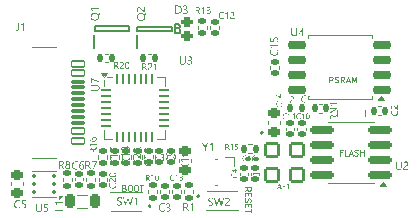
<source format=gto>
G04 #@! TF.GenerationSoftware,KiCad,Pcbnew,8.0.1*
G04 #@! TF.CreationDate,2024-12-04T18:09:28+05:30*
G04 #@! TF.ProjectId,V1,56312e6b-6963-4616-945f-706362585858,r0.1*
G04 #@! TF.SameCoordinates,Original*
G04 #@! TF.FileFunction,Legend,Top*
G04 #@! TF.FilePolarity,Positive*
%FSLAX46Y46*%
G04 Gerber Fmt 4.6, Leading zero omitted, Abs format (unit mm)*
G04 Created by KiCad (PCBNEW 8.0.1) date 2024-12-04 18:09:28*
%MOMM*%
%LPD*%
G01*
G04 APERTURE LIST*
G04 Aperture macros list*
%AMRoundRect*
0 Rectangle with rounded corners*
0 $1 Rounding radius*
0 $2 $3 $4 $5 $6 $7 $8 $9 X,Y pos of 4 corners*
0 Add a 4 corners polygon primitive as box body*
4,1,4,$2,$3,$4,$5,$6,$7,$8,$9,$2,$3,0*
0 Add four circle primitives for the rounded corners*
1,1,$1+$1,$2,$3*
1,1,$1+$1,$4,$5*
1,1,$1+$1,$6,$7*
1,1,$1+$1,$8,$9*
0 Add four rect primitives between the rounded corners*
20,1,$1+$1,$2,$3,$4,$5,0*
20,1,$1+$1,$4,$5,$6,$7,0*
20,1,$1+$1,$6,$7,$8,$9,0*
20,1,$1+$1,$8,$9,$2,$3,0*%
G04 Aperture macros list end*
%ADD10C,0.100000*%
%ADD11C,0.150000*%
%ADD12C,0.087500*%
%ADD13C,0.200000*%
%ADD14C,0.120000*%
%ADD15R,0.550000X0.550000*%
%ADD16C,1.500000*%
%ADD17R,1.270000X1.524000*%
%ADD18R,1.524000X1.270000*%
%ADD19RoundRect,0.193750X0.281250X-0.193750X0.281250X0.193750X-0.281250X0.193750X-0.281250X-0.193750X0*%
%ADD20RoundRect,0.140000X-0.170000X0.140000X-0.170000X-0.140000X0.170000X-0.140000X0.170000X0.140000X0*%
%ADD21C,0.650000*%
%ADD22RoundRect,0.075000X-0.550000X0.225000X-0.550000X-0.225000X0.550000X-0.225000X0.550000X0.225000X0*%
%ADD23RoundRect,0.075000X-0.550000X0.075000X-0.550000X-0.075000X0.550000X-0.075000X0.550000X0.075000X0*%
%ADD24O,1.900000X1.000000*%
%ADD25O,1.600000X1.000000*%
%ADD26RoundRect,0.225000X-0.250000X0.225000X-0.250000X-0.225000X0.250000X-0.225000X0.250000X0.225000X0*%
%ADD27RoundRect,0.135000X-0.185000X0.135000X-0.185000X-0.135000X0.185000X-0.135000X0.185000X0.135000X0*%
%ADD28RoundRect,0.140000X0.170000X-0.140000X0.170000X0.140000X-0.170000X0.140000X-0.170000X-0.140000X0*%
%ADD29RoundRect,0.062500X-0.337500X-0.062500X0.337500X-0.062500X0.337500X0.062500X-0.337500X0.062500X0*%
%ADD30RoundRect,0.062500X-0.062500X-0.337500X0.062500X-0.337500X0.062500X0.337500X-0.062500X0.337500X0*%
%ADD31R,3.350000X3.350000*%
%ADD32RoundRect,0.135000X0.185000X-0.135000X0.185000X0.135000X-0.185000X0.135000X-0.185000X-0.135000X0*%
%ADD33RoundRect,0.093750X0.093750X0.106250X-0.093750X0.106250X-0.093750X-0.106250X0.093750X-0.106250X0*%
%ADD34R,1.000000X1.600000*%
%ADD35RoundRect,0.150000X0.650000X0.150000X-0.650000X0.150000X-0.650000X-0.150000X0.650000X-0.150000X0*%
%ADD36R,0.600000X0.200000*%
%ADD37R,0.200000X0.600000*%
%ADD38R,4.350000X4.350000*%
%ADD39RoundRect,0.135000X-0.135000X-0.185000X0.135000X-0.185000X0.135000X0.185000X-0.135000X0.185000X0*%
%ADD40R,0.400000X0.500000*%
%ADD41R,0.300000X0.500000*%
%ADD42R,0.600000X1.100000*%
%ADD43RoundRect,0.147500X0.147500X0.172500X-0.147500X0.172500X-0.147500X-0.172500X0.147500X-0.172500X0*%
%ADD44RoundRect,0.140000X-0.140000X-0.170000X0.140000X-0.170000X0.140000X0.170000X-0.140000X0.170000X0*%
%ADD45R,0.900000X0.800000*%
%ADD46RoundRect,0.135000X0.540000X0.540000X-0.540000X0.540000X-0.540000X-0.540000X0.540000X-0.540000X0*%
%ADD47RoundRect,0.218750X-0.218750X-0.381250X0.218750X-0.381250X0.218750X0.381250X-0.218750X0.381250X0*%
%ADD48RoundRect,0.150000X0.825000X0.150000X-0.825000X0.150000X-0.825000X-0.150000X0.825000X-0.150000X0*%
%ADD49RoundRect,0.135000X0.135000X0.185000X-0.135000X0.185000X-0.135000X-0.185000X0.135000X-0.185000X0*%
%ADD50RoundRect,0.100000X-0.130000X-0.100000X0.130000X-0.100000X0.130000X0.100000X-0.130000X0.100000X0*%
G04 APERTURE END LIST*
D10*
X127480952Y-97826109D02*
X127480952Y-97326109D01*
X127480952Y-97326109D02*
X127671428Y-97326109D01*
X127671428Y-97326109D02*
X127719047Y-97349919D01*
X127719047Y-97349919D02*
X127742857Y-97373728D01*
X127742857Y-97373728D02*
X127766666Y-97421347D01*
X127766666Y-97421347D02*
X127766666Y-97492776D01*
X127766666Y-97492776D02*
X127742857Y-97540395D01*
X127742857Y-97540395D02*
X127719047Y-97564204D01*
X127719047Y-97564204D02*
X127671428Y-97588014D01*
X127671428Y-97588014D02*
X127480952Y-97588014D01*
X127957143Y-97802300D02*
X128028571Y-97826109D01*
X128028571Y-97826109D02*
X128147619Y-97826109D01*
X128147619Y-97826109D02*
X128195238Y-97802300D01*
X128195238Y-97802300D02*
X128219047Y-97778490D01*
X128219047Y-97778490D02*
X128242857Y-97730871D01*
X128242857Y-97730871D02*
X128242857Y-97683252D01*
X128242857Y-97683252D02*
X128219047Y-97635633D01*
X128219047Y-97635633D02*
X128195238Y-97611823D01*
X128195238Y-97611823D02*
X128147619Y-97588014D01*
X128147619Y-97588014D02*
X128052381Y-97564204D01*
X128052381Y-97564204D02*
X128004762Y-97540395D01*
X128004762Y-97540395D02*
X127980952Y-97516585D01*
X127980952Y-97516585D02*
X127957143Y-97468966D01*
X127957143Y-97468966D02*
X127957143Y-97421347D01*
X127957143Y-97421347D02*
X127980952Y-97373728D01*
X127980952Y-97373728D02*
X128004762Y-97349919D01*
X128004762Y-97349919D02*
X128052381Y-97326109D01*
X128052381Y-97326109D02*
X128171428Y-97326109D01*
X128171428Y-97326109D02*
X128242857Y-97349919D01*
X128742856Y-97826109D02*
X128576190Y-97588014D01*
X128457142Y-97826109D02*
X128457142Y-97326109D01*
X128457142Y-97326109D02*
X128647618Y-97326109D01*
X128647618Y-97326109D02*
X128695237Y-97349919D01*
X128695237Y-97349919D02*
X128719047Y-97373728D01*
X128719047Y-97373728D02*
X128742856Y-97421347D01*
X128742856Y-97421347D02*
X128742856Y-97492776D01*
X128742856Y-97492776D02*
X128719047Y-97540395D01*
X128719047Y-97540395D02*
X128695237Y-97564204D01*
X128695237Y-97564204D02*
X128647618Y-97588014D01*
X128647618Y-97588014D02*
X128457142Y-97588014D01*
X128933333Y-97683252D02*
X129171428Y-97683252D01*
X128885714Y-97826109D02*
X129052380Y-97326109D01*
X129052380Y-97326109D02*
X129219047Y-97826109D01*
X129385713Y-97826109D02*
X129385713Y-97326109D01*
X129385713Y-97326109D02*
X129552380Y-97683252D01*
X129552380Y-97683252D02*
X129719046Y-97326109D01*
X129719046Y-97326109D02*
X129719046Y-97826109D01*
X128534762Y-103754204D02*
X128368095Y-103754204D01*
X128368095Y-104016109D02*
X128368095Y-103516109D01*
X128368095Y-103516109D02*
X128606190Y-103516109D01*
X129034761Y-104016109D02*
X128796666Y-104016109D01*
X128796666Y-104016109D02*
X128796666Y-103516109D01*
X129177619Y-103873252D02*
X129415714Y-103873252D01*
X129130000Y-104016109D02*
X129296666Y-103516109D01*
X129296666Y-103516109D02*
X129463333Y-104016109D01*
X129606190Y-103992300D02*
X129677618Y-104016109D01*
X129677618Y-104016109D02*
X129796666Y-104016109D01*
X129796666Y-104016109D02*
X129844285Y-103992300D01*
X129844285Y-103992300D02*
X129868094Y-103968490D01*
X129868094Y-103968490D02*
X129891904Y-103920871D01*
X129891904Y-103920871D02*
X129891904Y-103873252D01*
X129891904Y-103873252D02*
X129868094Y-103825633D01*
X129868094Y-103825633D02*
X129844285Y-103801823D01*
X129844285Y-103801823D02*
X129796666Y-103778014D01*
X129796666Y-103778014D02*
X129701428Y-103754204D01*
X129701428Y-103754204D02*
X129653809Y-103730395D01*
X129653809Y-103730395D02*
X129629999Y-103706585D01*
X129629999Y-103706585D02*
X129606190Y-103658966D01*
X129606190Y-103658966D02*
X129606190Y-103611347D01*
X129606190Y-103611347D02*
X129629999Y-103563728D01*
X129629999Y-103563728D02*
X129653809Y-103539919D01*
X129653809Y-103539919D02*
X129701428Y-103516109D01*
X129701428Y-103516109D02*
X129820475Y-103516109D01*
X129820475Y-103516109D02*
X129891904Y-103539919D01*
X130106189Y-104016109D02*
X130106189Y-103516109D01*
X130106189Y-103754204D02*
X130391903Y-103754204D01*
X130391903Y-104016109D02*
X130391903Y-103516109D01*
X110121428Y-106764204D02*
X110192856Y-106788014D01*
X110192856Y-106788014D02*
X110216666Y-106811823D01*
X110216666Y-106811823D02*
X110240475Y-106859442D01*
X110240475Y-106859442D02*
X110240475Y-106930871D01*
X110240475Y-106930871D02*
X110216666Y-106978490D01*
X110216666Y-106978490D02*
X110192856Y-107002300D01*
X110192856Y-107002300D02*
X110145237Y-107026109D01*
X110145237Y-107026109D02*
X109954761Y-107026109D01*
X109954761Y-107026109D02*
X109954761Y-106526109D01*
X109954761Y-106526109D02*
X110121428Y-106526109D01*
X110121428Y-106526109D02*
X110169047Y-106549919D01*
X110169047Y-106549919D02*
X110192856Y-106573728D01*
X110192856Y-106573728D02*
X110216666Y-106621347D01*
X110216666Y-106621347D02*
X110216666Y-106668966D01*
X110216666Y-106668966D02*
X110192856Y-106716585D01*
X110192856Y-106716585D02*
X110169047Y-106740395D01*
X110169047Y-106740395D02*
X110121428Y-106764204D01*
X110121428Y-106764204D02*
X109954761Y-106764204D01*
X110549999Y-106526109D02*
X110645237Y-106526109D01*
X110645237Y-106526109D02*
X110692856Y-106549919D01*
X110692856Y-106549919D02*
X110740475Y-106597538D01*
X110740475Y-106597538D02*
X110764285Y-106692776D01*
X110764285Y-106692776D02*
X110764285Y-106859442D01*
X110764285Y-106859442D02*
X110740475Y-106954680D01*
X110740475Y-106954680D02*
X110692856Y-107002300D01*
X110692856Y-107002300D02*
X110645237Y-107026109D01*
X110645237Y-107026109D02*
X110549999Y-107026109D01*
X110549999Y-107026109D02*
X110502380Y-107002300D01*
X110502380Y-107002300D02*
X110454761Y-106954680D01*
X110454761Y-106954680D02*
X110430952Y-106859442D01*
X110430952Y-106859442D02*
X110430952Y-106692776D01*
X110430952Y-106692776D02*
X110454761Y-106597538D01*
X110454761Y-106597538D02*
X110502380Y-106549919D01*
X110502380Y-106549919D02*
X110549999Y-106526109D01*
X111073809Y-106526109D02*
X111169047Y-106526109D01*
X111169047Y-106526109D02*
X111216666Y-106549919D01*
X111216666Y-106549919D02*
X111264285Y-106597538D01*
X111264285Y-106597538D02*
X111288095Y-106692776D01*
X111288095Y-106692776D02*
X111288095Y-106859442D01*
X111288095Y-106859442D02*
X111264285Y-106954680D01*
X111264285Y-106954680D02*
X111216666Y-107002300D01*
X111216666Y-107002300D02*
X111169047Y-107026109D01*
X111169047Y-107026109D02*
X111073809Y-107026109D01*
X111073809Y-107026109D02*
X111026190Y-107002300D01*
X111026190Y-107002300D02*
X110978571Y-106954680D01*
X110978571Y-106954680D02*
X110954762Y-106859442D01*
X110954762Y-106859442D02*
X110954762Y-106692776D01*
X110954762Y-106692776D02*
X110978571Y-106597538D01*
X110978571Y-106597538D02*
X111026190Y-106549919D01*
X111026190Y-106549919D02*
X111073809Y-106526109D01*
X111430953Y-106526109D02*
X111716667Y-106526109D01*
X111573810Y-107026109D02*
X111573810Y-106526109D01*
X120313890Y-107003809D02*
X120551985Y-106837143D01*
X120313890Y-106718095D02*
X120813890Y-106718095D01*
X120813890Y-106718095D02*
X120813890Y-106908571D01*
X120813890Y-106908571D02*
X120790080Y-106956190D01*
X120790080Y-106956190D02*
X120766271Y-106980000D01*
X120766271Y-106980000D02*
X120718652Y-107003809D01*
X120718652Y-107003809D02*
X120647223Y-107003809D01*
X120647223Y-107003809D02*
X120599604Y-106980000D01*
X120599604Y-106980000D02*
X120575795Y-106956190D01*
X120575795Y-106956190D02*
X120551985Y-106908571D01*
X120551985Y-106908571D02*
X120551985Y-106718095D01*
X120575795Y-107218095D02*
X120575795Y-107384762D01*
X120313890Y-107456190D02*
X120313890Y-107218095D01*
X120313890Y-107218095D02*
X120813890Y-107218095D01*
X120813890Y-107218095D02*
X120813890Y-107456190D01*
X120337700Y-107646667D02*
X120313890Y-107718095D01*
X120313890Y-107718095D02*
X120313890Y-107837143D01*
X120313890Y-107837143D02*
X120337700Y-107884762D01*
X120337700Y-107884762D02*
X120361509Y-107908571D01*
X120361509Y-107908571D02*
X120409128Y-107932381D01*
X120409128Y-107932381D02*
X120456747Y-107932381D01*
X120456747Y-107932381D02*
X120504366Y-107908571D01*
X120504366Y-107908571D02*
X120528176Y-107884762D01*
X120528176Y-107884762D02*
X120551985Y-107837143D01*
X120551985Y-107837143D02*
X120575795Y-107741905D01*
X120575795Y-107741905D02*
X120599604Y-107694286D01*
X120599604Y-107694286D02*
X120623414Y-107670476D01*
X120623414Y-107670476D02*
X120671033Y-107646667D01*
X120671033Y-107646667D02*
X120718652Y-107646667D01*
X120718652Y-107646667D02*
X120766271Y-107670476D01*
X120766271Y-107670476D02*
X120790080Y-107694286D01*
X120790080Y-107694286D02*
X120813890Y-107741905D01*
X120813890Y-107741905D02*
X120813890Y-107860952D01*
X120813890Y-107860952D02*
X120790080Y-107932381D01*
X120575795Y-108146666D02*
X120575795Y-108313333D01*
X120313890Y-108384761D02*
X120313890Y-108146666D01*
X120313890Y-108146666D02*
X120813890Y-108146666D01*
X120813890Y-108146666D02*
X120813890Y-108384761D01*
X120813890Y-108527619D02*
X120813890Y-108813333D01*
X120313890Y-108670476D02*
X120813890Y-108670476D01*
D11*
X114703571Y-93246307D02*
X114810714Y-93282021D01*
X114810714Y-93282021D02*
X114846428Y-93317735D01*
X114846428Y-93317735D02*
X114882142Y-93389164D01*
X114882142Y-93389164D02*
X114882142Y-93496307D01*
X114882142Y-93496307D02*
X114846428Y-93567735D01*
X114846428Y-93567735D02*
X114810714Y-93603450D01*
X114810714Y-93603450D02*
X114739285Y-93639164D01*
X114739285Y-93639164D02*
X114453571Y-93639164D01*
X114453571Y-93639164D02*
X114453571Y-92889164D01*
X114453571Y-92889164D02*
X114703571Y-92889164D01*
X114703571Y-92889164D02*
X114775000Y-92924878D01*
X114775000Y-92924878D02*
X114810714Y-92960592D01*
X114810714Y-92960592D02*
X114846428Y-93032021D01*
X114846428Y-93032021D02*
X114846428Y-93103450D01*
X114846428Y-93103450D02*
X114810714Y-93174878D01*
X114810714Y-93174878D02*
X114775000Y-93210592D01*
X114775000Y-93210592D02*
X114703571Y-93246307D01*
X114703571Y-93246307D02*
X114453571Y-93246307D01*
D10*
G36*
X109506420Y-108215367D02*
G01*
X109506420Y-108120137D01*
X109535927Y-108139838D01*
X109545572Y-108144756D01*
X109578124Y-108158031D01*
X109593615Y-108163050D01*
X109626900Y-108171451D01*
X109644393Y-108174676D01*
X109679070Y-108178455D01*
X109691581Y-108178779D01*
X109726491Y-108177059D01*
X109763486Y-108170070D01*
X109795658Y-108156172D01*
X109802882Y-108151253D01*
X109826682Y-108124881D01*
X109838349Y-108090496D01*
X109839641Y-108071923D01*
X109833822Y-108037079D01*
X109827331Y-108023539D01*
X109804935Y-107995744D01*
X109793479Y-107985925D01*
X109765065Y-107966165D01*
X109742359Y-107953270D01*
X109711627Y-107937156D01*
X109680720Y-107921350D01*
X109678587Y-107920273D01*
X109647938Y-107904200D01*
X109617133Y-107886834D01*
X109611225Y-107883343D01*
X109582117Y-107863639D01*
X109557027Y-107842139D01*
X109534145Y-107814857D01*
X109520611Y-107791019D01*
X109510339Y-107757884D01*
X109507446Y-107723999D01*
X109510860Y-107687830D01*
X109522174Y-107653422D01*
X109528133Y-107642275D01*
X109548722Y-107614114D01*
X109574285Y-107590664D01*
X109582502Y-107584830D01*
X109613740Y-107567308D01*
X109645911Y-107555023D01*
X109659097Y-107551319D01*
X109694385Y-107544124D01*
X109730237Y-107540597D01*
X109746975Y-107540206D01*
X109783245Y-107541246D01*
X109820653Y-107545088D01*
X109856934Y-107552945D01*
X109889498Y-107566203D01*
X109895548Y-107569784D01*
X109895548Y-107660569D01*
X109862861Y-107639925D01*
X109830700Y-107626699D01*
X109795219Y-107617990D01*
X109756415Y-107613796D01*
X109738769Y-107613382D01*
X109703987Y-107615738D01*
X109685768Y-107618853D01*
X109652232Y-107629688D01*
X109638751Y-107636804D01*
X109612048Y-107659565D01*
X109605070Y-107668947D01*
X109593104Y-107701626D01*
X109592076Y-107716818D01*
X109597111Y-107751046D01*
X109601822Y-107762467D01*
X109622951Y-107790404D01*
X109630886Y-107797516D01*
X109659851Y-107817793D01*
X109677903Y-107828120D01*
X109709648Y-107844744D01*
X109741504Y-107860775D01*
X109773214Y-107877142D01*
X109803419Y-107894229D01*
X109811773Y-107899243D01*
X109841065Y-107919011D01*
X109868334Y-107942332D01*
X109869903Y-107943867D01*
X109893529Y-107971339D01*
X109909568Y-107998064D01*
X109921040Y-108032000D01*
X109924271Y-108066110D01*
X109921458Y-108102110D01*
X109912062Y-108136118D01*
X109904267Y-108152279D01*
X109884198Y-108180609D01*
X109858696Y-108203965D01*
X109850412Y-108209725D01*
X109818795Y-108226667D01*
X109785862Y-108238179D01*
X109772279Y-108241525D01*
X109738499Y-108247568D01*
X109703324Y-108250822D01*
X109679100Y-108251442D01*
X109644487Y-108249609D01*
X109638580Y-108249048D01*
X109603554Y-108244459D01*
X109589512Y-108242038D01*
X109554954Y-108234254D01*
X109542153Y-108230583D01*
X109509933Y-108217437D01*
X109506420Y-108215367D01*
G37*
G36*
X110876574Y-107551148D02*
G01*
X110681839Y-108240500D01*
X110587122Y-108240500D01*
X110445217Y-107736651D01*
X110437908Y-107703055D01*
X110434239Y-107668920D01*
X110434103Y-107666553D01*
X110432223Y-107666553D01*
X110427649Y-107701645D01*
X110419742Y-107735796D01*
X110276982Y-108240500D01*
X110183120Y-108240500D01*
X109981204Y-107551148D01*
X110070108Y-107551148D01*
X110216801Y-108079959D01*
X110224323Y-108113853D01*
X110228427Y-108149202D01*
X110230820Y-108149202D01*
X110236705Y-108114754D01*
X110245695Y-108079959D01*
X110398200Y-107551148D01*
X110475478Y-107551148D01*
X110621658Y-108083720D01*
X110629123Y-108117662D01*
X110633284Y-108148176D01*
X110635164Y-108148176D01*
X110640652Y-108112748D01*
X110648158Y-108081839D01*
X110789037Y-107551148D01*
X110876574Y-107551148D01*
G37*
G36*
X111231849Y-108240500D02*
G01*
X111153032Y-108240500D01*
X111153032Y-107644498D01*
X111126361Y-107665527D01*
X111096237Y-107683856D01*
X111086867Y-107688950D01*
X111055645Y-107704054D01*
X111040705Y-107710493D01*
X111007889Y-107722261D01*
X110993346Y-107726222D01*
X110993346Y-107646550D01*
X111027033Y-107636064D01*
X111048399Y-107627914D01*
X111080826Y-107613831D01*
X111105674Y-107601756D01*
X111136382Y-107584974D01*
X111158845Y-107571323D01*
X111187443Y-107551715D01*
X111202101Y-107540206D01*
X111231849Y-107540206D01*
X111231849Y-108240500D01*
G37*
G36*
X114677737Y-91312461D02*
G01*
X114719010Y-91316398D01*
X114757436Y-91322959D01*
X114793016Y-91332146D01*
X114825749Y-91343957D01*
X114869512Y-91366594D01*
X114906871Y-91395137D01*
X114937825Y-91429586D01*
X114962375Y-91469940D01*
X114980521Y-91516200D01*
X114989060Y-91550320D01*
X114994753Y-91587066D01*
X114997599Y-91626435D01*
X114997955Y-91647105D01*
X114996374Y-91686046D01*
X114991629Y-91723026D01*
X114983722Y-91758045D01*
X114972652Y-91791104D01*
X114958418Y-91822202D01*
X114936179Y-91858317D01*
X114908997Y-91891368D01*
X114896741Y-91903730D01*
X114870369Y-91926411D01*
X114841860Y-91946067D01*
X114811213Y-91962699D01*
X114778430Y-91976307D01*
X114743509Y-91986891D01*
X114706451Y-91994451D01*
X114667257Y-91998987D01*
X114625925Y-92000500D01*
X114443158Y-92000500D01*
X114443158Y-91384324D01*
X114523855Y-91384324D01*
X114523855Y-91927324D01*
X114626779Y-91927324D01*
X114667679Y-91925555D01*
X114705639Y-91920245D01*
X114740661Y-91911396D01*
X114772745Y-91899007D01*
X114807366Y-91879469D01*
X114837756Y-91854833D01*
X114863438Y-91825463D01*
X114883806Y-91791849D01*
X114898861Y-91753992D01*
X114907348Y-91719203D01*
X114912144Y-91681467D01*
X114913325Y-91649156D01*
X114910849Y-91601828D01*
X114903420Y-91559154D01*
X114891038Y-91521137D01*
X114873703Y-91487774D01*
X114851415Y-91459066D01*
X114824175Y-91435014D01*
X114791982Y-91415617D01*
X114754836Y-91400876D01*
X114712737Y-91390789D01*
X114665686Y-91385358D01*
X114631567Y-91384324D01*
X114523855Y-91384324D01*
X114443158Y-91384324D01*
X114443158Y-91311148D01*
X114633618Y-91311148D01*
X114677737Y-91312461D01*
G37*
G36*
X115497530Y-91802687D02*
G01*
X115494623Y-91839395D01*
X115485904Y-91873394D01*
X115479920Y-91888172D01*
X115461879Y-91919705D01*
X115438275Y-91946983D01*
X115430509Y-91953996D01*
X115402416Y-91974190D01*
X115370091Y-91990321D01*
X115353744Y-91996396D01*
X115318978Y-92005564D01*
X115284829Y-92010251D01*
X115255265Y-92011442D01*
X115219696Y-92010143D01*
X115181800Y-92005347D01*
X115147781Y-91997016D01*
X115113651Y-91983167D01*
X115098486Y-91974512D01*
X115098486Y-91891079D01*
X115129969Y-91911730D01*
X115163383Y-91927310D01*
X115198728Y-91937817D01*
X115236004Y-91943251D01*
X115258172Y-91944079D01*
X115292494Y-91941771D01*
X115323311Y-91934847D01*
X115354933Y-91920990D01*
X115373234Y-91908176D01*
X115396638Y-91881970D01*
X115405548Y-91865775D01*
X115415245Y-91832383D01*
X115416832Y-91810039D01*
X115412136Y-91770685D01*
X115398048Y-91738001D01*
X115374569Y-91711987D01*
X115341698Y-91692644D01*
X115308640Y-91681972D01*
X115269570Y-91675568D01*
X115224490Y-91673434D01*
X115167216Y-91673434D01*
X115167216Y-91606585D01*
X115221584Y-91606585D01*
X115261495Y-91604640D01*
X115296084Y-91598806D01*
X115331838Y-91586043D01*
X115363766Y-91562705D01*
X115383722Y-91530617D01*
X115391205Y-91497191D01*
X115391870Y-91482118D01*
X115387308Y-91443015D01*
X115370454Y-91407620D01*
X115341180Y-91383236D01*
X115306204Y-91371101D01*
X115270088Y-91367168D01*
X115262104Y-91367056D01*
X115226093Y-91370400D01*
X115191237Y-91380434D01*
X115157534Y-91397157D01*
X115128991Y-91417277D01*
X115124986Y-91420569D01*
X115124986Y-91341239D01*
X115159468Y-91323287D01*
X115192218Y-91311787D01*
X115227372Y-91304214D01*
X115264932Y-91300567D01*
X115281765Y-91300206D01*
X115318043Y-91302497D01*
X115353426Y-91310036D01*
X115360070Y-91312174D01*
X115392597Y-91326365D01*
X115420080Y-91345342D01*
X115443551Y-91370329D01*
X115458890Y-91396463D01*
X115469563Y-91429941D01*
X115472568Y-91462286D01*
X115469212Y-91501890D01*
X115459144Y-91536818D01*
X115442364Y-91567072D01*
X115418873Y-91592651D01*
X115388669Y-91613554D01*
X115351754Y-91629783D01*
X115335108Y-91634966D01*
X115335108Y-91636846D01*
X115368832Y-91643129D01*
X115399906Y-91654114D01*
X115430915Y-91671659D01*
X115451368Y-91688821D01*
X115473777Y-91716709D01*
X115485220Y-91738915D01*
X115495173Y-91773314D01*
X115497530Y-91802687D01*
G37*
G36*
X114359383Y-104177522D02*
G01*
X114375771Y-104212757D01*
X114386614Y-104245824D01*
X114394500Y-104281535D01*
X114399429Y-104319891D01*
X114401401Y-104360892D01*
X114401442Y-104367982D01*
X114399964Y-104403867D01*
X114395532Y-104437920D01*
X114385838Y-104477908D01*
X114371527Y-104515033D01*
X114352599Y-104549295D01*
X114329054Y-104580693D01*
X114306895Y-104603750D01*
X114275909Y-104629214D01*
X114242043Y-104650363D01*
X114205297Y-104667195D01*
X114165671Y-104679711D01*
X114131897Y-104686617D01*
X114096279Y-104690760D01*
X114058818Y-104692141D01*
X114018520Y-104690587D01*
X113980204Y-104685922D01*
X113943870Y-104678149D01*
X113909518Y-104667265D01*
X113877149Y-104653272D01*
X113846761Y-104636170D01*
X113818356Y-104615958D01*
X113791934Y-104592637D01*
X113768091Y-104566887D01*
X113747428Y-104539476D01*
X113726069Y-104502875D01*
X113709678Y-104463678D01*
X113700141Y-104430451D01*
X113693783Y-104395563D01*
X113690604Y-104359012D01*
X113690206Y-104340114D01*
X113691024Y-104304497D01*
X113694044Y-104265937D01*
X113699289Y-104230600D01*
X113708009Y-104194162D01*
X113713458Y-104177522D01*
X113799627Y-104177522D01*
X113785504Y-104210646D01*
X113774850Y-104245243D01*
X113767664Y-104281313D01*
X113763948Y-104318855D01*
X113763382Y-104340969D01*
X113765314Y-104377004D01*
X113771112Y-104410843D01*
X113783171Y-104448552D01*
X113800797Y-104483099D01*
X113823988Y-104514485D01*
X113842541Y-104533652D01*
X113874095Y-104558753D01*
X113909387Y-104578660D01*
X113941654Y-104591282D01*
X113976516Y-104600298D01*
X114013975Y-104605708D01*
X114054031Y-104607511D01*
X114092052Y-104605829D01*
X114127578Y-104600783D01*
X114166913Y-104590286D01*
X114202655Y-104574945D01*
X114234802Y-104554759D01*
X114254236Y-104538610D01*
X114279569Y-104511194D01*
X114299661Y-104480748D01*
X114314511Y-104447272D01*
X114324120Y-104410768D01*
X114328488Y-104371233D01*
X114328779Y-104357382D01*
X114327102Y-104319387D01*
X114322071Y-104283363D01*
X114313687Y-104249310D01*
X114299665Y-104212074D01*
X114281079Y-104177522D01*
X114359383Y-104177522D01*
G37*
G36*
X114039000Y-103648518D02*
G01*
X114077655Y-103650961D01*
X114114314Y-103655203D01*
X114148976Y-103661245D01*
X114172513Y-103666663D01*
X114207871Y-103677071D01*
X114240431Y-103689659D01*
X114273713Y-103706426D01*
X114297150Y-103721374D01*
X114323971Y-103742924D01*
X114349236Y-103769818D01*
X114369725Y-103799818D01*
X114374941Y-103809423D01*
X114388916Y-103843310D01*
X114397715Y-103880002D01*
X114401209Y-103915423D01*
X114401442Y-103927735D01*
X114399562Y-103964822D01*
X114393922Y-103999340D01*
X114383247Y-104034679D01*
X114377677Y-104047926D01*
X114302963Y-104047926D01*
X114318005Y-104015114D01*
X114328124Y-103981112D01*
X114333320Y-103945920D01*
X114334079Y-103925854D01*
X114330947Y-103889567D01*
X114321551Y-103856554D01*
X114315102Y-103842421D01*
X114295224Y-103812300D01*
X114270905Y-103788257D01*
X114260049Y-103780017D01*
X114230509Y-103762618D01*
X114196256Y-103748633D01*
X114170803Y-103741206D01*
X114136142Y-103734084D01*
X114098408Y-103729599D01*
X114061821Y-103727818D01*
X114049072Y-103727700D01*
X114049072Y-103729580D01*
X114079577Y-103748482D01*
X114107188Y-103776338D01*
X114126209Y-103810444D01*
X114135676Y-103844653D01*
X114138832Y-103883453D01*
X114136236Y-103918247D01*
X114127634Y-103953066D01*
X114123102Y-103964835D01*
X114106852Y-103995250D01*
X114083922Y-104023626D01*
X114078650Y-104028778D01*
X114051306Y-104050091D01*
X114019839Y-104066757D01*
X114010091Y-104070665D01*
X113976370Y-104080296D01*
X113939940Y-104085017D01*
X113922213Y-104085540D01*
X113887980Y-104083580D01*
X113852986Y-104076973D01*
X113828350Y-104068956D01*
X113795597Y-104053337D01*
X113766794Y-104033429D01*
X113754833Y-104022794D01*
X113732114Y-103996928D01*
X113713967Y-103967394D01*
X113707132Y-103952525D01*
X113696173Y-103918251D01*
X113690801Y-103881549D01*
X113690429Y-103870460D01*
X113757056Y-103870460D01*
X113761530Y-103904467D01*
X113768511Y-103923460D01*
X113787521Y-103952825D01*
X113800653Y-103966032D01*
X113829437Y-103985533D01*
X113849721Y-103994413D01*
X113883273Y-104002708D01*
X113911613Y-104004671D01*
X113946619Y-104002235D01*
X113977778Y-103994926D01*
X114009158Y-103980197D01*
X114027017Y-103966716D01*
X114049447Y-103939539D01*
X114057963Y-103922776D01*
X114067072Y-103888369D01*
X114068563Y-103865672D01*
X114064072Y-103831094D01*
X114058134Y-103814040D01*
X114040319Y-103783648D01*
X114029924Y-103771810D01*
X114002566Y-103750608D01*
X113988207Y-103743429D01*
X113955021Y-103734232D01*
X113936403Y-103733000D01*
X113900191Y-103735291D01*
X113865127Y-103742787D01*
X113863057Y-103743429D01*
X113830566Y-103756596D01*
X113806466Y-103771981D01*
X113782246Y-103796176D01*
X113770049Y-103815578D01*
X113758883Y-103848797D01*
X113757056Y-103870460D01*
X113690429Y-103870460D01*
X113690206Y-103863792D01*
X113692671Y-103829453D01*
X113700982Y-103795172D01*
X113711065Y-103771639D01*
X113731172Y-103741111D01*
X113755343Y-103716687D01*
X113771930Y-103704106D01*
X113801637Y-103686835D01*
X113835748Y-103672634D01*
X113870580Y-103662389D01*
X113904795Y-103655364D01*
X113941662Y-103650638D01*
X113976657Y-103648368D01*
X114004278Y-103647857D01*
X114039000Y-103648518D01*
G37*
G36*
X101208175Y-93223106D02*
G01*
X101206906Y-93260033D01*
X101203099Y-93294306D01*
X101195181Y-93331928D01*
X101183608Y-93365728D01*
X101165488Y-93400330D01*
X101156200Y-93413566D01*
X101131784Y-93440014D01*
X101104013Y-93459965D01*
X101068168Y-93474813D01*
X101033210Y-93480845D01*
X101017201Y-93481442D01*
X100982530Y-93479000D01*
X100950865Y-93470329D01*
X100950865Y-93393905D01*
X100984969Y-93405932D01*
X101018227Y-93408779D01*
X101055297Y-93402282D01*
X101084697Y-93382789D01*
X101106427Y-93350302D01*
X101118678Y-93313302D01*
X101124643Y-93277204D01*
X101127199Y-93235331D01*
X101127306Y-93223961D01*
X101127306Y-92781148D01*
X101208175Y-92781148D01*
X101208175Y-93223106D01*
G37*
G36*
X101638848Y-93470500D02*
G01*
X101560031Y-93470500D01*
X101560031Y-92874498D01*
X101533360Y-92895527D01*
X101503235Y-92913856D01*
X101493866Y-92918950D01*
X101462643Y-92934054D01*
X101447704Y-92940493D01*
X101414887Y-92952261D01*
X101400345Y-92956222D01*
X101400345Y-92876550D01*
X101434031Y-92866064D01*
X101455397Y-92857914D01*
X101487825Y-92843831D01*
X101512672Y-92831756D01*
X101543381Y-92814974D01*
X101565844Y-92801323D01*
X101594441Y-92781715D01*
X101609099Y-92770206D01*
X101638848Y-92770206D01*
X101638848Y-93470500D01*
G37*
G36*
X115559383Y-104721500D02*
G01*
X115575771Y-104756735D01*
X115586614Y-104789802D01*
X115594500Y-104825513D01*
X115599429Y-104863869D01*
X115601401Y-104904870D01*
X115601442Y-104911960D01*
X115599964Y-104947845D01*
X115595532Y-104981898D01*
X115585838Y-105021886D01*
X115571527Y-105059011D01*
X115552599Y-105093273D01*
X115529054Y-105124671D01*
X115506895Y-105147728D01*
X115475909Y-105173192D01*
X115442043Y-105194341D01*
X115405297Y-105211173D01*
X115365671Y-105223689D01*
X115331897Y-105230595D01*
X115296279Y-105234738D01*
X115258818Y-105236119D01*
X115218520Y-105234565D01*
X115180204Y-105229900D01*
X115143870Y-105222127D01*
X115109518Y-105211243D01*
X115077149Y-105197250D01*
X115046761Y-105180148D01*
X115018356Y-105159936D01*
X114991934Y-105136615D01*
X114968091Y-105110865D01*
X114947428Y-105083454D01*
X114926069Y-105046853D01*
X114909678Y-105007656D01*
X114900141Y-104974429D01*
X114893783Y-104939541D01*
X114890604Y-104902990D01*
X114890206Y-104884092D01*
X114891024Y-104848475D01*
X114894044Y-104809915D01*
X114899289Y-104774578D01*
X114908009Y-104738140D01*
X114913458Y-104721500D01*
X114999627Y-104721500D01*
X114985504Y-104754624D01*
X114974850Y-104789221D01*
X114967664Y-104825291D01*
X114963948Y-104862833D01*
X114963382Y-104884947D01*
X114965314Y-104920982D01*
X114971112Y-104954821D01*
X114983171Y-104992530D01*
X115000797Y-105027077D01*
X115023988Y-105058463D01*
X115042541Y-105077630D01*
X115074095Y-105102731D01*
X115109387Y-105122638D01*
X115141654Y-105135260D01*
X115176516Y-105144276D01*
X115213975Y-105149686D01*
X115254031Y-105151489D01*
X115292052Y-105149807D01*
X115327578Y-105144761D01*
X115366913Y-105134264D01*
X115402655Y-105118923D01*
X115434802Y-105098737D01*
X115454236Y-105082588D01*
X115479569Y-105055172D01*
X115499661Y-105024726D01*
X115514511Y-104991250D01*
X115524120Y-104954746D01*
X115528488Y-104915211D01*
X115528779Y-104901360D01*
X115527102Y-104863365D01*
X115522071Y-104827341D01*
X115513687Y-104793288D01*
X115499665Y-104756052D01*
X115481079Y-104721500D01*
X115559383Y-104721500D01*
G37*
G36*
X115590500Y-104326559D02*
G01*
X115590500Y-104405376D01*
X114994498Y-104405376D01*
X115015527Y-104432048D01*
X115033856Y-104462172D01*
X115038950Y-104471542D01*
X115054054Y-104502764D01*
X115060493Y-104517704D01*
X115072261Y-104550520D01*
X115076222Y-104565062D01*
X114996550Y-104565062D01*
X114986064Y-104531376D01*
X114977914Y-104510010D01*
X114963831Y-104477582D01*
X114951756Y-104452735D01*
X114934974Y-104422026D01*
X114921323Y-104399563D01*
X114901715Y-104370966D01*
X114890206Y-104356308D01*
X114890206Y-104326559D01*
X115590500Y-104326559D01*
G37*
G36*
X115239000Y-103664541D02*
G01*
X115277655Y-103666983D01*
X115314314Y-103671226D01*
X115348976Y-103677268D01*
X115372513Y-103682686D01*
X115407871Y-103693094D01*
X115440431Y-103705682D01*
X115473713Y-103722448D01*
X115497150Y-103737396D01*
X115523971Y-103758946D01*
X115549236Y-103785841D01*
X115569725Y-103815840D01*
X115574941Y-103825446D01*
X115588916Y-103859333D01*
X115597715Y-103896025D01*
X115601209Y-103931445D01*
X115601442Y-103943757D01*
X115599562Y-103980845D01*
X115593922Y-104015362D01*
X115583247Y-104050702D01*
X115577677Y-104063949D01*
X115502963Y-104063949D01*
X115518005Y-104031137D01*
X115528124Y-103997135D01*
X115533320Y-103961942D01*
X115534079Y-103941877D01*
X115530947Y-103905590D01*
X115521551Y-103872576D01*
X115515102Y-103858443D01*
X115495224Y-103828322D01*
X115470905Y-103804280D01*
X115460049Y-103796039D01*
X115430509Y-103778640D01*
X115396256Y-103764655D01*
X115370803Y-103757229D01*
X115336142Y-103750106D01*
X115298408Y-103745622D01*
X115261821Y-103743841D01*
X115249072Y-103743722D01*
X115249072Y-103745603D01*
X115279577Y-103764505D01*
X115307188Y-103792360D01*
X115326209Y-103826466D01*
X115335676Y-103860675D01*
X115338832Y-103899476D01*
X115336236Y-103934269D01*
X115327634Y-103969089D01*
X115323102Y-103980858D01*
X115306852Y-104011273D01*
X115283922Y-104039648D01*
X115278650Y-104044801D01*
X115251306Y-104066114D01*
X115219839Y-104082780D01*
X115210091Y-104086688D01*
X115176370Y-104096319D01*
X115139940Y-104101040D01*
X115122213Y-104101563D01*
X115087980Y-104099603D01*
X115052986Y-104092995D01*
X115028350Y-104084978D01*
X114995597Y-104069359D01*
X114966794Y-104049451D01*
X114954833Y-104038817D01*
X114932114Y-104012951D01*
X114913967Y-103983416D01*
X114907132Y-103968548D01*
X114896173Y-103934273D01*
X114890801Y-103897572D01*
X114890429Y-103886482D01*
X114957056Y-103886482D01*
X114961530Y-103920489D01*
X114968511Y-103939483D01*
X114987521Y-103968848D01*
X115000653Y-103982055D01*
X115029437Y-104001556D01*
X115049721Y-104010436D01*
X115083273Y-104018730D01*
X115111613Y-104020694D01*
X115146619Y-104018257D01*
X115177778Y-104010948D01*
X115209158Y-103996219D01*
X115227017Y-103982738D01*
X115249447Y-103955562D01*
X115257963Y-103938799D01*
X115267072Y-103904391D01*
X115268563Y-103881695D01*
X115264072Y-103847117D01*
X115258134Y-103830062D01*
X115240319Y-103799670D01*
X115229924Y-103787833D01*
X115202566Y-103766631D01*
X115188207Y-103759452D01*
X115155021Y-103750255D01*
X115136403Y-103749022D01*
X115100191Y-103751314D01*
X115065127Y-103758810D01*
X115063057Y-103759452D01*
X115030566Y-103772619D01*
X115006466Y-103788004D01*
X114982246Y-103812199D01*
X114970049Y-103831601D01*
X114958883Y-103864820D01*
X114957056Y-103886482D01*
X114890429Y-103886482D01*
X114890206Y-103879814D01*
X114892671Y-103845476D01*
X114900982Y-103811195D01*
X114911065Y-103787662D01*
X114931172Y-103757133D01*
X114955343Y-103732710D01*
X114971930Y-103720128D01*
X115001637Y-103702857D01*
X115035748Y-103688657D01*
X115070580Y-103678412D01*
X115104795Y-103671387D01*
X115141662Y-103666661D01*
X115176657Y-103664390D01*
X115204278Y-103663879D01*
X115239000Y-103664541D01*
G37*
G36*
X116370694Y-91449723D02*
G01*
X116401260Y-91455013D01*
X116411619Y-91457799D01*
X116440462Y-91468983D01*
X116465440Y-91484675D01*
X116468479Y-91487108D01*
X116490021Y-91509163D01*
X116505425Y-91534232D01*
X116506288Y-91536055D01*
X116516070Y-91565649D01*
X116519703Y-91594943D01*
X116519916Y-91604638D01*
X116517572Y-91634020D01*
X116510537Y-91660912D01*
X116497647Y-91688001D01*
X116484159Y-91706634D01*
X116462763Y-91727365D01*
X116442980Y-91740926D01*
X116415634Y-91754095D01*
X116388758Y-91762761D01*
X116388758Y-91764373D01*
X116414403Y-91779467D01*
X116435213Y-91799690D01*
X116453034Y-91823322D01*
X116454850Y-91826069D01*
X116470677Y-91850771D01*
X116476539Y-91860214D01*
X116587474Y-92039000D01*
X116505115Y-92039000D01*
X116406197Y-91872084D01*
X116390323Y-91846965D01*
X116379819Y-91832517D01*
X116359450Y-91810538D01*
X116353587Y-91805699D01*
X116327611Y-91791534D01*
X116324717Y-91790605D01*
X116294648Y-91785844D01*
X116289839Y-91785769D01*
X116232980Y-91785769D01*
X116232980Y-92039000D01*
X116163810Y-92039000D01*
X116163810Y-91510849D01*
X116232980Y-91510849D01*
X116232980Y-91723047D01*
X116326916Y-91723047D01*
X116356445Y-91720309D01*
X116374983Y-91715280D01*
X116401375Y-91702183D01*
X116413084Y-91693005D01*
X116431925Y-91670009D01*
X116438290Y-91657541D01*
X116446098Y-91629285D01*
X116447376Y-91610353D01*
X116443740Y-91580555D01*
X116431478Y-91553617D01*
X116416602Y-91537227D01*
X116389756Y-91521153D01*
X116361466Y-91513425D01*
X116331404Y-91510875D01*
X116327795Y-91510849D01*
X116232980Y-91510849D01*
X116163810Y-91510849D01*
X116163810Y-91448127D01*
X116340251Y-91448127D01*
X116370694Y-91449723D01*
G37*
G36*
X116887013Y-92039000D02*
G01*
X116819456Y-92039000D01*
X116819456Y-91528141D01*
X116796595Y-91546166D01*
X116770774Y-91561876D01*
X116762742Y-91566243D01*
X116735981Y-91579189D01*
X116723175Y-91584708D01*
X116695047Y-91594795D01*
X116682582Y-91598190D01*
X116682582Y-91529900D01*
X116711456Y-91520912D01*
X116729770Y-91513926D01*
X116757565Y-91501855D01*
X116778863Y-91491505D01*
X116805184Y-91477120D01*
X116824438Y-91465420D01*
X116848950Y-91448613D01*
X116861514Y-91438748D01*
X116887013Y-91438748D01*
X116887013Y-92039000D01*
G37*
G36*
X117433922Y-91869446D02*
G01*
X117431431Y-91900910D01*
X117423957Y-91930052D01*
X117418828Y-91942719D01*
X117403364Y-91969747D01*
X117383132Y-91993128D01*
X117376476Y-91999139D01*
X117352396Y-92016449D01*
X117324689Y-92030275D01*
X117310677Y-92035482D01*
X117280878Y-92043341D01*
X117251607Y-92047358D01*
X117226267Y-92048378D01*
X117195779Y-92047266D01*
X117163296Y-92043154D01*
X117134137Y-92036014D01*
X117104883Y-92024143D01*
X117091884Y-92016725D01*
X117091884Y-91945210D01*
X117118870Y-91962912D01*
X117147511Y-91976265D01*
X117177807Y-91985271D01*
X117209757Y-91989930D01*
X117228758Y-91990639D01*
X117258177Y-91988661D01*
X117284592Y-91982726D01*
X117311696Y-91970849D01*
X117327383Y-91959865D01*
X117347444Y-91937403D01*
X117355080Y-91923521D01*
X117363392Y-91894899D01*
X117364752Y-91875748D01*
X117360727Y-91842016D01*
X117348652Y-91814001D01*
X117328527Y-91791703D01*
X117300352Y-91775123D01*
X117272016Y-91765976D01*
X117238528Y-91760487D01*
X117199888Y-91758658D01*
X117150796Y-91758658D01*
X117150796Y-91701358D01*
X117197397Y-91701358D01*
X117231606Y-91699691D01*
X117261254Y-91694690D01*
X117291900Y-91683751D01*
X117319268Y-91663747D01*
X117336372Y-91636243D01*
X117342786Y-91607592D01*
X117343357Y-91594673D01*
X117339446Y-91561156D01*
X117325000Y-91530817D01*
X117299908Y-91509917D01*
X117269929Y-91499515D01*
X117238972Y-91496144D01*
X117232128Y-91496048D01*
X117201262Y-91498914D01*
X117171385Y-91507515D01*
X117142497Y-91521849D01*
X117118032Y-91539094D01*
X117114599Y-91541916D01*
X117114599Y-91473919D01*
X117144155Y-91458532D01*
X117172226Y-91448674D01*
X117202358Y-91442183D01*
X117234553Y-91439057D01*
X117248981Y-91438748D01*
X117280076Y-91440712D01*
X117310404Y-91447173D01*
X117316099Y-91449006D01*
X117343979Y-91461170D01*
X117367537Y-91477436D01*
X117387654Y-91498853D01*
X117400803Y-91521254D01*
X117409950Y-91549949D01*
X117412526Y-91577674D01*
X117409650Y-91611620D01*
X117401020Y-91641558D01*
X117386637Y-91667490D01*
X117366502Y-91689415D01*
X117340613Y-91707332D01*
X117308971Y-91721243D01*
X117294703Y-91725685D01*
X117294703Y-91727297D01*
X117323610Y-91732682D01*
X117350244Y-91742098D01*
X117376823Y-91757137D01*
X117394354Y-91771847D01*
X117413562Y-91795750D01*
X117423371Y-91814785D01*
X117431902Y-91844269D01*
X117433922Y-91869446D01*
G37*
G36*
X112140578Y-105646436D02*
G01*
X112166049Y-105650844D01*
X112174682Y-105653166D01*
X112198718Y-105662486D01*
X112219533Y-105675563D01*
X112222065Y-105677590D01*
X112240017Y-105695969D01*
X112252854Y-105716860D01*
X112253573Y-105718379D01*
X112261724Y-105743040D01*
X112264752Y-105767453D01*
X112264930Y-105775532D01*
X112262976Y-105800017D01*
X112257114Y-105822426D01*
X112246372Y-105845001D01*
X112235132Y-105860528D01*
X112217302Y-105877804D01*
X112200816Y-105889105D01*
X112178028Y-105900079D01*
X112155631Y-105907301D01*
X112155631Y-105908644D01*
X112177002Y-105921222D01*
X112194344Y-105938075D01*
X112209194Y-105957768D01*
X112210708Y-105960057D01*
X112223897Y-105980642D01*
X112228782Y-105988511D01*
X112321228Y-106137500D01*
X112252596Y-106137500D01*
X112170164Y-105998403D01*
X112156935Y-105977471D01*
X112148182Y-105965430D01*
X112131208Y-105947115D01*
X112126322Y-105943082D01*
X112104675Y-105931278D01*
X112102264Y-105930504D01*
X112077206Y-105926537D01*
X112073199Y-105926474D01*
X112025816Y-105926474D01*
X112025816Y-106137500D01*
X111968175Y-106137500D01*
X111968175Y-105697374D01*
X112025816Y-105697374D01*
X112025816Y-105874206D01*
X112104096Y-105874206D01*
X112128704Y-105871924D01*
X112144152Y-105867733D01*
X112166146Y-105856819D01*
X112175903Y-105849171D01*
X112191604Y-105830007D01*
X112196908Y-105819617D01*
X112203415Y-105796071D01*
X112204480Y-105780294D01*
X112201449Y-105755462D01*
X112191231Y-105733014D01*
X112178834Y-105719356D01*
X112156463Y-105705961D01*
X112132888Y-105699521D01*
X112107836Y-105697395D01*
X112104829Y-105697374D01*
X112025816Y-105697374D01*
X111968175Y-105697374D01*
X111968175Y-105645106D01*
X112115209Y-105645106D01*
X112140578Y-105646436D01*
G37*
G36*
X112570844Y-106137500D02*
G01*
X112514546Y-106137500D01*
X112514546Y-105711784D01*
X112495495Y-105726805D01*
X112473978Y-105739897D01*
X112467285Y-105743536D01*
X112444984Y-105754324D01*
X112434312Y-105758923D01*
X112410872Y-105767329D01*
X112400485Y-105770158D01*
X112400485Y-105713250D01*
X112424546Y-105705760D01*
X112439808Y-105699938D01*
X112462970Y-105689879D01*
X112480718Y-105681254D01*
X112502653Y-105669267D01*
X112518698Y-105659516D01*
X112539125Y-105645510D01*
X112549595Y-105637290D01*
X112570844Y-105637290D01*
X112570844Y-106137500D01*
G37*
G36*
X112922505Y-105639503D02*
G01*
X112947457Y-105646143D01*
X112969686Y-105657209D01*
X112989194Y-105672702D01*
X113005979Y-105692620D01*
X113020043Y-105716966D01*
X113031384Y-105745738D01*
X113040004Y-105778936D01*
X113044238Y-105803527D01*
X113047263Y-105830086D01*
X113049077Y-105858611D01*
X113049682Y-105889105D01*
X113049144Y-105915414D01*
X113047532Y-105940379D01*
X113044372Y-105967265D01*
X113039807Y-105992395D01*
X113038447Y-105998403D01*
X113031404Y-106024015D01*
X113022776Y-106047270D01*
X113011332Y-106070344D01*
X113006207Y-106078759D01*
X112990542Y-106099329D01*
X112972597Y-106116205D01*
X112954305Y-106128340D01*
X112930114Y-106138684D01*
X112905826Y-106143973D01*
X112884452Y-106145315D01*
X112859881Y-106143396D01*
X112835249Y-106136925D01*
X112818262Y-106129073D01*
X112797826Y-106114796D01*
X112779931Y-106096329D01*
X112769413Y-106081690D01*
X112756854Y-106058537D01*
X112747389Y-106034609D01*
X112740462Y-106010728D01*
X112739127Y-106005120D01*
X112734168Y-105978523D01*
X112731123Y-105953129D01*
X112729360Y-105926087D01*
X112728869Y-105901072D01*
X112728922Y-105898264D01*
X112786510Y-105898264D01*
X112787420Y-105933816D01*
X112790147Y-105965871D01*
X112794692Y-105994429D01*
X112801056Y-106019490D01*
X112812370Y-106047465D01*
X112826915Y-106069224D01*
X112849643Y-106087680D01*
X112877422Y-106096422D01*
X112889947Y-106097199D01*
X112919324Y-106092253D01*
X112943721Y-106077414D01*
X112959654Y-106058421D01*
X112972401Y-106033096D01*
X112981960Y-106001440D01*
X112987039Y-105973543D01*
X112990325Y-105942084D01*
X112991819Y-105907065D01*
X112991919Y-105894600D01*
X112991528Y-105869224D01*
X112989480Y-105834229D01*
X112985675Y-105802917D01*
X112980115Y-105775290D01*
X112972798Y-105751346D01*
X112960311Y-105725151D01*
X112944702Y-105705505D01*
X112920802Y-105690156D01*
X112892023Y-105685040D01*
X112867294Y-105688371D01*
X112841019Y-105701906D01*
X112823708Y-105720230D01*
X112809694Y-105745217D01*
X112801348Y-105768330D01*
X112794857Y-105795191D01*
X112790220Y-105825801D01*
X112787438Y-105860158D01*
X112786613Y-105885145D01*
X112786510Y-105898264D01*
X112728922Y-105898264D01*
X112729383Y-105873635D01*
X112730926Y-105847634D01*
X112733497Y-105823072D01*
X112737695Y-105796760D01*
X112739616Y-105787377D01*
X112745676Y-105763709D01*
X112753990Y-105739472D01*
X112765086Y-105715510D01*
X112771367Y-105704701D01*
X112786991Y-105683645D01*
X112804982Y-105666484D01*
X112823391Y-105654265D01*
X112845883Y-105644601D01*
X112870539Y-105638948D01*
X112894832Y-105637290D01*
X112922505Y-105639503D01*
G37*
G36*
X118557285Y-92422328D02*
G01*
X118527084Y-92436375D01*
X118498741Y-92445669D01*
X118468131Y-92452429D01*
X118435254Y-92456653D01*
X118400111Y-92458343D01*
X118394033Y-92458378D01*
X118363275Y-92457112D01*
X118334087Y-92453313D01*
X118299811Y-92445004D01*
X118267990Y-92432737D01*
X118238623Y-92416513D01*
X118211710Y-92396332D01*
X118191947Y-92377339D01*
X118170120Y-92350779D01*
X118151993Y-92321751D01*
X118137565Y-92290255D01*
X118126837Y-92256290D01*
X118120918Y-92227340D01*
X118117366Y-92196810D01*
X118116183Y-92164701D01*
X118117515Y-92130160D01*
X118121513Y-92097317D01*
X118128176Y-92066174D01*
X118137505Y-92036730D01*
X118149499Y-92008985D01*
X118164158Y-91982938D01*
X118181482Y-91958591D01*
X118201472Y-91935943D01*
X118223543Y-91915507D01*
X118247039Y-91897795D01*
X118278411Y-91879488D01*
X118312008Y-91865438D01*
X118340489Y-91857263D01*
X118370393Y-91851814D01*
X118401722Y-91849089D01*
X118417920Y-91848748D01*
X118448449Y-91849449D01*
X118481501Y-91852038D01*
X118511790Y-91856534D01*
X118543022Y-91864007D01*
X118557285Y-91868678D01*
X118557285Y-91942538D01*
X118528893Y-91930432D01*
X118499238Y-91921300D01*
X118468321Y-91915141D01*
X118436142Y-91911955D01*
X118417187Y-91911470D01*
X118386301Y-91913126D01*
X118357295Y-91918096D01*
X118324974Y-91928433D01*
X118295362Y-91943540D01*
X118268460Y-91963418D01*
X118252030Y-91979321D01*
X118230516Y-92006367D01*
X118213452Y-92036618D01*
X118202633Y-92064275D01*
X118194905Y-92094157D01*
X118190268Y-92126264D01*
X118188723Y-92160598D01*
X118190165Y-92193188D01*
X118194490Y-92223638D01*
X118203487Y-92257354D01*
X118216637Y-92287990D01*
X118233939Y-92315544D01*
X118247781Y-92332203D01*
X118271281Y-92353917D01*
X118297377Y-92371138D01*
X118326070Y-92383867D01*
X118357360Y-92392103D01*
X118391247Y-92395847D01*
X118403119Y-92396096D01*
X118435687Y-92394659D01*
X118466564Y-92390347D01*
X118495752Y-92383160D01*
X118527669Y-92371142D01*
X118557285Y-92355210D01*
X118557285Y-92422328D01*
G37*
G36*
X118895806Y-92449000D02*
G01*
X118828248Y-92449000D01*
X118828248Y-91938141D01*
X118805387Y-91956166D01*
X118779566Y-91971876D01*
X118771535Y-91976243D01*
X118744773Y-91989189D01*
X118731968Y-91994708D01*
X118703839Y-92004795D01*
X118691374Y-92008190D01*
X118691374Y-91939900D01*
X118720249Y-91930912D01*
X118738562Y-91923926D01*
X118766357Y-91911855D01*
X118787655Y-91901505D01*
X118813977Y-91887120D01*
X118833231Y-91875420D01*
X118857743Y-91858613D01*
X118870307Y-91848748D01*
X118895806Y-91848748D01*
X118895806Y-92449000D01*
G37*
G36*
X119368123Y-92013466D02*
G01*
X119365126Y-91983700D01*
X119359623Y-91966131D01*
X119344360Y-91940619D01*
X119336615Y-91932572D01*
X119311748Y-91916361D01*
X119302177Y-91912642D01*
X119273451Y-91906692D01*
X119259386Y-91906048D01*
X119230122Y-91909180D01*
X119220551Y-91911616D01*
X119192689Y-91922223D01*
X119183622Y-91926857D01*
X119158527Y-91942729D01*
X119149037Y-91950011D01*
X119127174Y-91970004D01*
X119117969Y-91980053D01*
X119117969Y-91906487D01*
X119140239Y-91887349D01*
X119166505Y-91870803D01*
X119181570Y-91863696D01*
X119210222Y-91854587D01*
X119240288Y-91849931D01*
X119267592Y-91848748D01*
X119298327Y-91850768D01*
X119328891Y-91857414D01*
X119334710Y-91859300D01*
X119361896Y-91871211D01*
X119386918Y-91888673D01*
X119388346Y-91889928D01*
X119408606Y-91912496D01*
X119423956Y-91939753D01*
X119433318Y-91969405D01*
X119436884Y-92000508D01*
X119436999Y-92007604D01*
X119435456Y-92036988D01*
X119429915Y-92067479D01*
X119428939Y-92071058D01*
X119418827Y-92098682D01*
X119404612Y-92124694D01*
X119386221Y-92149240D01*
X119365119Y-92171321D01*
X119363580Y-92172761D01*
X119340354Y-92193061D01*
X119315774Y-92212212D01*
X119305548Y-92219655D01*
X119280967Y-92237327D01*
X119257234Y-92254848D01*
X119236964Y-92270360D01*
X119214100Y-92289427D01*
X119194026Y-92309635D01*
X119176697Y-92334822D01*
X119171751Y-92346271D01*
X119165948Y-92375480D01*
X119165450Y-92388476D01*
X119459714Y-92388476D01*
X119459714Y-92449000D01*
X119094961Y-92449000D01*
X119094961Y-92419837D01*
X119096316Y-92390522D01*
X119101245Y-92360484D01*
X119103168Y-92353159D01*
X119114049Y-92325022D01*
X119130279Y-92298351D01*
X119149164Y-92275654D01*
X119170669Y-92254579D01*
X119179958Y-92246473D01*
X119202743Y-92227861D01*
X119226282Y-92209589D01*
X119249767Y-92192042D01*
X119255282Y-92188002D01*
X119279617Y-92169646D01*
X119301929Y-92150637D01*
X119308918Y-92144038D01*
X119329564Y-92121658D01*
X119343796Y-92101979D01*
X119357306Y-92075555D01*
X119362554Y-92059481D01*
X119367465Y-92029878D01*
X119368123Y-92013466D01*
G37*
G36*
X107741306Y-98025641D02*
G01*
X107776439Y-98026665D01*
X107824890Y-98032040D01*
X107868240Y-98042022D01*
X107906490Y-98056611D01*
X107939641Y-98075808D01*
X107967691Y-98099612D01*
X107990641Y-98128023D01*
X108008491Y-98161041D01*
X108021241Y-98198666D01*
X108028892Y-98240898D01*
X108031442Y-98287738D01*
X108028989Y-98332591D01*
X108021632Y-98373033D01*
X108009370Y-98409063D01*
X107992204Y-98440681D01*
X107970133Y-98467888D01*
X107943157Y-98490682D01*
X107911276Y-98509065D01*
X107874491Y-98523035D01*
X107832801Y-98532594D01*
X107786206Y-98537741D01*
X107752419Y-98538722D01*
X107331148Y-98538722D01*
X107331148Y-98457853D01*
X107746948Y-98457853D01*
X107784804Y-98456281D01*
X107818937Y-98451566D01*
X107858656Y-98440389D01*
X107891754Y-98423623D01*
X107918233Y-98401269D01*
X107938093Y-98373326D01*
X107951332Y-98339794D01*
X107957952Y-98300674D01*
X107958779Y-98279018D01*
X107955582Y-98238547D01*
X107945989Y-98203471D01*
X107925004Y-98167215D01*
X107894026Y-98139391D01*
X107862050Y-98123202D01*
X107823678Y-98112410D01*
X107778910Y-98107013D01*
X107754128Y-98106339D01*
X107331148Y-98106339D01*
X107331148Y-98025641D01*
X107741306Y-98025641D01*
G37*
G36*
X107376797Y-97461782D02*
G01*
X107407529Y-97479306D01*
X107437472Y-97495937D01*
X107445015Y-97500079D01*
X107477079Y-97517157D01*
X107508964Y-97533531D01*
X107536825Y-97547438D01*
X107569420Y-97563139D01*
X107603517Y-97579041D01*
X107635489Y-97593523D01*
X107646417Y-97598387D01*
X107679715Y-97612734D01*
X107713634Y-97626541D01*
X107748176Y-97639806D01*
X107767635Y-97646942D01*
X107802955Y-97659204D01*
X107838519Y-97670600D01*
X107874326Y-97681131D01*
X107894324Y-97686607D01*
X107930225Y-97695481D01*
X107965802Y-97702866D01*
X108001055Y-97708764D01*
X108020500Y-97711398D01*
X108020500Y-97796028D01*
X107985675Y-97790393D01*
X107950445Y-97783298D01*
X107914809Y-97774741D01*
X107894837Y-97769357D01*
X107858879Y-97758798D01*
X107823328Y-97747508D01*
X107788182Y-97735488D01*
X107768832Y-97728495D01*
X107734466Y-97715405D01*
X107700803Y-97701910D01*
X107667844Y-97688009D01*
X107649837Y-97680111D01*
X107618350Y-97665903D01*
X107585077Y-97650402D01*
X107553608Y-97635202D01*
X107544519Y-97630700D01*
X107512823Y-97614612D01*
X107481287Y-97598166D01*
X107459718Y-97586590D01*
X107428788Y-97569602D01*
X107402272Y-97554619D01*
X107402272Y-97900320D01*
X107331148Y-97900320D01*
X107331148Y-97461782D01*
X107376797Y-97461782D01*
G37*
G36*
X115374787Y-108043011D02*
G01*
X115410447Y-108049182D01*
X115422533Y-108052433D01*
X115456183Y-108065481D01*
X115485324Y-108083788D01*
X115488869Y-108086627D01*
X115514002Y-108112357D01*
X115531974Y-108141604D01*
X115532980Y-108143730D01*
X115544392Y-108178257D01*
X115548631Y-108212434D01*
X115548880Y-108223744D01*
X115546144Y-108258024D01*
X115537938Y-108289397D01*
X115522899Y-108321001D01*
X115507163Y-108342740D01*
X115482201Y-108366926D01*
X115459120Y-108382747D01*
X115427217Y-108398111D01*
X115395862Y-108408221D01*
X115395862Y-108410102D01*
X115425781Y-108427712D01*
X115450059Y-108451306D01*
X115470850Y-108478875D01*
X115472969Y-108482080D01*
X115491434Y-108510899D01*
X115498273Y-108521916D01*
X115627697Y-108730500D01*
X115531612Y-108730500D01*
X115416207Y-108535765D01*
X115397687Y-108506459D01*
X115385432Y-108489603D01*
X115361669Y-108463961D01*
X115354829Y-108458315D01*
X115324523Y-108441790D01*
X115321148Y-108440705D01*
X115286067Y-108435152D01*
X115280457Y-108435063D01*
X115214120Y-108435063D01*
X115214120Y-108730500D01*
X115133423Y-108730500D01*
X115133423Y-108114324D01*
X115214120Y-108114324D01*
X115214120Y-108361888D01*
X115323712Y-108361888D01*
X115358163Y-108358694D01*
X115379790Y-108352827D01*
X115410582Y-108337547D01*
X115424243Y-108326839D01*
X115446223Y-108300010D01*
X115453649Y-108285465D01*
X115462759Y-108252499D01*
X115464250Y-108230412D01*
X115460007Y-108195647D01*
X115445702Y-108164220D01*
X115428346Y-108145098D01*
X115397026Y-108126345D01*
X115364021Y-108117329D01*
X115328949Y-108114354D01*
X115324738Y-108114324D01*
X115214120Y-108114324D01*
X115133423Y-108114324D01*
X115133423Y-108041148D01*
X115339270Y-108041148D01*
X115374787Y-108043011D01*
G37*
G36*
X115977160Y-108730500D02*
G01*
X115898342Y-108730500D01*
X115898342Y-108134498D01*
X115871671Y-108155527D01*
X115841547Y-108173856D01*
X115832177Y-108178950D01*
X115800955Y-108194054D01*
X115786015Y-108200493D01*
X115753199Y-108212261D01*
X115738656Y-108216222D01*
X115738656Y-108136550D01*
X115772343Y-108126064D01*
X115793709Y-108117914D01*
X115826136Y-108103831D01*
X115850984Y-108091756D01*
X115881692Y-108074974D01*
X115904155Y-108061323D01*
X115932753Y-108041715D01*
X115947411Y-108030206D01*
X115977160Y-108030206D01*
X115977160Y-108730500D01*
G37*
G36*
X103144358Y-108521306D02*
G01*
X103143334Y-108556439D01*
X103137959Y-108604890D01*
X103127977Y-108648240D01*
X103113388Y-108686490D01*
X103094191Y-108719641D01*
X103070387Y-108747691D01*
X103041976Y-108770641D01*
X103008958Y-108788491D01*
X102971333Y-108801241D01*
X102929101Y-108808892D01*
X102882261Y-108811442D01*
X102837408Y-108808989D01*
X102796966Y-108801632D01*
X102760936Y-108789370D01*
X102729318Y-108772204D01*
X102702111Y-108750133D01*
X102679317Y-108723157D01*
X102660934Y-108691276D01*
X102646964Y-108654491D01*
X102637405Y-108612801D01*
X102632258Y-108566206D01*
X102631277Y-108532419D01*
X102631277Y-108111148D01*
X102712146Y-108111148D01*
X102712146Y-108526948D01*
X102713718Y-108564804D01*
X102718433Y-108598937D01*
X102729610Y-108638656D01*
X102746376Y-108671754D01*
X102768730Y-108698233D01*
X102796673Y-108718093D01*
X102830205Y-108731332D01*
X102869325Y-108737952D01*
X102890981Y-108738779D01*
X102931452Y-108735582D01*
X102966528Y-108725989D01*
X103002784Y-108705004D01*
X103030608Y-108674026D01*
X103046797Y-108642050D01*
X103057589Y-108603678D01*
X103062986Y-108558910D01*
X103063660Y-108534128D01*
X103063660Y-108111148D01*
X103144358Y-108111148D01*
X103144358Y-108521306D01*
G37*
G36*
X103688385Y-108590719D02*
G01*
X103685956Y-108626944D01*
X103678671Y-108660475D01*
X103671117Y-108681333D01*
X103654632Y-108712365D01*
X103633237Y-108739616D01*
X103621706Y-108750918D01*
X103593557Y-108772333D01*
X103561062Y-108789345D01*
X103544599Y-108795712D01*
X103509304Y-108805297D01*
X103474416Y-108810197D01*
X103444069Y-108811442D01*
X103409774Y-108810456D01*
X103374154Y-108806814D01*
X103339236Y-108799366D01*
X103307336Y-108786798D01*
X103301309Y-108783403D01*
X103301309Y-108702021D01*
X103332207Y-108718409D01*
X103367899Y-108732209D01*
X103403998Y-108740752D01*
X103440503Y-108744038D01*
X103445094Y-108744079D01*
X103480784Y-108741344D01*
X103512627Y-108733137D01*
X103543667Y-108718123D01*
X103563918Y-108702705D01*
X103586545Y-108675203D01*
X103596403Y-108655688D01*
X103605824Y-108621192D01*
X103607687Y-108595506D01*
X103604103Y-108560368D01*
X103591714Y-108526655D01*
X103570477Y-108498552D01*
X103562380Y-108491215D01*
X103530179Y-108471289D01*
X103494375Y-108459666D01*
X103457122Y-108454353D01*
X103431246Y-108453430D01*
X103401839Y-108453943D01*
X103371064Y-108455140D01*
X103340974Y-108456850D01*
X103314302Y-108459243D01*
X103337896Y-108111148D01*
X103656755Y-108111148D01*
X103656755Y-108182272D01*
X103406284Y-108182272D01*
X103392265Y-108387094D01*
X103424920Y-108385555D01*
X103455694Y-108384700D01*
X103492052Y-108386397D01*
X103528580Y-108392120D01*
X103553831Y-108399062D01*
X103586775Y-108412623D01*
X103617331Y-108431772D01*
X103627006Y-108439753D01*
X103650554Y-108465231D01*
X103668539Y-108495291D01*
X103672655Y-108504721D01*
X103682839Y-108537390D01*
X103687832Y-108573162D01*
X103688385Y-108590719D01*
G37*
G36*
X113542477Y-108719383D02*
G01*
X113507242Y-108735771D01*
X113474175Y-108746614D01*
X113438464Y-108754500D01*
X113400108Y-108759429D01*
X113359107Y-108761401D01*
X113352017Y-108761442D01*
X113316132Y-108759964D01*
X113282079Y-108755532D01*
X113242091Y-108745838D01*
X113204966Y-108731527D01*
X113170704Y-108712599D01*
X113139306Y-108689054D01*
X113116249Y-108666895D01*
X113090785Y-108635909D01*
X113069636Y-108602043D01*
X113052804Y-108565297D01*
X113040288Y-108525671D01*
X113033382Y-108491897D01*
X113029239Y-108456279D01*
X113027858Y-108418818D01*
X113029412Y-108378520D01*
X113034077Y-108340204D01*
X113041850Y-108303870D01*
X113052734Y-108269518D01*
X113066727Y-108237149D01*
X113083829Y-108206761D01*
X113104041Y-108178356D01*
X113127362Y-108151934D01*
X113153112Y-108128091D01*
X113180523Y-108107428D01*
X113217124Y-108086069D01*
X113256321Y-108069678D01*
X113289548Y-108060141D01*
X113324436Y-108053783D01*
X113360987Y-108050604D01*
X113379885Y-108050206D01*
X113415502Y-108051024D01*
X113454062Y-108054044D01*
X113489399Y-108059289D01*
X113525837Y-108068009D01*
X113542477Y-108073458D01*
X113542477Y-108159627D01*
X113509353Y-108145504D01*
X113474756Y-108134850D01*
X113438686Y-108127664D01*
X113401144Y-108123948D01*
X113379030Y-108123382D01*
X113342995Y-108125314D01*
X113309156Y-108131112D01*
X113271447Y-108143171D01*
X113236900Y-108160797D01*
X113205514Y-108183988D01*
X113186347Y-108202541D01*
X113161246Y-108234095D01*
X113141339Y-108269387D01*
X113128717Y-108301654D01*
X113119701Y-108336516D01*
X113114291Y-108373975D01*
X113112488Y-108414031D01*
X113114170Y-108452052D01*
X113119216Y-108487578D01*
X113129713Y-108526913D01*
X113145054Y-108562655D01*
X113165240Y-108594802D01*
X113181389Y-108614236D01*
X113208805Y-108639569D01*
X113239251Y-108659661D01*
X113272727Y-108674511D01*
X113309231Y-108684120D01*
X113348766Y-108688488D01*
X113362617Y-108688779D01*
X113400612Y-108687102D01*
X113436636Y-108682071D01*
X113470689Y-108673687D01*
X113507925Y-108659665D01*
X113542477Y-108641079D01*
X113542477Y-108719383D01*
G37*
G36*
X114047523Y-108552687D02*
G01*
X114044616Y-108589395D01*
X114035897Y-108623394D01*
X114029913Y-108638172D01*
X114011872Y-108669705D01*
X113988268Y-108696983D01*
X113980502Y-108703996D01*
X113952409Y-108724190D01*
X113920084Y-108740321D01*
X113903737Y-108746396D01*
X113868971Y-108755564D01*
X113834822Y-108760251D01*
X113805258Y-108761442D01*
X113769689Y-108760143D01*
X113731793Y-108755347D01*
X113697774Y-108747016D01*
X113663644Y-108733167D01*
X113648479Y-108724512D01*
X113648479Y-108641079D01*
X113679962Y-108661730D01*
X113713376Y-108677310D01*
X113748721Y-108687817D01*
X113785997Y-108693251D01*
X113808165Y-108694079D01*
X113842487Y-108691771D01*
X113873304Y-108684847D01*
X113904926Y-108670990D01*
X113923227Y-108658176D01*
X113946631Y-108631970D01*
X113955541Y-108615775D01*
X113965238Y-108582383D01*
X113966825Y-108560039D01*
X113962129Y-108520685D01*
X113948041Y-108488001D01*
X113924562Y-108461987D01*
X113891691Y-108442644D01*
X113858633Y-108431972D01*
X113819564Y-108425568D01*
X113774484Y-108423434D01*
X113717209Y-108423434D01*
X113717209Y-108356585D01*
X113771577Y-108356585D01*
X113811488Y-108354640D01*
X113846077Y-108348806D01*
X113881831Y-108336043D01*
X113913759Y-108312705D01*
X113933715Y-108280617D01*
X113941198Y-108247191D01*
X113941863Y-108232118D01*
X113937301Y-108193015D01*
X113920447Y-108157620D01*
X113891173Y-108133236D01*
X113856197Y-108121101D01*
X113820081Y-108117168D01*
X113812097Y-108117056D01*
X113776086Y-108120400D01*
X113741230Y-108130434D01*
X113707527Y-108147157D01*
X113678984Y-108167277D01*
X113674979Y-108170569D01*
X113674979Y-108091239D01*
X113709462Y-108073287D01*
X113742211Y-108061787D01*
X113777365Y-108054214D01*
X113814925Y-108050567D01*
X113831758Y-108050206D01*
X113868036Y-108052497D01*
X113903419Y-108060036D01*
X113910063Y-108062174D01*
X113942590Y-108076365D01*
X113970073Y-108095342D01*
X113993544Y-108120329D01*
X114008883Y-108146463D01*
X114019556Y-108179941D01*
X114022561Y-108212286D01*
X114019205Y-108251890D01*
X114009137Y-108286818D01*
X113992357Y-108317072D01*
X113968866Y-108342651D01*
X113938662Y-108363554D01*
X113901747Y-108379783D01*
X113885101Y-108384966D01*
X113885101Y-108386846D01*
X113918825Y-108393129D01*
X113949899Y-108404114D01*
X113980908Y-108421659D01*
X114001361Y-108438821D01*
X114023770Y-108466709D01*
X114035213Y-108488915D01*
X114045166Y-108523314D01*
X114047523Y-108552687D01*
G37*
G36*
X124784358Y-93641306D02*
G01*
X124783334Y-93676439D01*
X124777959Y-93724890D01*
X124767977Y-93768240D01*
X124753388Y-93806490D01*
X124734191Y-93839641D01*
X124710387Y-93867691D01*
X124681976Y-93890641D01*
X124648958Y-93908491D01*
X124611333Y-93921241D01*
X124569101Y-93928892D01*
X124522261Y-93931442D01*
X124477408Y-93928989D01*
X124436966Y-93921632D01*
X124400936Y-93909370D01*
X124369318Y-93892204D01*
X124342111Y-93870133D01*
X124319317Y-93843157D01*
X124300934Y-93811276D01*
X124286964Y-93774491D01*
X124277405Y-93732801D01*
X124272258Y-93686206D01*
X124271277Y-93652419D01*
X124271277Y-93231148D01*
X124352146Y-93231148D01*
X124352146Y-93646948D01*
X124353718Y-93684804D01*
X124358433Y-93718937D01*
X124369610Y-93758656D01*
X124386376Y-93791754D01*
X124408730Y-93818233D01*
X124436673Y-93838093D01*
X124470205Y-93851332D01*
X124509325Y-93857952D01*
X124530981Y-93858779D01*
X124571452Y-93855582D01*
X124606528Y-93845989D01*
X124642784Y-93825004D01*
X124670608Y-93794026D01*
X124686797Y-93762050D01*
X124697589Y-93723678D01*
X124702986Y-93678910D01*
X124703660Y-93654128D01*
X124703660Y-93231148D01*
X124784358Y-93231148D01*
X124784358Y-93641306D01*
G37*
G36*
X125271281Y-93690716D02*
G01*
X125359672Y-93690716D01*
X125359672Y-93762865D01*
X125271281Y-93762865D01*
X125271281Y-93920500D01*
X125193318Y-93920500D01*
X125193318Y-93762865D01*
X124869159Y-93762865D01*
X124869159Y-93694648D01*
X124872560Y-93690716D01*
X124958235Y-93690716D01*
X125193318Y-93690716D01*
X125193318Y-93349973D01*
X125175516Y-93380929D01*
X125156051Y-93413737D01*
X125137180Y-93444408D01*
X125124930Y-93463668D01*
X125105142Y-93493985D01*
X125085955Y-93522532D01*
X125065543Y-93551890D01*
X125063723Y-93554453D01*
X125042285Y-93583889D01*
X125021568Y-93611161D01*
X125008158Y-93628141D01*
X124985643Y-93656359D01*
X124964176Y-93683268D01*
X124958235Y-93690716D01*
X124872560Y-93690716D01*
X124891791Y-93668479D01*
X124914552Y-93641434D01*
X124937440Y-93613512D01*
X124960457Y-93584714D01*
X124983282Y-93555372D01*
X125005593Y-93525815D01*
X125027392Y-93496045D01*
X125048678Y-93466061D01*
X125069386Y-93435992D01*
X125089283Y-93405965D01*
X125108368Y-93375981D01*
X125126640Y-93346040D01*
X125143876Y-93316356D01*
X125161555Y-93283727D01*
X125177421Y-93251909D01*
X125186992Y-93231148D01*
X125271281Y-93231148D01*
X125271281Y-93690716D01*
G37*
G36*
X107779000Y-103414884D02*
G01*
X107612084Y-103513802D01*
X107586965Y-103529676D01*
X107572517Y-103540180D01*
X107550538Y-103560549D01*
X107545699Y-103566412D01*
X107531534Y-103592388D01*
X107530605Y-103595282D01*
X107525844Y-103625351D01*
X107525769Y-103630160D01*
X107525769Y-103687019D01*
X107779000Y-103687019D01*
X107779000Y-103756189D01*
X107188127Y-103756189D01*
X107188127Y-103687019D01*
X107250849Y-103687019D01*
X107463047Y-103687019D01*
X107463047Y-103593083D01*
X107460309Y-103563554D01*
X107455280Y-103545016D01*
X107442183Y-103518624D01*
X107433005Y-103506915D01*
X107410009Y-103488074D01*
X107397541Y-103481709D01*
X107369285Y-103473901D01*
X107350353Y-103472623D01*
X107320555Y-103476259D01*
X107293617Y-103488521D01*
X107277227Y-103503397D01*
X107261153Y-103530243D01*
X107253425Y-103558533D01*
X107250875Y-103588595D01*
X107250849Y-103592204D01*
X107250849Y-103687019D01*
X107188127Y-103687019D01*
X107188127Y-103579748D01*
X107189723Y-103549305D01*
X107195013Y-103518739D01*
X107197799Y-103508380D01*
X107208983Y-103479537D01*
X107224675Y-103454559D01*
X107227108Y-103451520D01*
X107249163Y-103429978D01*
X107274232Y-103414574D01*
X107276055Y-103413712D01*
X107305649Y-103403929D01*
X107334943Y-103400296D01*
X107344638Y-103400083D01*
X107374020Y-103402427D01*
X107400912Y-103409462D01*
X107428001Y-103422352D01*
X107446634Y-103435840D01*
X107467365Y-103457236D01*
X107480926Y-103477019D01*
X107494095Y-103504365D01*
X107502761Y-103531241D01*
X107504373Y-103531241D01*
X107519467Y-103505596D01*
X107539690Y-103484786D01*
X107563322Y-103466965D01*
X107566069Y-103465149D01*
X107590771Y-103449322D01*
X107600214Y-103443460D01*
X107779000Y-103332525D01*
X107779000Y-103414884D01*
G37*
G36*
X107779000Y-103032986D02*
G01*
X107779000Y-103100543D01*
X107268141Y-103100543D01*
X107286166Y-103123404D01*
X107301876Y-103149225D01*
X107306243Y-103157257D01*
X107319189Y-103184018D01*
X107324708Y-103196824D01*
X107334795Y-103224952D01*
X107338190Y-103237417D01*
X107269900Y-103237417D01*
X107260912Y-103208543D01*
X107253926Y-103190229D01*
X107241855Y-103162434D01*
X107231505Y-103141136D01*
X107217120Y-103114815D01*
X107205420Y-103095561D01*
X107188613Y-103071049D01*
X107178748Y-103058485D01*
X107178748Y-103032986D01*
X107779000Y-103032986D01*
G37*
G36*
X107624137Y-102459626D02*
G01*
X107653263Y-102465561D01*
X107671581Y-102471716D01*
X107699038Y-102484817D01*
X107723302Y-102501498D01*
X107733424Y-102510404D01*
X107754032Y-102533897D01*
X107769201Y-102558978D01*
X107774017Y-102569462D01*
X107783315Y-102598148D01*
X107787874Y-102628721D01*
X107788378Y-102643467D01*
X107786197Y-102673004D01*
X107778840Y-102702738D01*
X107769914Y-102723335D01*
X107753778Y-102748229D01*
X107733067Y-102770156D01*
X107716718Y-102783125D01*
X107690938Y-102798565D01*
X107661557Y-102811235D01*
X107631721Y-102820348D01*
X107602521Y-102826511D01*
X107571304Y-102830657D01*
X107541862Y-102832649D01*
X107518734Y-102833097D01*
X107485762Y-102832284D01*
X107454164Y-102829844D01*
X107423940Y-102825776D01*
X107395091Y-102820082D01*
X107379223Y-102816098D01*
X107348998Y-102806628D01*
X107321044Y-102795362D01*
X107292311Y-102780542D01*
X107271951Y-102767445D01*
X107248432Y-102748631D01*
X107226107Y-102725361D01*
X107207789Y-102699601D01*
X107203075Y-102691388D01*
X107190246Y-102662528D01*
X107182169Y-102631636D01*
X107178962Y-102602096D01*
X107178748Y-102591883D01*
X107180139Y-102559481D01*
X107184948Y-102527911D01*
X107194204Y-102498572D01*
X107196334Y-102493844D01*
X107263159Y-102493844D01*
X107248862Y-102522907D01*
X107239860Y-102552943D01*
X107236154Y-102583953D01*
X107236048Y-102590271D01*
X107238998Y-102621138D01*
X107247850Y-102649441D01*
X107253926Y-102661639D01*
X107270895Y-102685977D01*
X107292750Y-102707317D01*
X107304484Y-102716154D01*
X107330801Y-102731617D01*
X107358292Y-102743220D01*
X107383180Y-102750885D01*
X107413047Y-102757299D01*
X107444946Y-102761338D01*
X107475393Y-102762942D01*
X107485908Y-102763049D01*
X107485908Y-102761437D01*
X107461206Y-102744239D01*
X107438846Y-102719461D01*
X107423443Y-102689606D01*
X107415777Y-102659975D01*
X107414389Y-102641855D01*
X107470521Y-102641855D01*
X107474184Y-102671874D01*
X107479900Y-102688457D01*
X107494920Y-102714077D01*
X107505106Y-102725533D01*
X107529563Y-102743907D01*
X107542328Y-102750153D01*
X107571354Y-102757906D01*
X107587464Y-102758945D01*
X107618153Y-102756505D01*
X107643445Y-102750299D01*
X107670704Y-102738346D01*
X107689020Y-102725972D01*
X107709995Y-102704082D01*
X107719502Y-102688750D01*
X107729073Y-102659807D01*
X107730639Y-102640683D01*
X107726919Y-102610458D01*
X107721114Y-102594081D01*
X107705393Y-102569098D01*
X107694589Y-102558178D01*
X107669438Y-102541591D01*
X107653996Y-102535170D01*
X107624048Y-102528195D01*
X107601533Y-102526817D01*
X107571039Y-102529050D01*
X107547018Y-102534730D01*
X107519472Y-102547129D01*
X107505692Y-102557152D01*
X107486058Y-102580488D01*
X107479607Y-102593202D01*
X107471798Y-102622236D01*
X107470521Y-102641855D01*
X107414389Y-102641855D01*
X107413221Y-102626615D01*
X107415374Y-102596438D01*
X107422507Y-102566753D01*
X107426264Y-102556859D01*
X107440874Y-102529624D01*
X107460250Y-102506446D01*
X107463193Y-102503663D01*
X107487479Y-102485171D01*
X107513805Y-102471980D01*
X107519907Y-102469664D01*
X107550060Y-102461449D01*
X107580622Y-102457941D01*
X107593033Y-102457647D01*
X107624137Y-102459626D01*
G37*
G36*
X115334358Y-96031306D02*
G01*
X115333334Y-96066439D01*
X115327959Y-96114890D01*
X115317977Y-96158240D01*
X115303388Y-96196490D01*
X115284191Y-96229641D01*
X115260387Y-96257691D01*
X115231976Y-96280641D01*
X115198958Y-96298491D01*
X115161333Y-96311241D01*
X115119101Y-96318892D01*
X115072261Y-96321442D01*
X115027408Y-96318989D01*
X114986966Y-96311632D01*
X114950936Y-96299370D01*
X114919318Y-96282204D01*
X114892111Y-96260133D01*
X114869317Y-96233157D01*
X114850934Y-96201276D01*
X114836964Y-96164491D01*
X114827405Y-96122801D01*
X114822258Y-96076206D01*
X114821277Y-96042419D01*
X114821277Y-95621148D01*
X114902146Y-95621148D01*
X114902146Y-96036948D01*
X114903718Y-96074804D01*
X114908433Y-96108937D01*
X114919610Y-96148656D01*
X114936376Y-96181754D01*
X114958730Y-96208233D01*
X114986673Y-96228093D01*
X115020205Y-96241332D01*
X115059325Y-96247952D01*
X115080981Y-96248779D01*
X115121452Y-96245582D01*
X115156528Y-96235989D01*
X115192784Y-96215004D01*
X115220608Y-96184026D01*
X115236797Y-96152050D01*
X115247589Y-96113678D01*
X115252986Y-96068910D01*
X115253660Y-96044128D01*
X115253660Y-95621148D01*
X115334358Y-95621148D01*
X115334358Y-96031306D01*
G37*
G36*
X115870691Y-96112687D02*
G01*
X115867785Y-96149395D01*
X115859066Y-96183394D01*
X115853081Y-96198172D01*
X115835040Y-96229705D01*
X115811437Y-96256983D01*
X115803671Y-96263996D01*
X115775578Y-96284190D01*
X115743252Y-96300321D01*
X115726905Y-96306396D01*
X115692140Y-96315564D01*
X115657990Y-96320251D01*
X115628426Y-96321442D01*
X115592857Y-96320143D01*
X115554961Y-96315347D01*
X115520942Y-96307016D01*
X115486813Y-96293167D01*
X115471647Y-96284512D01*
X115471647Y-96201079D01*
X115503131Y-96221730D01*
X115536545Y-96237310D01*
X115571890Y-96247817D01*
X115609166Y-96253251D01*
X115631333Y-96254079D01*
X115665655Y-96251771D01*
X115696473Y-96244847D01*
X115728094Y-96230990D01*
X115746396Y-96218176D01*
X115769800Y-96191970D01*
X115778709Y-96175775D01*
X115788406Y-96142383D01*
X115789993Y-96120039D01*
X115785297Y-96080685D01*
X115771210Y-96048001D01*
X115747731Y-96021987D01*
X115714860Y-96002644D01*
X115681801Y-95991972D01*
X115642732Y-95985568D01*
X115597652Y-95983434D01*
X115540377Y-95983434D01*
X115540377Y-95916585D01*
X115594745Y-95916585D01*
X115634656Y-95914640D01*
X115669246Y-95908806D01*
X115704999Y-95896043D01*
X115736928Y-95872705D01*
X115756883Y-95840617D01*
X115764366Y-95807191D01*
X115765032Y-95792118D01*
X115760469Y-95753015D01*
X115743615Y-95717620D01*
X115714342Y-95693236D01*
X115679366Y-95681101D01*
X115643249Y-95677168D01*
X115635265Y-95677056D01*
X115599255Y-95680400D01*
X115564398Y-95690434D01*
X115530696Y-95707157D01*
X115502153Y-95727277D01*
X115498147Y-95730569D01*
X115498147Y-95651239D01*
X115532630Y-95633287D01*
X115565379Y-95621787D01*
X115600534Y-95614214D01*
X115638093Y-95610567D01*
X115654927Y-95610206D01*
X115691205Y-95612497D01*
X115726587Y-95620036D01*
X115733231Y-95622174D01*
X115765758Y-95636365D01*
X115793242Y-95655342D01*
X115816712Y-95680329D01*
X115832052Y-95706463D01*
X115842724Y-95739941D01*
X115845729Y-95772286D01*
X115842373Y-95811890D01*
X115832306Y-95846818D01*
X115815526Y-95877072D01*
X115792034Y-95902651D01*
X115761831Y-95923554D01*
X115724915Y-95939783D01*
X115708269Y-95944966D01*
X115708269Y-95946846D01*
X115741993Y-95953129D01*
X115773067Y-95964114D01*
X115804076Y-95981659D01*
X115824529Y-95998821D01*
X115846938Y-96026709D01*
X115858381Y-96048915D01*
X115868335Y-96083314D01*
X115870691Y-96112687D01*
G37*
G36*
X111850694Y-96219723D02*
G01*
X111881260Y-96225013D01*
X111891619Y-96227799D01*
X111920462Y-96238983D01*
X111945440Y-96254675D01*
X111948479Y-96257108D01*
X111970021Y-96279163D01*
X111985425Y-96304232D01*
X111986288Y-96306055D01*
X111996070Y-96335649D01*
X111999703Y-96364943D01*
X111999916Y-96374638D01*
X111997572Y-96404020D01*
X111990537Y-96430912D01*
X111977647Y-96458001D01*
X111964159Y-96476634D01*
X111942763Y-96497365D01*
X111922980Y-96510926D01*
X111895634Y-96524095D01*
X111868758Y-96532761D01*
X111868758Y-96534373D01*
X111894403Y-96549467D01*
X111915213Y-96569690D01*
X111933034Y-96593322D01*
X111934850Y-96596069D01*
X111950677Y-96620771D01*
X111956539Y-96630214D01*
X112067474Y-96809000D01*
X111985115Y-96809000D01*
X111886197Y-96642084D01*
X111870323Y-96616965D01*
X111859819Y-96602517D01*
X111839450Y-96580538D01*
X111833587Y-96575699D01*
X111807611Y-96561534D01*
X111804717Y-96560605D01*
X111774648Y-96555844D01*
X111769839Y-96555769D01*
X111712980Y-96555769D01*
X111712980Y-96809000D01*
X111643810Y-96809000D01*
X111643810Y-96280849D01*
X111712980Y-96280849D01*
X111712980Y-96493047D01*
X111806916Y-96493047D01*
X111836445Y-96490309D01*
X111854983Y-96485280D01*
X111881375Y-96472183D01*
X111893084Y-96463005D01*
X111911925Y-96440009D01*
X111918290Y-96427541D01*
X111926098Y-96399285D01*
X111927376Y-96380353D01*
X111923740Y-96350555D01*
X111911478Y-96323617D01*
X111896602Y-96307227D01*
X111869756Y-96291153D01*
X111841466Y-96283425D01*
X111811404Y-96280875D01*
X111807795Y-96280849D01*
X111712980Y-96280849D01*
X111643810Y-96280849D01*
X111643810Y-96218127D01*
X111820251Y-96218127D01*
X111850694Y-96219723D01*
G37*
G36*
X112386797Y-96373466D02*
G01*
X112383800Y-96343700D01*
X112378297Y-96326131D01*
X112363034Y-96300619D01*
X112355290Y-96292572D01*
X112330423Y-96276361D01*
X112320851Y-96272642D01*
X112292125Y-96266692D01*
X112278060Y-96266048D01*
X112248797Y-96269180D01*
X112239225Y-96271616D01*
X112211363Y-96282223D01*
X112202296Y-96286857D01*
X112177201Y-96302729D01*
X112167711Y-96310011D01*
X112145848Y-96330004D01*
X112136643Y-96340053D01*
X112136643Y-96266487D01*
X112158914Y-96247349D01*
X112185180Y-96230803D01*
X112200244Y-96223696D01*
X112228896Y-96214587D01*
X112258962Y-96209931D01*
X112286267Y-96208748D01*
X112317001Y-96210768D01*
X112347565Y-96217414D01*
X112353384Y-96219300D01*
X112380570Y-96231211D01*
X112405593Y-96248673D01*
X112407020Y-96249928D01*
X112427280Y-96272496D01*
X112442631Y-96299753D01*
X112451992Y-96329405D01*
X112455559Y-96360508D01*
X112455673Y-96367604D01*
X112454131Y-96396988D01*
X112448589Y-96427479D01*
X112447613Y-96431058D01*
X112437502Y-96458682D01*
X112423287Y-96484694D01*
X112404895Y-96509240D01*
X112383794Y-96531321D01*
X112382254Y-96532761D01*
X112359029Y-96553061D01*
X112334449Y-96572212D01*
X112324222Y-96579655D01*
X112299641Y-96597327D01*
X112275908Y-96614848D01*
X112255639Y-96630360D01*
X112232774Y-96649427D01*
X112212701Y-96669635D01*
X112195372Y-96694822D01*
X112190426Y-96706271D01*
X112184623Y-96735480D01*
X112184124Y-96748476D01*
X112478388Y-96748476D01*
X112478388Y-96809000D01*
X112113636Y-96809000D01*
X112113636Y-96779837D01*
X112114990Y-96750522D01*
X112119919Y-96720484D01*
X112121842Y-96713159D01*
X112132723Y-96685022D01*
X112148953Y-96658351D01*
X112167839Y-96635654D01*
X112189344Y-96614579D01*
X112198632Y-96606473D01*
X112221418Y-96587861D01*
X112244956Y-96569589D01*
X112268442Y-96552042D01*
X112273957Y-96548002D01*
X112298291Y-96529646D01*
X112320603Y-96510637D01*
X112327592Y-96504038D01*
X112348238Y-96481658D01*
X112362470Y-96461979D01*
X112375980Y-96435555D01*
X112381228Y-96419481D01*
X112386139Y-96389878D01*
X112386797Y-96373466D01*
G37*
G36*
X112819546Y-96809000D02*
G01*
X112751989Y-96809000D01*
X112751989Y-96298141D01*
X112729128Y-96316166D01*
X112703307Y-96331876D01*
X112695276Y-96336243D01*
X112668514Y-96349189D01*
X112655708Y-96354708D01*
X112627580Y-96364795D01*
X112615115Y-96368190D01*
X112615115Y-96299900D01*
X112643989Y-96290912D01*
X112662303Y-96283926D01*
X112690098Y-96271855D01*
X112711396Y-96261505D01*
X112737717Y-96247120D01*
X112756971Y-96235420D01*
X112781483Y-96218613D01*
X112794047Y-96208748D01*
X112819546Y-96208748D01*
X112819546Y-96809000D01*
G37*
G36*
X123475273Y-99573928D02*
G01*
X123486979Y-99599096D01*
X123494724Y-99622715D01*
X123500357Y-99648223D01*
X123503878Y-99675620D01*
X123505286Y-99704907D01*
X123505315Y-99709971D01*
X123504260Y-99735603D01*
X123501094Y-99759927D01*
X123494170Y-99788490D01*
X123483947Y-99815008D01*
X123470428Y-99839480D01*
X123453610Y-99861907D01*
X123437782Y-99878377D01*
X123415649Y-99896565D01*
X123391459Y-99911671D01*
X123365212Y-99923695D01*
X123336908Y-99932635D01*
X123312783Y-99937567D01*
X123287342Y-99940527D01*
X123260584Y-99941513D01*
X123231800Y-99940403D01*
X123204431Y-99937071D01*
X123178478Y-99931519D01*
X123153941Y-99923745D01*
X123130820Y-99913750D01*
X123109115Y-99901534D01*
X123088826Y-99887097D01*
X123069952Y-99870439D01*
X123052922Y-99852046D01*
X123038163Y-99832467D01*
X123022906Y-99806323D01*
X123011198Y-99778325D01*
X123004386Y-99754592D01*
X122999845Y-99729671D01*
X122997574Y-99703564D01*
X122997290Y-99690065D01*
X122997874Y-99664625D01*
X123000031Y-99637082D01*
X123003778Y-99611841D01*
X123010006Y-99585814D01*
X123013899Y-99573928D01*
X123075448Y-99573928D01*
X123065360Y-99597588D01*
X123057750Y-99622300D01*
X123052617Y-99648064D01*
X123049963Y-99674880D01*
X123049558Y-99690676D01*
X123050939Y-99716415D01*
X123055080Y-99740586D01*
X123063694Y-99767521D01*
X123076283Y-99792198D01*
X123092848Y-99814616D01*
X123106100Y-99828307D01*
X123128639Y-99846236D01*
X123153848Y-99860455D01*
X123176895Y-99869471D01*
X123201797Y-99875911D01*
X123228554Y-99879775D01*
X123257165Y-99881063D01*
X123284323Y-99879862D01*
X123309698Y-99876257D01*
X123337795Y-99868760D01*
X123363325Y-99857802D01*
X123386287Y-99843383D01*
X123400169Y-99831848D01*
X123418264Y-99812265D01*
X123432615Y-99790518D01*
X123443222Y-99766607D01*
X123450086Y-99740532D01*
X123453206Y-99712293D01*
X123453414Y-99702400D01*
X123452216Y-99675260D01*
X123448622Y-99649529D01*
X123442633Y-99625206D01*
X123432618Y-99598608D01*
X123419342Y-99573928D01*
X123475273Y-99573928D01*
G37*
G36*
X123497500Y-99291827D02*
G01*
X123497500Y-99348125D01*
X123071784Y-99348125D01*
X123086805Y-99367176D01*
X123099897Y-99388694D01*
X123103536Y-99395386D01*
X123114324Y-99417688D01*
X123118923Y-99428359D01*
X123127329Y-99451799D01*
X123130158Y-99462187D01*
X123073250Y-99462187D01*
X123065760Y-99438125D01*
X123059938Y-99422864D01*
X123049879Y-99399701D01*
X123041254Y-99381953D01*
X123029267Y-99360018D01*
X123019516Y-99343973D01*
X123005510Y-99323547D01*
X122997290Y-99313077D01*
X122997290Y-99291827D01*
X123497500Y-99291827D01*
G37*
G36*
X123384904Y-98871363D02*
G01*
X123497500Y-98871363D01*
X123497500Y-98927051D01*
X123384904Y-98927051D01*
X123384904Y-99158593D01*
X123336177Y-99158593D01*
X123317485Y-99142427D01*
X123298167Y-99126170D01*
X123278223Y-99109821D01*
X123257653Y-99093380D01*
X123236694Y-99077077D01*
X123215582Y-99061140D01*
X123194318Y-99045570D01*
X123172901Y-99030366D01*
X123151423Y-99015574D01*
X123129975Y-99001362D01*
X123108558Y-98987730D01*
X123087172Y-98974678D01*
X123065968Y-98962367D01*
X123042662Y-98949739D01*
X123019935Y-98938406D01*
X123005106Y-98931569D01*
X123005106Y-98927051D01*
X123089980Y-98927051D01*
X123112092Y-98939767D01*
X123135526Y-98953671D01*
X123157434Y-98967150D01*
X123171191Y-98975899D01*
X123192846Y-98990034D01*
X123213237Y-99003739D01*
X123234207Y-99018319D01*
X123236038Y-99019619D01*
X123257063Y-99034932D01*
X123276544Y-99049729D01*
X123288672Y-99059308D01*
X123308828Y-99075390D01*
X123328048Y-99090724D01*
X123333368Y-99094968D01*
X123333368Y-98927051D01*
X123089980Y-98927051D01*
X123005106Y-98927051D01*
X123005106Y-98871363D01*
X123333368Y-98871363D01*
X123333368Y-98808227D01*
X123384904Y-98808227D01*
X123384904Y-98871363D01*
G37*
G36*
X128159000Y-100612811D02*
G01*
X127992084Y-100711729D01*
X127966965Y-100727603D01*
X127952517Y-100738107D01*
X127930538Y-100758476D01*
X127925699Y-100764339D01*
X127911534Y-100790315D01*
X127910605Y-100793209D01*
X127905844Y-100823278D01*
X127905769Y-100828087D01*
X127905769Y-100884946D01*
X128159000Y-100884946D01*
X128159000Y-100954116D01*
X127568127Y-100954116D01*
X127568127Y-100884946D01*
X127630849Y-100884946D01*
X127843047Y-100884946D01*
X127843047Y-100791010D01*
X127840309Y-100761481D01*
X127835280Y-100742943D01*
X127822183Y-100716551D01*
X127813005Y-100704842D01*
X127790009Y-100686001D01*
X127777541Y-100679636D01*
X127749285Y-100671828D01*
X127730353Y-100670550D01*
X127700555Y-100674186D01*
X127673617Y-100686448D01*
X127657227Y-100701324D01*
X127641153Y-100728170D01*
X127633425Y-100756460D01*
X127630875Y-100786522D01*
X127630849Y-100790131D01*
X127630849Y-100884946D01*
X127568127Y-100884946D01*
X127568127Y-100777675D01*
X127569723Y-100747232D01*
X127575013Y-100716666D01*
X127577799Y-100706307D01*
X127588983Y-100677464D01*
X127604675Y-100652486D01*
X127607108Y-100649447D01*
X127629163Y-100627905D01*
X127654232Y-100612501D01*
X127656055Y-100611639D01*
X127685649Y-100601856D01*
X127714943Y-100598223D01*
X127724638Y-100598010D01*
X127754020Y-100600354D01*
X127780912Y-100607389D01*
X127808001Y-100620279D01*
X127826634Y-100633767D01*
X127847365Y-100655163D01*
X127860926Y-100674946D01*
X127874095Y-100702292D01*
X127882761Y-100729168D01*
X127884373Y-100729168D01*
X127899467Y-100703523D01*
X127919690Y-100682713D01*
X127943322Y-100664892D01*
X127946069Y-100663076D01*
X127970771Y-100647249D01*
X127980214Y-100641387D01*
X128159000Y-100530452D01*
X128159000Y-100612811D01*
G37*
G36*
X128159000Y-99975337D02*
G01*
X128159000Y-100060187D01*
X127688002Y-100364416D01*
X127661679Y-100378803D01*
X127650926Y-100383320D01*
X127650926Y-100385812D01*
X127680674Y-100383394D01*
X127710281Y-100382701D01*
X127732112Y-100382588D01*
X128159000Y-100382588D01*
X128159000Y-100451757D01*
X127568127Y-100451757D01*
X127568127Y-100361925D01*
X128031651Y-100065902D01*
X128057197Y-100049964D01*
X128071219Y-100042015D01*
X128071219Y-100040403D01*
X128042035Y-100043208D01*
X128009463Y-100044310D01*
X127984317Y-100044507D01*
X127568127Y-100044507D01*
X127568127Y-99975337D01*
X128159000Y-99975337D01*
G37*
G36*
X128159000Y-99602525D02*
G01*
X128159000Y-99670082D01*
X127648141Y-99670082D01*
X127666166Y-99692943D01*
X127681876Y-99718764D01*
X127686243Y-99726796D01*
X127699189Y-99753557D01*
X127704708Y-99766363D01*
X127714795Y-99794491D01*
X127718190Y-99806956D01*
X127649900Y-99806956D01*
X127640912Y-99778082D01*
X127633926Y-99759768D01*
X127621855Y-99731973D01*
X127611505Y-99710675D01*
X127597120Y-99684354D01*
X127585420Y-99665100D01*
X127568613Y-99640588D01*
X127558748Y-99628024D01*
X127558748Y-99602525D01*
X128159000Y-99602525D01*
G37*
D12*
G36*
X108058036Y-92023593D02*
G01*
X107965541Y-92153359D01*
X107974594Y-92189538D01*
X107979563Y-92224426D01*
X107981426Y-92261218D01*
X107981442Y-92265002D01*
X107979935Y-92300652D01*
X107973814Y-92342697D01*
X107962985Y-92381946D01*
X107947447Y-92418398D01*
X107927201Y-92452054D01*
X107902247Y-92482913D01*
X107885015Y-92500086D01*
X107853462Y-92525452D01*
X107819071Y-92546518D01*
X107781841Y-92563286D01*
X107741774Y-92575753D01*
X107707676Y-92582632D01*
X107671761Y-92586760D01*
X107634031Y-92588135D01*
X107593463Y-92586730D01*
X107555021Y-92582515D01*
X107518706Y-92575489D01*
X107484517Y-92565653D01*
X107452455Y-92553006D01*
X107415368Y-92533246D01*
X107381603Y-92509095D01*
X107369027Y-92498205D01*
X107340558Y-92468381D01*
X107316915Y-92435434D01*
X107298096Y-92399365D01*
X107284103Y-92360174D01*
X107276383Y-92326573D01*
X107271750Y-92290974D01*
X107270445Y-92259189D01*
X107343382Y-92259189D01*
X107346128Y-92298523D01*
X107354369Y-92334972D01*
X107368103Y-92368535D01*
X107387332Y-92399214D01*
X107412053Y-92427007D01*
X107421515Y-92435630D01*
X107452540Y-92458697D01*
X107487015Y-92476992D01*
X107524940Y-92490514D01*
X107559180Y-92498136D01*
X107595816Y-92502445D01*
X107626850Y-92503505D01*
X107665205Y-92501898D01*
X107701198Y-92497077D01*
X107734829Y-92489042D01*
X107772067Y-92475157D01*
X107805903Y-92456645D01*
X107831501Y-92437682D01*
X107857763Y-92411347D01*
X107878592Y-92382223D01*
X107893988Y-92350311D01*
X107903949Y-92315609D01*
X107908477Y-92278119D01*
X107908779Y-92265002D01*
X107906976Y-92230703D01*
X107900052Y-92192651D01*
X107887934Y-92157990D01*
X107870624Y-92126718D01*
X107848120Y-92098837D01*
X107834920Y-92086168D01*
X107805149Y-92063914D01*
X107771231Y-92046265D01*
X107733166Y-92033220D01*
X107698276Y-92025866D01*
X107660507Y-92021709D01*
X107628218Y-92020686D01*
X107587060Y-92022235D01*
X107548967Y-92026880D01*
X107513937Y-92034623D01*
X107475946Y-92048003D01*
X107442366Y-92065843D01*
X107417754Y-92084116D01*
X107392479Y-92109649D01*
X107372433Y-92138548D01*
X107357617Y-92170814D01*
X107348030Y-92206445D01*
X107343672Y-92245442D01*
X107343382Y-92259189D01*
X107270445Y-92259189D01*
X107270206Y-92253376D01*
X107271705Y-92218669D01*
X107277793Y-92177690D01*
X107288565Y-92139382D01*
X107304020Y-92103745D01*
X107324158Y-92070780D01*
X107348980Y-92040486D01*
X107366121Y-92023593D01*
X107397583Y-91998374D01*
X107431917Y-91977431D01*
X107469123Y-91960761D01*
X107509201Y-91948366D01*
X107543331Y-91941527D01*
X107579299Y-91937424D01*
X107617105Y-91936056D01*
X107658143Y-91937453D01*
X107696969Y-91941644D01*
X107733583Y-91948630D01*
X107767986Y-91958410D01*
X107800176Y-91970985D01*
X107837304Y-91990632D01*
X107870975Y-92014645D01*
X107883476Y-92025473D01*
X107907855Y-92050105D01*
X107923825Y-92070609D01*
X108058036Y-91876900D01*
X108058036Y-92023593D01*
G37*
G36*
X107970500Y-91546586D02*
G01*
X107970500Y-91625403D01*
X107374498Y-91625403D01*
X107395527Y-91652075D01*
X107413856Y-91682199D01*
X107418950Y-91691569D01*
X107434054Y-91722791D01*
X107440493Y-91737731D01*
X107452261Y-91770547D01*
X107456222Y-91785089D01*
X107376550Y-91785089D01*
X107366064Y-91751403D01*
X107357914Y-91730037D01*
X107343831Y-91697609D01*
X107331756Y-91672762D01*
X107314974Y-91642054D01*
X107301323Y-91619590D01*
X107281715Y-91590993D01*
X107270206Y-91576335D01*
X107270206Y-91546586D01*
X107970500Y-91546586D01*
G37*
D10*
G36*
X124080286Y-99589000D02*
G01*
X123773712Y-99589000D01*
X123773712Y-98998127D01*
X123842882Y-98998127D01*
X123842882Y-99526278D01*
X124080286Y-99526278D01*
X124080286Y-99589000D01*
G37*
G36*
X124409427Y-99153466D02*
G01*
X124406431Y-99123700D01*
X124400928Y-99106131D01*
X124385665Y-99080619D01*
X124377920Y-99072572D01*
X124353053Y-99056361D01*
X124343482Y-99052642D01*
X124314756Y-99046692D01*
X124300691Y-99046048D01*
X124271427Y-99049180D01*
X124261856Y-99051616D01*
X124233994Y-99062223D01*
X124224926Y-99066857D01*
X124199832Y-99082729D01*
X124190342Y-99090011D01*
X124168479Y-99110004D01*
X124159274Y-99120053D01*
X124159274Y-99046487D01*
X124181544Y-99027349D01*
X124207810Y-99010803D01*
X124222875Y-99003696D01*
X124251527Y-98994587D01*
X124281593Y-98989931D01*
X124308897Y-98988748D01*
X124339632Y-98990768D01*
X124370196Y-98997414D01*
X124376015Y-98999300D01*
X124403200Y-99011211D01*
X124428223Y-99028673D01*
X124429651Y-99029928D01*
X124449911Y-99052496D01*
X124465261Y-99079753D01*
X124474623Y-99109405D01*
X124478189Y-99140508D01*
X124478304Y-99147604D01*
X124476761Y-99176988D01*
X124471220Y-99207479D01*
X124470244Y-99211058D01*
X124460132Y-99238682D01*
X124445917Y-99264694D01*
X124427526Y-99289240D01*
X124406424Y-99311321D01*
X124404885Y-99312761D01*
X124381659Y-99333061D01*
X124357079Y-99352212D01*
X124346852Y-99359655D01*
X124322272Y-99377327D01*
X124298539Y-99394848D01*
X124278269Y-99410360D01*
X124255405Y-99429427D01*
X124235331Y-99449635D01*
X124218002Y-99474822D01*
X124213056Y-99486271D01*
X124207253Y-99515480D01*
X124206755Y-99528476D01*
X124501019Y-99528476D01*
X124501019Y-99589000D01*
X124136266Y-99589000D01*
X124136266Y-99559837D01*
X124137621Y-99530522D01*
X124142549Y-99500484D01*
X124144473Y-99493159D01*
X124155354Y-99465022D01*
X124171584Y-99438351D01*
X124190469Y-99415654D01*
X124211974Y-99394579D01*
X124221263Y-99386473D01*
X124244048Y-99367861D01*
X124267587Y-99349589D01*
X124291072Y-99332042D01*
X124296587Y-99328002D01*
X124320922Y-99309646D01*
X124343233Y-99290637D01*
X124350223Y-99284038D01*
X124370868Y-99261658D01*
X124385101Y-99241979D01*
X124398611Y-99215555D01*
X124403859Y-99199481D01*
X124408769Y-99169878D01*
X124409427Y-99153466D01*
G37*
G36*
X123896071Y-100925273D02*
G01*
X123870903Y-100936979D01*
X123847284Y-100944724D01*
X123821776Y-100950357D01*
X123794379Y-100953878D01*
X123765092Y-100955286D01*
X123760028Y-100955315D01*
X123734396Y-100954260D01*
X123710072Y-100951094D01*
X123681509Y-100944170D01*
X123654991Y-100933947D01*
X123630519Y-100920428D01*
X123608092Y-100903610D01*
X123591622Y-100887782D01*
X123573434Y-100865649D01*
X123558328Y-100841459D01*
X123546304Y-100815212D01*
X123537364Y-100786908D01*
X123532432Y-100762783D01*
X123529472Y-100737342D01*
X123528486Y-100710584D01*
X123529596Y-100681800D01*
X123532928Y-100654431D01*
X123538480Y-100628478D01*
X123546254Y-100603941D01*
X123556249Y-100580820D01*
X123568465Y-100559115D01*
X123582902Y-100538826D01*
X123599560Y-100519952D01*
X123617953Y-100502922D01*
X123637532Y-100488163D01*
X123663676Y-100472906D01*
X123691674Y-100461198D01*
X123715407Y-100454386D01*
X123740328Y-100449845D01*
X123766435Y-100447574D01*
X123779934Y-100447290D01*
X123805374Y-100447874D01*
X123832917Y-100450031D01*
X123858158Y-100453778D01*
X123884185Y-100460006D01*
X123896071Y-100463899D01*
X123896071Y-100525448D01*
X123872411Y-100515360D01*
X123847699Y-100507750D01*
X123821935Y-100502617D01*
X123795119Y-100499963D01*
X123779323Y-100499558D01*
X123753584Y-100500939D01*
X123729413Y-100505080D01*
X123702478Y-100513694D01*
X123677801Y-100526283D01*
X123655383Y-100542848D01*
X123641692Y-100556100D01*
X123623763Y-100578639D01*
X123609544Y-100603848D01*
X123600528Y-100626895D01*
X123594088Y-100651797D01*
X123590224Y-100678554D01*
X123588936Y-100707165D01*
X123590137Y-100734323D01*
X123593742Y-100759698D01*
X123601239Y-100787795D01*
X123612197Y-100813325D01*
X123626616Y-100836287D01*
X123638151Y-100850169D01*
X123657734Y-100868264D01*
X123679481Y-100882615D01*
X123703392Y-100893222D01*
X123729467Y-100900086D01*
X123757706Y-100903206D01*
X123767599Y-100903414D01*
X123794739Y-100902216D01*
X123820470Y-100898622D01*
X123844793Y-100892633D01*
X123871391Y-100882618D01*
X123896071Y-100869342D01*
X123896071Y-100925273D01*
G37*
G36*
X124178172Y-100947500D02*
G01*
X124121874Y-100947500D01*
X124121874Y-100521784D01*
X124102823Y-100536805D01*
X124081305Y-100549897D01*
X124074613Y-100553536D01*
X124052311Y-100564324D01*
X124041640Y-100568923D01*
X124018200Y-100577329D01*
X124007812Y-100580158D01*
X124007812Y-100523250D01*
X124031874Y-100515760D01*
X124047135Y-100509938D01*
X124070298Y-100499879D01*
X124088046Y-100491254D01*
X124109981Y-100479267D01*
X124126026Y-100469516D01*
X124146452Y-100455510D01*
X124156922Y-100447290D01*
X124178172Y-100447290D01*
X124178172Y-100947500D01*
G37*
G36*
X124555282Y-100947500D02*
G01*
X124498985Y-100947500D01*
X124498985Y-100521784D01*
X124479934Y-100536805D01*
X124458416Y-100549897D01*
X124451724Y-100553536D01*
X124429422Y-100564324D01*
X124418751Y-100568923D01*
X124395311Y-100577329D01*
X124384923Y-100580158D01*
X124384923Y-100523250D01*
X124408985Y-100515760D01*
X124424246Y-100509938D01*
X124447409Y-100499879D01*
X124465157Y-100491254D01*
X124487092Y-100479267D01*
X124503137Y-100469516D01*
X124523563Y-100455510D01*
X124534033Y-100447290D01*
X124555282Y-100447290D01*
X124555282Y-100947500D01*
G37*
G36*
X109412328Y-106372714D02*
G01*
X109426375Y-106402915D01*
X109435669Y-106431258D01*
X109442429Y-106461868D01*
X109446653Y-106494745D01*
X109448343Y-106529888D01*
X109448378Y-106535966D01*
X109447112Y-106566724D01*
X109443313Y-106595912D01*
X109435004Y-106630188D01*
X109422737Y-106662009D01*
X109406513Y-106691376D01*
X109386332Y-106718289D01*
X109367339Y-106738052D01*
X109340779Y-106759879D01*
X109311751Y-106778006D01*
X109280255Y-106792434D01*
X109246290Y-106803162D01*
X109217340Y-106809081D01*
X109186810Y-106812633D01*
X109154701Y-106813816D01*
X109120160Y-106812484D01*
X109087317Y-106808486D01*
X109056174Y-106801823D01*
X109026730Y-106792494D01*
X108998985Y-106780500D01*
X108972938Y-106765841D01*
X108948591Y-106748517D01*
X108925943Y-106728527D01*
X108905507Y-106706456D01*
X108887795Y-106682960D01*
X108869488Y-106651588D01*
X108855438Y-106617991D01*
X108847263Y-106589510D01*
X108841814Y-106559606D01*
X108839089Y-106528277D01*
X108838748Y-106512079D01*
X108839449Y-106481550D01*
X108842038Y-106448498D01*
X108846534Y-106418209D01*
X108854007Y-106386977D01*
X108858678Y-106372714D01*
X108932538Y-106372714D01*
X108920432Y-106401106D01*
X108911300Y-106430761D01*
X108905141Y-106461678D01*
X108901955Y-106493857D01*
X108901470Y-106512812D01*
X108903126Y-106543698D01*
X108908096Y-106572704D01*
X108918433Y-106605025D01*
X108933540Y-106634637D01*
X108953418Y-106661539D01*
X108969321Y-106677969D01*
X108996367Y-106699483D01*
X109026618Y-106716547D01*
X109054275Y-106727366D01*
X109084157Y-106735094D01*
X109116264Y-106739731D01*
X109150598Y-106741276D01*
X109183188Y-106739834D01*
X109213638Y-106735509D01*
X109247354Y-106726512D01*
X109277990Y-106713362D01*
X109305544Y-106696060D01*
X109322203Y-106682218D01*
X109343917Y-106658718D01*
X109361138Y-106632622D01*
X109373867Y-106603929D01*
X109382103Y-106572639D01*
X109385847Y-106538752D01*
X109386096Y-106526880D01*
X109384659Y-106494312D01*
X109380347Y-106463435D01*
X109373160Y-106434247D01*
X109361142Y-106402330D01*
X109345210Y-106372714D01*
X109412328Y-106372714D01*
G37*
G36*
X109003466Y-106014410D02*
G01*
X108973700Y-106017406D01*
X108956131Y-106022909D01*
X108930619Y-106038172D01*
X108922572Y-106045917D01*
X108906361Y-106070784D01*
X108902642Y-106080355D01*
X108896692Y-106109082D01*
X108896048Y-106123147D01*
X108899180Y-106152410D01*
X108901616Y-106161981D01*
X108912223Y-106189843D01*
X108916857Y-106198911D01*
X108932729Y-106224005D01*
X108940011Y-106233495D01*
X108960004Y-106255358D01*
X108970053Y-106264563D01*
X108896487Y-106264563D01*
X108877349Y-106242293D01*
X108860803Y-106216027D01*
X108853696Y-106200962D01*
X108844587Y-106172310D01*
X108839931Y-106142244D01*
X108838748Y-106114940D01*
X108840768Y-106084205D01*
X108847414Y-106053641D01*
X108849300Y-106047822D01*
X108861211Y-106020637D01*
X108878673Y-105995614D01*
X108879928Y-105994186D01*
X108902496Y-105973926D01*
X108929753Y-105958576D01*
X108959405Y-105949214D01*
X108990508Y-105945648D01*
X108997604Y-105945533D01*
X109026988Y-105947076D01*
X109057479Y-105952617D01*
X109061058Y-105953593D01*
X109088682Y-105963705D01*
X109114694Y-105977920D01*
X109139240Y-105996311D01*
X109161321Y-106017413D01*
X109162761Y-106018953D01*
X109183061Y-106042178D01*
X109202212Y-106066758D01*
X109209655Y-106076985D01*
X109227327Y-106101565D01*
X109244848Y-106125298D01*
X109260360Y-106145568D01*
X109279427Y-106168432D01*
X109299635Y-106188506D01*
X109324822Y-106205835D01*
X109336271Y-106210781D01*
X109365480Y-106216584D01*
X109378476Y-106217082D01*
X109378476Y-105922819D01*
X109439000Y-105922819D01*
X109439000Y-106287571D01*
X109409837Y-106287571D01*
X109380522Y-106286216D01*
X109350484Y-106281288D01*
X109343159Y-106279364D01*
X109315022Y-106268483D01*
X109288351Y-106252253D01*
X109265654Y-106233368D01*
X109244579Y-106211863D01*
X109236473Y-106202574D01*
X109217861Y-106179789D01*
X109199589Y-106156250D01*
X109182042Y-106132765D01*
X109178002Y-106127250D01*
X109159646Y-106102915D01*
X109140637Y-106080604D01*
X109134038Y-106073614D01*
X109111658Y-106052969D01*
X109091979Y-106038736D01*
X109065555Y-106025226D01*
X109049481Y-106019978D01*
X109019878Y-106015068D01*
X109003466Y-106014410D01*
G37*
G36*
X109172497Y-105460233D02*
G01*
X109202455Y-105462168D01*
X109234718Y-105465960D01*
X109264874Y-105471437D01*
X109272084Y-105473070D01*
X109302818Y-105481522D01*
X109330724Y-105491875D01*
X109358413Y-105505607D01*
X109368511Y-105511758D01*
X109393195Y-105530556D01*
X109413446Y-105552089D01*
X109428009Y-105574040D01*
X109440421Y-105603070D01*
X109446767Y-105632215D01*
X109448378Y-105657864D01*
X109446075Y-105687349D01*
X109438310Y-105716908D01*
X109428888Y-105737292D01*
X109411756Y-105761815D01*
X109389595Y-105783289D01*
X109372028Y-105795910D01*
X109344245Y-105810982D01*
X109315531Y-105822339D01*
X109286874Y-105830652D01*
X109280144Y-105832253D01*
X109248227Y-105838204D01*
X109217755Y-105841858D01*
X109185304Y-105843974D01*
X109155287Y-105844563D01*
X109122362Y-105843946D01*
X109091161Y-105842095D01*
X109061686Y-105839009D01*
X109030112Y-105833972D01*
X109018853Y-105831667D01*
X108990451Y-105824395D01*
X108961366Y-105814418D01*
X108932612Y-105801103D01*
X108919642Y-105793565D01*
X108894374Y-105774816D01*
X108873781Y-105753227D01*
X108859118Y-105731137D01*
X108847521Y-105704147D01*
X108840738Y-105674559D01*
X108838978Y-105648778D01*
X108896048Y-105648778D01*
X108900046Y-105678454D01*
X108916287Y-105709984D01*
X108938276Y-105730757D01*
X108968261Y-105747573D01*
X108995996Y-105757588D01*
X109028230Y-105765378D01*
X109064961Y-105770942D01*
X109106190Y-105774281D01*
X109136175Y-105775270D01*
X109151916Y-105775394D01*
X109194579Y-105774303D01*
X109233045Y-105771030D01*
X109267315Y-105765575D01*
X109297388Y-105757939D01*
X109330959Y-105744362D01*
X109357069Y-105726908D01*
X109379216Y-105699634D01*
X109389707Y-105666300D01*
X109390639Y-105651269D01*
X109384704Y-105616018D01*
X109366897Y-105586741D01*
X109344105Y-105567621D01*
X109313715Y-105552325D01*
X109275728Y-105540853D01*
X109242251Y-105534759D01*
X109204501Y-105530816D01*
X109162478Y-105529023D01*
X109147520Y-105528904D01*
X109117068Y-105529372D01*
X109075074Y-105531830D01*
X109037501Y-105536396D01*
X109004348Y-105543069D01*
X108975615Y-105551848D01*
X108944181Y-105566833D01*
X108920606Y-105585563D01*
X108902187Y-105614244D01*
X108896048Y-105648778D01*
X108838978Y-105648778D01*
X108838748Y-105645408D01*
X108841404Y-105612199D01*
X108849372Y-105582258D01*
X108862651Y-105555582D01*
X108881242Y-105532173D01*
X108905145Y-105512031D01*
X108934359Y-105495155D01*
X108968885Y-105481545D01*
X109008723Y-105471201D01*
X109038232Y-105466120D01*
X109070103Y-105462491D01*
X109104334Y-105460313D01*
X109140926Y-105459588D01*
X109172497Y-105460233D01*
G37*
G36*
X117226420Y-108245367D02*
G01*
X117226420Y-108150137D01*
X117255927Y-108169838D01*
X117265572Y-108174756D01*
X117298124Y-108188031D01*
X117313615Y-108193050D01*
X117346900Y-108201451D01*
X117364393Y-108204676D01*
X117399070Y-108208455D01*
X117411581Y-108208779D01*
X117446491Y-108207059D01*
X117483486Y-108200070D01*
X117515658Y-108186172D01*
X117522882Y-108181253D01*
X117546682Y-108154881D01*
X117558349Y-108120496D01*
X117559641Y-108101923D01*
X117553822Y-108067079D01*
X117547331Y-108053539D01*
X117524935Y-108025744D01*
X117513479Y-108015925D01*
X117485065Y-107996165D01*
X117462359Y-107983270D01*
X117431627Y-107967156D01*
X117400720Y-107951350D01*
X117398587Y-107950273D01*
X117367938Y-107934200D01*
X117337133Y-107916834D01*
X117331225Y-107913343D01*
X117302117Y-107893639D01*
X117277027Y-107872139D01*
X117254145Y-107844857D01*
X117240611Y-107821019D01*
X117230339Y-107787884D01*
X117227446Y-107753999D01*
X117230860Y-107717830D01*
X117242174Y-107683422D01*
X117248133Y-107672275D01*
X117268722Y-107644114D01*
X117294285Y-107620664D01*
X117302502Y-107614830D01*
X117333740Y-107597308D01*
X117365911Y-107585023D01*
X117379097Y-107581319D01*
X117414385Y-107574124D01*
X117450237Y-107570597D01*
X117466975Y-107570206D01*
X117503245Y-107571246D01*
X117540653Y-107575088D01*
X117576934Y-107582945D01*
X117609498Y-107596203D01*
X117615548Y-107599784D01*
X117615548Y-107690569D01*
X117582861Y-107669925D01*
X117550700Y-107656699D01*
X117515219Y-107647990D01*
X117476415Y-107643796D01*
X117458769Y-107643382D01*
X117423987Y-107645738D01*
X117405768Y-107648853D01*
X117372232Y-107659688D01*
X117358751Y-107666804D01*
X117332048Y-107689565D01*
X117325070Y-107698947D01*
X117313104Y-107731626D01*
X117312076Y-107746818D01*
X117317111Y-107781046D01*
X117321822Y-107792467D01*
X117342951Y-107820404D01*
X117350886Y-107827516D01*
X117379851Y-107847793D01*
X117397903Y-107858120D01*
X117429648Y-107874744D01*
X117461504Y-107890775D01*
X117493214Y-107907142D01*
X117523419Y-107924229D01*
X117531773Y-107929243D01*
X117561065Y-107949011D01*
X117588334Y-107972332D01*
X117589903Y-107973867D01*
X117613529Y-108001339D01*
X117629568Y-108028064D01*
X117641040Y-108062000D01*
X117644271Y-108096110D01*
X117641458Y-108132110D01*
X117632062Y-108166118D01*
X117624267Y-108182279D01*
X117604198Y-108210609D01*
X117578696Y-108233965D01*
X117570412Y-108239725D01*
X117538795Y-108256667D01*
X117505862Y-108268179D01*
X117492279Y-108271525D01*
X117458499Y-108277568D01*
X117423324Y-108280822D01*
X117399100Y-108281442D01*
X117364487Y-108279609D01*
X117358580Y-108279048D01*
X117323554Y-108274459D01*
X117309512Y-108272038D01*
X117274954Y-108264254D01*
X117262153Y-108260583D01*
X117229933Y-108247437D01*
X117226420Y-108245367D01*
G37*
G36*
X118596574Y-107581148D02*
G01*
X118401839Y-108270500D01*
X118307122Y-108270500D01*
X118165217Y-107766651D01*
X118157908Y-107733055D01*
X118154239Y-107698920D01*
X118154103Y-107696553D01*
X118152223Y-107696553D01*
X118147649Y-107731645D01*
X118139742Y-107765796D01*
X117996982Y-108270500D01*
X117903120Y-108270500D01*
X117701204Y-107581148D01*
X117790108Y-107581148D01*
X117936801Y-108109959D01*
X117944323Y-108143853D01*
X117948427Y-108179202D01*
X117950820Y-108179202D01*
X117956705Y-108144754D01*
X117965695Y-108109959D01*
X118118200Y-107581148D01*
X118195478Y-107581148D01*
X118341658Y-108113720D01*
X118349123Y-108147662D01*
X118353284Y-108178176D01*
X118355164Y-108178176D01*
X118360652Y-108142748D01*
X118368158Y-108111839D01*
X118509037Y-107581148D01*
X118596574Y-107581148D01*
G37*
G36*
X118974930Y-107762377D02*
G01*
X118971435Y-107727650D01*
X118965014Y-107707153D01*
X118947207Y-107677388D01*
X118938172Y-107668001D01*
X118909160Y-107649088D01*
X118897994Y-107644749D01*
X118864480Y-107637807D01*
X118848071Y-107637056D01*
X118813930Y-107640710D01*
X118802764Y-107643553D01*
X118770258Y-107655926D01*
X118759679Y-107661333D01*
X118730402Y-107679851D01*
X118719330Y-107688347D01*
X118693824Y-107711671D01*
X118683085Y-107723396D01*
X118683085Y-107637569D01*
X118709067Y-107615241D01*
X118739710Y-107595936D01*
X118757286Y-107587645D01*
X118790713Y-107577018D01*
X118825790Y-107571586D01*
X118857645Y-107570206D01*
X118893502Y-107572563D01*
X118929160Y-107580316D01*
X118935949Y-107582516D01*
X118967666Y-107596413D01*
X118996859Y-107616786D01*
X118998524Y-107618249D01*
X119022161Y-107644578D01*
X119040070Y-107676379D01*
X119050992Y-107710973D01*
X119055153Y-107747260D01*
X119055286Y-107755538D01*
X119053486Y-107789819D01*
X119047022Y-107825392D01*
X119045883Y-107829568D01*
X119034086Y-107861796D01*
X119017502Y-107892143D01*
X118996045Y-107920780D01*
X118971427Y-107946541D01*
X118969630Y-107948221D01*
X118942534Y-107971904D01*
X118913857Y-107994248D01*
X118901926Y-108002931D01*
X118873249Y-108023548D01*
X118845560Y-108043989D01*
X118821912Y-108062087D01*
X118795237Y-108084332D01*
X118771818Y-108107907D01*
X118751601Y-108137293D01*
X118745831Y-108150650D01*
X118739060Y-108184727D01*
X118738479Y-108199889D01*
X119081787Y-108199889D01*
X119081787Y-108270500D01*
X118656242Y-108270500D01*
X118656242Y-108236476D01*
X118657822Y-108202276D01*
X118663573Y-108167231D01*
X118665817Y-108158685D01*
X118678511Y-108125859D01*
X118697446Y-108094742D01*
X118719479Y-108068263D01*
X118744568Y-108043676D01*
X118755405Y-108034219D01*
X118781988Y-108012505D01*
X118809450Y-107991187D01*
X118836849Y-107970716D01*
X118843284Y-107966002D01*
X118871674Y-107944588D01*
X118897704Y-107922410D01*
X118905859Y-107914711D01*
X118929945Y-107888601D01*
X118946549Y-107865643D01*
X118962311Y-107834815D01*
X118968434Y-107816061D01*
X118974163Y-107781525D01*
X118974930Y-107762377D01*
G37*
G36*
X119675273Y-105555372D02*
G01*
X119686979Y-105580540D01*
X119694724Y-105604159D01*
X119700357Y-105629667D01*
X119703878Y-105657064D01*
X119705286Y-105686351D01*
X119705315Y-105691415D01*
X119704260Y-105717047D01*
X119701094Y-105741371D01*
X119694170Y-105769934D01*
X119683947Y-105796452D01*
X119670428Y-105820924D01*
X119653610Y-105843351D01*
X119637782Y-105859821D01*
X119615649Y-105878009D01*
X119591459Y-105893115D01*
X119565212Y-105905139D01*
X119536908Y-105914079D01*
X119512783Y-105919011D01*
X119487342Y-105921971D01*
X119460584Y-105922957D01*
X119431800Y-105921847D01*
X119404431Y-105918515D01*
X119378478Y-105912963D01*
X119353941Y-105905189D01*
X119330820Y-105895194D01*
X119309115Y-105882978D01*
X119288826Y-105868541D01*
X119269952Y-105851883D01*
X119252922Y-105833490D01*
X119238163Y-105813911D01*
X119222906Y-105787767D01*
X119211198Y-105759769D01*
X119204386Y-105736036D01*
X119199845Y-105711115D01*
X119197574Y-105685008D01*
X119197290Y-105671509D01*
X119197874Y-105646069D01*
X119200031Y-105618526D01*
X119203778Y-105593285D01*
X119210006Y-105567258D01*
X119213899Y-105555372D01*
X119275448Y-105555372D01*
X119265360Y-105579032D01*
X119257750Y-105603744D01*
X119252617Y-105629508D01*
X119249963Y-105656324D01*
X119249558Y-105672120D01*
X119250939Y-105697859D01*
X119255080Y-105722030D01*
X119263694Y-105748965D01*
X119276283Y-105773642D01*
X119292848Y-105796060D01*
X119306100Y-105809751D01*
X119328639Y-105827680D01*
X119353848Y-105841899D01*
X119376895Y-105850915D01*
X119401797Y-105857355D01*
X119428554Y-105861219D01*
X119457165Y-105862507D01*
X119484323Y-105861306D01*
X119509698Y-105857701D01*
X119537795Y-105850204D01*
X119563325Y-105839246D01*
X119586287Y-105824827D01*
X119600169Y-105813292D01*
X119618264Y-105793709D01*
X119632615Y-105771962D01*
X119643222Y-105748051D01*
X119650086Y-105721976D01*
X119653206Y-105693737D01*
X119653414Y-105683844D01*
X119652216Y-105656704D01*
X119648622Y-105630973D01*
X119642633Y-105606650D01*
X119632618Y-105580052D01*
X119619342Y-105555372D01*
X119675273Y-105555372D01*
G37*
G36*
X119584904Y-105229918D02*
G01*
X119697500Y-105229918D01*
X119697500Y-105285606D01*
X119584904Y-105285606D01*
X119584904Y-105517148D01*
X119536177Y-105517148D01*
X119517485Y-105500982D01*
X119498167Y-105484725D01*
X119478223Y-105468376D01*
X119457653Y-105451935D01*
X119436694Y-105435632D01*
X119415582Y-105419695D01*
X119394318Y-105404125D01*
X119372901Y-105388920D01*
X119351423Y-105374129D01*
X119329975Y-105359917D01*
X119308558Y-105346285D01*
X119287172Y-105333233D01*
X119265968Y-105320922D01*
X119242662Y-105308294D01*
X119219935Y-105296961D01*
X119205106Y-105290124D01*
X119205106Y-105285606D01*
X119289980Y-105285606D01*
X119312092Y-105298322D01*
X119335526Y-105312226D01*
X119357434Y-105325704D01*
X119371191Y-105334454D01*
X119392846Y-105348589D01*
X119413237Y-105362294D01*
X119434207Y-105376874D01*
X119436038Y-105378174D01*
X119457063Y-105393487D01*
X119476544Y-105408284D01*
X119488672Y-105417863D01*
X119508828Y-105433945D01*
X119528048Y-105449279D01*
X119533368Y-105453523D01*
X119533368Y-105285606D01*
X119289980Y-105285606D01*
X119205106Y-105285606D01*
X119205106Y-105229918D01*
X119533368Y-105229918D01*
X119533368Y-105166782D01*
X119584904Y-105166782D01*
X119584904Y-105229918D01*
G37*
G36*
X104824787Y-104483011D02*
G01*
X104860447Y-104489182D01*
X104872533Y-104492433D01*
X104906183Y-104505481D01*
X104935324Y-104523788D01*
X104938869Y-104526627D01*
X104964002Y-104552357D01*
X104981974Y-104581604D01*
X104982980Y-104583730D01*
X104994392Y-104618257D01*
X104998631Y-104652434D01*
X104998880Y-104663744D01*
X104996144Y-104698024D01*
X104987938Y-104729397D01*
X104972899Y-104761001D01*
X104957163Y-104782740D01*
X104932201Y-104806926D01*
X104909120Y-104822747D01*
X104877217Y-104838111D01*
X104845862Y-104848221D01*
X104845862Y-104850102D01*
X104875781Y-104867712D01*
X104900059Y-104891306D01*
X104920850Y-104918875D01*
X104922969Y-104922080D01*
X104941434Y-104950899D01*
X104948273Y-104961916D01*
X105077697Y-105170500D01*
X104981612Y-105170500D01*
X104866207Y-104975765D01*
X104847687Y-104946459D01*
X104835432Y-104929603D01*
X104811669Y-104903961D01*
X104804829Y-104898315D01*
X104774523Y-104881790D01*
X104771148Y-104880705D01*
X104736067Y-104875152D01*
X104730457Y-104875063D01*
X104664120Y-104875063D01*
X104664120Y-105170500D01*
X104583423Y-105170500D01*
X104583423Y-104554324D01*
X104664120Y-104554324D01*
X104664120Y-104801888D01*
X104773712Y-104801888D01*
X104808163Y-104798694D01*
X104829790Y-104792827D01*
X104860582Y-104777547D01*
X104874243Y-104766839D01*
X104896223Y-104740010D01*
X104903649Y-104725465D01*
X104912759Y-104692499D01*
X104914250Y-104670412D01*
X104910007Y-104635647D01*
X104895702Y-104604220D01*
X104878346Y-104585098D01*
X104847026Y-104566345D01*
X104814021Y-104557329D01*
X104778949Y-104554354D01*
X104774738Y-104554324D01*
X104664120Y-104554324D01*
X104583423Y-104554324D01*
X104583423Y-104481148D01*
X104789270Y-104481148D01*
X104824787Y-104483011D01*
G37*
G36*
X105381390Y-104472759D02*
G01*
X105416675Y-104481159D01*
X105423398Y-104483542D01*
X105454596Y-104498261D01*
X105483153Y-104518847D01*
X105484776Y-104520301D01*
X105507857Y-104545903D01*
X105525125Y-104575866D01*
X105536025Y-104609162D01*
X105539658Y-104645109D01*
X105535931Y-104679345D01*
X105523483Y-104713831D01*
X105513157Y-104731278D01*
X105490958Y-104758518D01*
X105463854Y-104781767D01*
X105443060Y-104795049D01*
X105474580Y-104810725D01*
X105496402Y-104826508D01*
X105521768Y-104851423D01*
X105536067Y-104870276D01*
X105552643Y-104900229D01*
X105560858Y-104922251D01*
X105568351Y-104956806D01*
X105569578Y-104977474D01*
X105566869Y-105013017D01*
X105557893Y-105048453D01*
X105553164Y-105060395D01*
X105536400Y-105091245D01*
X105514531Y-105117972D01*
X105507344Y-105124851D01*
X105479239Y-105145963D01*
X105446682Y-105162624D01*
X105436563Y-105166567D01*
X105401813Y-105176198D01*
X105367232Y-105180730D01*
X105345949Y-105181442D01*
X105310302Y-105179350D01*
X105274288Y-105172363D01*
X105256019Y-105166567D01*
X105224624Y-105152424D01*
X105194854Y-105132901D01*
X105185237Y-105124851D01*
X105161727Y-105099302D01*
X105143256Y-105069630D01*
X105138904Y-105060395D01*
X105127567Y-105026010D01*
X105122725Y-104991445D01*
X105122320Y-104977474D01*
X105122982Y-104970636D01*
X105207976Y-104970636D01*
X105211059Y-105005041D01*
X105217721Y-105029107D01*
X105234197Y-105059976D01*
X105245589Y-105073560D01*
X105274064Y-105094754D01*
X105289358Y-105101770D01*
X105323765Y-105110291D01*
X105346462Y-105111686D01*
X105380710Y-105108130D01*
X105402198Y-105101599D01*
X105432614Y-105084674D01*
X105446137Y-105073047D01*
X105466989Y-105045723D01*
X105475031Y-105028765D01*
X105483739Y-104995653D01*
X105485460Y-104970636D01*
X105481587Y-104935921D01*
X105475544Y-104916438D01*
X105459072Y-104885653D01*
X105447505Y-104871644D01*
X105420402Y-104849821D01*
X105403737Y-104841211D01*
X105369422Y-104831661D01*
X105346462Y-104830098D01*
X105311012Y-104834172D01*
X105291409Y-104840527D01*
X105261144Y-104857599D01*
X105247641Y-104869421D01*
X105226793Y-104896973D01*
X105218576Y-104913874D01*
X105209467Y-104948148D01*
X105207976Y-104970636D01*
X105122982Y-104970636D01*
X105125659Y-104943000D01*
X105130869Y-104922251D01*
X105143815Y-104890484D01*
X105155659Y-104870276D01*
X105177599Y-104843217D01*
X105195666Y-104826508D01*
X105224457Y-104806793D01*
X105249693Y-104795049D01*
X105218774Y-104774461D01*
X105192952Y-104749881D01*
X105178569Y-104731278D01*
X105162525Y-104700888D01*
X105153500Y-104665361D01*
X105152623Y-104651264D01*
X105232425Y-104651264D01*
X105237426Y-104685757D01*
X105241315Y-104696400D01*
X105259276Y-104725593D01*
X105265764Y-104732645D01*
X105294597Y-104753361D01*
X105302180Y-104756923D01*
X105336278Y-104765225D01*
X105346462Y-104765643D01*
X105381495Y-104760112D01*
X105390743Y-104756581D01*
X105420158Y-104738562D01*
X105427160Y-104732132D01*
X105447988Y-104703464D01*
X105451608Y-104695887D01*
X105460399Y-104661580D01*
X105460841Y-104651264D01*
X105455840Y-104616354D01*
X105451950Y-104605615D01*
X105434094Y-104576304D01*
X105427672Y-104569369D01*
X105398943Y-104548931D01*
X105391256Y-104545433D01*
X105356786Y-104536968D01*
X105346462Y-104536543D01*
X105312138Y-104541224D01*
X105299958Y-104545604D01*
X105270810Y-104563728D01*
X105263883Y-104570224D01*
X105243949Y-104598953D01*
X105240631Y-104606640D01*
X105232817Y-104641006D01*
X105232425Y-104651264D01*
X105152623Y-104651264D01*
X105152240Y-104645109D01*
X105155433Y-104610963D01*
X105165878Y-104577357D01*
X105166772Y-104575353D01*
X105184297Y-104545519D01*
X105207463Y-104519959D01*
X105235844Y-104499100D01*
X105266799Y-104484204D01*
X105269012Y-104483371D01*
X105303629Y-104473922D01*
X105338242Y-104470322D01*
X105345949Y-104470206D01*
X105381390Y-104472759D01*
G37*
G36*
X111560500Y-104422364D02*
G01*
X111365765Y-104537769D01*
X111336459Y-104556289D01*
X111319603Y-104568544D01*
X111293961Y-104592307D01*
X111288315Y-104599147D01*
X111271790Y-104629453D01*
X111270705Y-104632828D01*
X111265152Y-104667909D01*
X111265063Y-104673519D01*
X111265063Y-104739856D01*
X111560500Y-104739856D01*
X111560500Y-104820553D01*
X110871148Y-104820553D01*
X110871148Y-104739856D01*
X110944324Y-104739856D01*
X111191888Y-104739856D01*
X111191888Y-104630264D01*
X111188694Y-104595813D01*
X111182827Y-104574186D01*
X111167547Y-104543394D01*
X111156839Y-104529733D01*
X111130010Y-104507753D01*
X111115465Y-104500327D01*
X111082499Y-104491217D01*
X111060412Y-104489726D01*
X111025647Y-104493969D01*
X110994220Y-104508274D01*
X110975098Y-104525630D01*
X110956345Y-104556950D01*
X110947329Y-104589955D01*
X110944354Y-104625027D01*
X110944324Y-104629238D01*
X110944324Y-104739856D01*
X110871148Y-104739856D01*
X110871148Y-104614706D01*
X110873011Y-104579189D01*
X110879182Y-104543529D01*
X110882433Y-104531443D01*
X110895481Y-104497793D01*
X110913788Y-104468652D01*
X110916627Y-104465107D01*
X110942357Y-104439974D01*
X110971604Y-104422002D01*
X110973730Y-104420997D01*
X111008257Y-104409584D01*
X111042434Y-104405345D01*
X111053744Y-104405096D01*
X111088024Y-104407832D01*
X111119397Y-104416038D01*
X111151001Y-104431077D01*
X111172740Y-104446813D01*
X111196926Y-104471775D01*
X111212747Y-104494856D01*
X111228111Y-104526759D01*
X111238221Y-104558114D01*
X111240102Y-104558114D01*
X111257712Y-104528195D01*
X111281306Y-104503917D01*
X111308875Y-104483126D01*
X111312080Y-104481007D01*
X111340899Y-104462542D01*
X111351916Y-104455703D01*
X111560500Y-104326279D01*
X111560500Y-104422364D01*
G37*
G36*
X111052377Y-103953736D02*
G01*
X111017650Y-103957231D01*
X110997153Y-103963652D01*
X110967388Y-103981459D01*
X110958001Y-103990494D01*
X110939088Y-104019506D01*
X110934749Y-104030672D01*
X110927807Y-104064186D01*
X110927056Y-104080595D01*
X110930710Y-104114736D01*
X110933553Y-104125902D01*
X110945926Y-104158408D01*
X110951333Y-104168987D01*
X110969851Y-104198264D01*
X110978347Y-104209336D01*
X111001671Y-104234842D01*
X111013396Y-104245581D01*
X110927569Y-104245581D01*
X110905241Y-104219599D01*
X110885936Y-104188956D01*
X110877645Y-104171380D01*
X110867018Y-104137953D01*
X110861586Y-104102876D01*
X110860206Y-104071021D01*
X110862563Y-104035164D01*
X110870316Y-103999506D01*
X110872516Y-103992717D01*
X110886413Y-103961000D01*
X110906786Y-103931807D01*
X110908249Y-103930142D01*
X110934578Y-103906505D01*
X110966379Y-103888596D01*
X111000973Y-103877674D01*
X111037260Y-103873513D01*
X111045538Y-103873380D01*
X111079819Y-103875179D01*
X111115392Y-103881644D01*
X111119568Y-103882783D01*
X111151796Y-103894580D01*
X111182143Y-103911164D01*
X111210780Y-103932621D01*
X111236541Y-103957239D01*
X111238221Y-103959036D01*
X111261904Y-103986132D01*
X111284248Y-104014809D01*
X111292931Y-104026740D01*
X111313548Y-104055417D01*
X111333989Y-104083106D01*
X111352087Y-104106754D01*
X111374332Y-104133428D01*
X111397907Y-104156848D01*
X111427293Y-104177065D01*
X111440650Y-104182835D01*
X111474727Y-104189605D01*
X111489889Y-104190187D01*
X111489889Y-103846879D01*
X111560500Y-103846879D01*
X111560500Y-104272424D01*
X111526476Y-104272424D01*
X111492276Y-104270843D01*
X111457231Y-104265093D01*
X111448685Y-104262849D01*
X111415859Y-104250155D01*
X111384742Y-104231220D01*
X111358263Y-104209187D01*
X111333676Y-104184098D01*
X111324219Y-104173261D01*
X111302505Y-104146678D01*
X111281187Y-104119216D01*
X111260716Y-104091816D01*
X111256002Y-104085382D01*
X111234588Y-104056992D01*
X111212410Y-104030962D01*
X111204711Y-104022807D01*
X111178601Y-103998721D01*
X111155643Y-103982117D01*
X111124815Y-103966355D01*
X111106061Y-103960232D01*
X111071525Y-103954503D01*
X111052377Y-103953736D01*
G37*
G36*
X111052377Y-103425780D02*
G01*
X111017650Y-103429276D01*
X110997153Y-103435696D01*
X110967388Y-103453503D01*
X110958001Y-103462539D01*
X110939088Y-103491550D01*
X110934749Y-103502717D01*
X110927807Y-103536231D01*
X110927056Y-103552640D01*
X110930710Y-103586780D01*
X110933553Y-103597947D01*
X110945926Y-103630453D01*
X110951333Y-103641031D01*
X110969851Y-103670309D01*
X110978347Y-103681380D01*
X111001671Y-103706887D01*
X111013396Y-103717626D01*
X110927569Y-103717626D01*
X110905241Y-103691644D01*
X110885936Y-103661000D01*
X110877645Y-103643425D01*
X110867018Y-103609998D01*
X110861586Y-103574921D01*
X110860206Y-103543066D01*
X110862563Y-103507209D01*
X110870316Y-103471550D01*
X110872516Y-103464761D01*
X110886413Y-103433045D01*
X110906786Y-103403852D01*
X110908249Y-103402186D01*
X110934578Y-103378550D01*
X110966379Y-103360641D01*
X111000973Y-103349719D01*
X111037260Y-103345558D01*
X111045538Y-103345424D01*
X111079819Y-103347224D01*
X111115392Y-103353689D01*
X111119568Y-103354828D01*
X111151796Y-103366625D01*
X111182143Y-103383209D01*
X111210780Y-103404665D01*
X111236541Y-103429284D01*
X111238221Y-103431080D01*
X111261904Y-103458176D01*
X111284248Y-103486853D01*
X111292931Y-103498784D01*
X111313548Y-103527462D01*
X111333989Y-103555150D01*
X111352087Y-103578798D01*
X111374332Y-103605473D01*
X111397907Y-103628893D01*
X111427293Y-103649110D01*
X111440650Y-103654880D01*
X111474727Y-103661650D01*
X111489889Y-103662232D01*
X111489889Y-103318924D01*
X111560500Y-103318924D01*
X111560500Y-103744468D01*
X111526476Y-103744468D01*
X111492276Y-103742888D01*
X111457231Y-103737138D01*
X111448685Y-103734894D01*
X111415859Y-103722199D01*
X111384742Y-103703264D01*
X111358263Y-103681231D01*
X111333676Y-103656142D01*
X111324219Y-103645306D01*
X111302505Y-103618723D01*
X111281187Y-103591261D01*
X111260716Y-103563861D01*
X111256002Y-103557427D01*
X111234588Y-103529037D01*
X111212410Y-103503007D01*
X111204711Y-103494852D01*
X111178601Y-103470766D01*
X111155643Y-103454161D01*
X111124815Y-103438400D01*
X111106061Y-103432277D01*
X111071525Y-103426548D01*
X111052377Y-103425780D01*
G37*
G36*
X133272328Y-100206447D02*
G01*
X133286375Y-100236648D01*
X133295669Y-100264991D01*
X133302429Y-100295601D01*
X133306653Y-100328478D01*
X133308343Y-100363621D01*
X133308378Y-100369699D01*
X133307112Y-100400457D01*
X133303313Y-100429645D01*
X133295004Y-100463921D01*
X133282737Y-100495742D01*
X133266513Y-100525109D01*
X133246332Y-100552022D01*
X133227339Y-100571785D01*
X133200779Y-100593612D01*
X133171751Y-100611739D01*
X133140255Y-100626167D01*
X133106290Y-100636895D01*
X133077340Y-100642814D01*
X133046810Y-100646366D01*
X133014701Y-100647549D01*
X132980160Y-100646217D01*
X132947317Y-100642219D01*
X132916174Y-100635556D01*
X132886730Y-100626227D01*
X132858985Y-100614233D01*
X132832938Y-100599574D01*
X132808591Y-100582250D01*
X132785943Y-100562260D01*
X132765507Y-100540189D01*
X132747795Y-100516693D01*
X132729488Y-100485321D01*
X132715438Y-100451724D01*
X132707263Y-100423243D01*
X132701814Y-100393339D01*
X132699089Y-100362010D01*
X132698748Y-100345812D01*
X132699449Y-100315283D01*
X132702038Y-100282231D01*
X132706534Y-100251942D01*
X132714007Y-100220710D01*
X132718678Y-100206447D01*
X132792538Y-100206447D01*
X132780432Y-100234839D01*
X132771300Y-100264494D01*
X132765141Y-100295411D01*
X132761955Y-100327590D01*
X132761470Y-100346545D01*
X132763126Y-100377431D01*
X132768096Y-100406437D01*
X132778433Y-100438758D01*
X132793540Y-100468370D01*
X132813418Y-100495272D01*
X132829321Y-100511702D01*
X132856367Y-100533216D01*
X132886618Y-100550280D01*
X132914275Y-100561099D01*
X132944157Y-100568827D01*
X132976264Y-100573464D01*
X133010598Y-100575009D01*
X133043188Y-100573567D01*
X133073638Y-100569242D01*
X133107354Y-100560245D01*
X133137990Y-100547095D01*
X133165544Y-100529793D01*
X133182203Y-100515951D01*
X133203917Y-100492451D01*
X133221138Y-100466355D01*
X133233867Y-100437662D01*
X133242103Y-100406372D01*
X133245847Y-100372485D01*
X133246096Y-100360613D01*
X133244659Y-100328045D01*
X133240347Y-100297168D01*
X133233160Y-100267980D01*
X133221142Y-100236063D01*
X133205210Y-100206447D01*
X133272328Y-100206447D01*
G37*
G36*
X132863466Y-99848143D02*
G01*
X132833700Y-99851139D01*
X132816131Y-99856642D01*
X132790619Y-99871905D01*
X132782572Y-99879650D01*
X132766361Y-99904517D01*
X132762642Y-99914088D01*
X132756692Y-99942815D01*
X132756048Y-99956880D01*
X132759180Y-99986143D01*
X132761616Y-99995714D01*
X132772223Y-100023576D01*
X132776857Y-100032644D01*
X132792729Y-100057738D01*
X132800011Y-100067228D01*
X132820004Y-100089091D01*
X132830053Y-100098296D01*
X132756487Y-100098296D01*
X132737349Y-100076026D01*
X132720803Y-100049760D01*
X132713696Y-100034695D01*
X132704587Y-100006043D01*
X132699931Y-99975977D01*
X132698748Y-99948673D01*
X132700768Y-99917938D01*
X132707414Y-99887374D01*
X132709300Y-99881555D01*
X132721211Y-99854370D01*
X132738673Y-99829347D01*
X132739928Y-99827919D01*
X132762496Y-99807659D01*
X132789753Y-99792309D01*
X132819405Y-99782947D01*
X132850508Y-99779381D01*
X132857604Y-99779266D01*
X132886988Y-99780809D01*
X132917479Y-99786350D01*
X132921058Y-99787326D01*
X132948682Y-99797438D01*
X132974694Y-99811653D01*
X132999240Y-99830044D01*
X133021321Y-99851146D01*
X133022761Y-99852686D01*
X133043061Y-99875911D01*
X133062212Y-99900491D01*
X133069655Y-99910718D01*
X133087327Y-99935298D01*
X133104848Y-99959031D01*
X133120360Y-99979301D01*
X133139427Y-100002165D01*
X133159635Y-100022239D01*
X133184822Y-100039568D01*
X133196271Y-100044514D01*
X133225480Y-100050317D01*
X133238476Y-100050815D01*
X133238476Y-99756552D01*
X133299000Y-99756552D01*
X133299000Y-100121304D01*
X133269837Y-100121304D01*
X133240522Y-100119949D01*
X133210484Y-100115021D01*
X133203159Y-100113097D01*
X133175022Y-100102216D01*
X133148351Y-100085986D01*
X133125654Y-100067101D01*
X133104579Y-100045596D01*
X133096473Y-100036307D01*
X133077861Y-100013522D01*
X133059589Y-99989983D01*
X133042042Y-99966498D01*
X133038002Y-99960983D01*
X133019646Y-99936648D01*
X133000637Y-99914337D01*
X132994038Y-99907347D01*
X132971658Y-99886702D01*
X132951979Y-99872469D01*
X132925555Y-99858959D01*
X132909481Y-99853711D01*
X132879878Y-99848801D01*
X132863466Y-99848143D01*
G37*
G36*
X125543552Y-99492328D02*
G01*
X125513351Y-99506375D01*
X125485008Y-99515669D01*
X125454398Y-99522429D01*
X125421521Y-99526653D01*
X125386378Y-99528343D01*
X125380300Y-99528378D01*
X125349542Y-99527112D01*
X125320354Y-99523313D01*
X125286078Y-99515004D01*
X125254257Y-99502737D01*
X125224890Y-99486513D01*
X125197977Y-99466332D01*
X125178214Y-99447339D01*
X125156387Y-99420779D01*
X125138260Y-99391751D01*
X125123832Y-99360255D01*
X125113104Y-99326290D01*
X125107185Y-99297340D01*
X125103633Y-99266810D01*
X125102450Y-99234701D01*
X125103782Y-99200160D01*
X125107780Y-99167317D01*
X125114443Y-99136174D01*
X125123772Y-99106730D01*
X125135766Y-99078985D01*
X125150425Y-99052938D01*
X125167749Y-99028591D01*
X125187739Y-99005943D01*
X125209810Y-98985507D01*
X125233306Y-98967795D01*
X125264678Y-98949488D01*
X125298275Y-98935438D01*
X125326756Y-98927263D01*
X125356660Y-98921814D01*
X125387989Y-98919089D01*
X125404187Y-98918748D01*
X125434716Y-98919449D01*
X125467768Y-98922038D01*
X125498057Y-98926534D01*
X125529289Y-98934007D01*
X125543552Y-98938678D01*
X125543552Y-99012538D01*
X125515160Y-99000432D01*
X125485505Y-98991300D01*
X125454588Y-98985141D01*
X125422409Y-98981955D01*
X125403454Y-98981470D01*
X125372568Y-98983126D01*
X125343562Y-98988096D01*
X125311241Y-98998433D01*
X125281629Y-99013540D01*
X125254727Y-99033418D01*
X125238297Y-99049321D01*
X125216783Y-99076367D01*
X125199719Y-99106618D01*
X125188900Y-99134275D01*
X125181172Y-99164157D01*
X125176535Y-99196264D01*
X125174990Y-99230598D01*
X125176432Y-99263188D01*
X125180757Y-99293638D01*
X125189754Y-99327354D01*
X125202904Y-99357990D01*
X125220206Y-99385544D01*
X125234048Y-99402203D01*
X125257548Y-99423917D01*
X125283644Y-99441138D01*
X125312337Y-99453867D01*
X125343627Y-99462103D01*
X125377514Y-99465847D01*
X125389386Y-99466096D01*
X125421954Y-99464659D01*
X125452831Y-99460347D01*
X125482019Y-99453160D01*
X125513936Y-99441142D01*
X125543552Y-99425210D01*
X125543552Y-99492328D01*
G37*
G36*
X125882073Y-99519000D02*
G01*
X125814515Y-99519000D01*
X125814515Y-99008141D01*
X125791654Y-99026166D01*
X125765833Y-99041876D01*
X125757802Y-99046243D01*
X125731040Y-99059189D01*
X125718235Y-99064708D01*
X125690106Y-99074795D01*
X125677641Y-99078190D01*
X125677641Y-99009900D01*
X125706516Y-99000912D01*
X125724829Y-98993926D01*
X125752624Y-98981855D01*
X125773922Y-98971505D01*
X125800244Y-98957120D01*
X125819498Y-98945420D01*
X125844010Y-98928613D01*
X125856574Y-98918748D01*
X125882073Y-98918748D01*
X125882073Y-99519000D01*
G37*
G36*
X125056071Y-100915273D02*
G01*
X125030903Y-100926979D01*
X125007284Y-100934724D01*
X124981776Y-100940357D01*
X124954379Y-100943878D01*
X124925092Y-100945286D01*
X124920028Y-100945315D01*
X124894396Y-100944260D01*
X124870072Y-100941094D01*
X124841509Y-100934170D01*
X124814991Y-100923947D01*
X124790519Y-100910428D01*
X124768092Y-100893610D01*
X124751622Y-100877782D01*
X124733434Y-100855649D01*
X124718328Y-100831459D01*
X124706304Y-100805212D01*
X124697364Y-100776908D01*
X124692432Y-100752783D01*
X124689472Y-100727342D01*
X124688486Y-100700584D01*
X124689596Y-100671800D01*
X124692928Y-100644431D01*
X124698480Y-100618478D01*
X124706254Y-100593941D01*
X124716249Y-100570820D01*
X124728465Y-100549115D01*
X124742902Y-100528826D01*
X124759560Y-100509952D01*
X124777953Y-100492922D01*
X124797532Y-100478163D01*
X124823676Y-100462906D01*
X124851674Y-100451198D01*
X124875407Y-100444386D01*
X124900328Y-100439845D01*
X124926435Y-100437574D01*
X124939934Y-100437290D01*
X124965374Y-100437874D01*
X124992917Y-100440031D01*
X125018158Y-100443778D01*
X125044185Y-100450006D01*
X125056071Y-100453899D01*
X125056071Y-100515448D01*
X125032411Y-100505360D01*
X125007699Y-100497750D01*
X124981935Y-100492617D01*
X124955119Y-100489963D01*
X124939323Y-100489558D01*
X124913584Y-100490939D01*
X124889413Y-100495080D01*
X124862478Y-100503694D01*
X124837801Y-100516283D01*
X124815383Y-100532848D01*
X124801692Y-100546100D01*
X124783763Y-100568639D01*
X124769544Y-100593848D01*
X124760528Y-100616895D01*
X124754088Y-100641797D01*
X124750224Y-100668554D01*
X124748936Y-100697165D01*
X124750137Y-100724323D01*
X124753742Y-100749698D01*
X124761239Y-100777795D01*
X124772197Y-100803325D01*
X124786616Y-100826287D01*
X124798151Y-100840169D01*
X124817734Y-100858264D01*
X124839481Y-100872615D01*
X124863392Y-100883222D01*
X124889467Y-100890086D01*
X124917706Y-100893206D01*
X124927599Y-100893414D01*
X124954739Y-100892216D01*
X124980470Y-100888622D01*
X125004793Y-100882633D01*
X125031391Y-100872618D01*
X125056071Y-100859342D01*
X125056071Y-100915273D01*
G37*
G36*
X125338172Y-100937500D02*
G01*
X125281874Y-100937500D01*
X125281874Y-100511784D01*
X125262823Y-100526805D01*
X125241305Y-100539897D01*
X125234613Y-100543536D01*
X125212311Y-100554324D01*
X125201640Y-100558923D01*
X125178200Y-100567329D01*
X125167812Y-100570158D01*
X125167812Y-100513250D01*
X125191874Y-100505760D01*
X125207135Y-100499938D01*
X125230298Y-100489879D01*
X125248046Y-100481254D01*
X125269981Y-100469267D01*
X125286026Y-100459516D01*
X125306452Y-100445510D01*
X125316922Y-100437290D01*
X125338172Y-100437290D01*
X125338172Y-100937500D01*
G37*
G36*
X125689833Y-100439503D02*
G01*
X125714784Y-100446143D01*
X125737014Y-100457209D01*
X125756521Y-100472702D01*
X125773307Y-100492620D01*
X125787370Y-100516966D01*
X125798712Y-100545738D01*
X125807332Y-100578936D01*
X125811566Y-100603527D01*
X125814590Y-100630086D01*
X125816405Y-100658611D01*
X125817010Y-100689105D01*
X125816472Y-100715414D01*
X125814859Y-100740379D01*
X125811699Y-100767265D01*
X125807135Y-100792395D01*
X125805774Y-100798403D01*
X125798731Y-100824015D01*
X125790104Y-100847270D01*
X125778660Y-100870344D01*
X125773534Y-100878759D01*
X125757870Y-100899329D01*
X125739925Y-100916205D01*
X125721633Y-100928340D01*
X125697441Y-100938684D01*
X125673154Y-100943973D01*
X125651779Y-100945315D01*
X125627208Y-100943396D01*
X125602576Y-100936925D01*
X125585590Y-100929073D01*
X125565153Y-100914796D01*
X125547259Y-100896329D01*
X125536741Y-100881690D01*
X125524181Y-100858537D01*
X125514717Y-100834609D01*
X125507790Y-100810728D01*
X125506455Y-100805120D01*
X125501496Y-100778523D01*
X125498451Y-100753129D01*
X125496688Y-100726087D01*
X125496197Y-100701072D01*
X125496250Y-100698264D01*
X125553838Y-100698264D01*
X125554747Y-100733816D01*
X125557474Y-100765871D01*
X125562020Y-100794429D01*
X125568384Y-100819490D01*
X125579697Y-100847465D01*
X125594243Y-100869224D01*
X125616971Y-100887680D01*
X125644749Y-100896422D01*
X125657275Y-100897199D01*
X125686651Y-100892253D01*
X125711049Y-100877414D01*
X125726982Y-100858421D01*
X125739728Y-100833096D01*
X125749288Y-100801440D01*
X125754367Y-100773543D01*
X125757653Y-100742084D01*
X125759147Y-100707065D01*
X125759246Y-100694600D01*
X125758856Y-100669224D01*
X125756807Y-100634229D01*
X125753003Y-100602917D01*
X125747442Y-100575290D01*
X125740126Y-100551346D01*
X125727639Y-100525151D01*
X125712030Y-100505505D01*
X125688129Y-100490156D01*
X125659351Y-100485040D01*
X125634621Y-100488371D01*
X125608346Y-100501906D01*
X125591035Y-100520230D01*
X125577022Y-100545217D01*
X125568676Y-100568330D01*
X125562184Y-100595191D01*
X125557547Y-100625801D01*
X125554765Y-100660158D01*
X125553941Y-100685145D01*
X125553838Y-100698264D01*
X125496250Y-100698264D01*
X125496711Y-100673635D01*
X125498254Y-100647634D01*
X125500825Y-100623072D01*
X125505023Y-100596760D01*
X125506943Y-100587377D01*
X125513004Y-100563709D01*
X125521318Y-100539472D01*
X125532414Y-100515510D01*
X125538695Y-100504701D01*
X125554319Y-100483645D01*
X125572310Y-100466484D01*
X125590719Y-100454265D01*
X125613210Y-100444601D01*
X125637867Y-100438948D01*
X125662160Y-100437290D01*
X125689833Y-100439503D01*
G37*
G36*
X117243761Y-102931148D02*
G01*
X117016371Y-103368832D01*
X117016371Y-103620500D01*
X116935502Y-103620500D01*
X116935502Y-103370883D01*
X116713925Y-102931148D01*
X116805736Y-102931148D01*
X116960122Y-103248982D01*
X116972771Y-103281354D01*
X116976877Y-103292237D01*
X116978245Y-103292237D01*
X116991105Y-103260109D01*
X116996538Y-103248982D01*
X117158105Y-102931148D01*
X117243761Y-102931148D01*
G37*
G36*
X117594933Y-103620500D02*
G01*
X117516116Y-103620500D01*
X117516116Y-103024498D01*
X117489445Y-103045527D01*
X117459321Y-103063856D01*
X117449951Y-103068950D01*
X117418729Y-103084054D01*
X117403789Y-103090493D01*
X117370973Y-103102261D01*
X117356430Y-103106222D01*
X117356430Y-103026550D01*
X117390117Y-103016064D01*
X117411483Y-103007914D01*
X117443910Y-102993831D01*
X117468757Y-102981756D01*
X117499466Y-102964974D01*
X117521929Y-102951323D01*
X117550527Y-102931715D01*
X117565185Y-102920206D01*
X117594933Y-102920206D01*
X117594933Y-103620500D01*
G37*
G36*
X112479383Y-104411500D02*
G01*
X112495771Y-104446735D01*
X112506614Y-104479802D01*
X112514500Y-104515513D01*
X112519429Y-104553869D01*
X112521401Y-104594870D01*
X112521442Y-104601960D01*
X112519964Y-104637845D01*
X112515532Y-104671898D01*
X112505838Y-104711886D01*
X112491527Y-104749011D01*
X112472599Y-104783273D01*
X112449054Y-104814671D01*
X112426895Y-104837728D01*
X112395909Y-104863192D01*
X112362043Y-104884341D01*
X112325297Y-104901173D01*
X112285671Y-104913689D01*
X112251897Y-104920595D01*
X112216279Y-104924738D01*
X112178818Y-104926119D01*
X112138520Y-104924565D01*
X112100204Y-104919900D01*
X112063870Y-104912127D01*
X112029518Y-104901243D01*
X111997149Y-104887250D01*
X111966761Y-104870148D01*
X111938356Y-104849936D01*
X111911934Y-104826615D01*
X111888091Y-104800865D01*
X111867428Y-104773454D01*
X111846069Y-104736853D01*
X111829678Y-104697656D01*
X111820141Y-104664429D01*
X111813783Y-104629541D01*
X111810604Y-104592990D01*
X111810206Y-104574092D01*
X111811024Y-104538475D01*
X111814044Y-104499915D01*
X111819289Y-104464578D01*
X111828009Y-104428140D01*
X111833458Y-104411500D01*
X111919627Y-104411500D01*
X111905504Y-104444624D01*
X111894850Y-104479221D01*
X111887664Y-104515291D01*
X111883948Y-104552833D01*
X111883382Y-104574947D01*
X111885314Y-104610982D01*
X111891112Y-104644821D01*
X111903171Y-104682530D01*
X111920797Y-104717077D01*
X111943988Y-104748463D01*
X111962541Y-104767630D01*
X111994095Y-104792731D01*
X112029387Y-104812638D01*
X112061654Y-104825260D01*
X112096516Y-104834276D01*
X112133975Y-104839686D01*
X112174031Y-104841489D01*
X112212052Y-104839807D01*
X112247578Y-104834761D01*
X112286913Y-104824264D01*
X112322655Y-104808923D01*
X112354802Y-104788737D01*
X112374236Y-104772588D01*
X112399569Y-104745172D01*
X112419661Y-104714726D01*
X112434511Y-104681250D01*
X112444120Y-104644746D01*
X112448488Y-104605211D01*
X112448779Y-104591360D01*
X112447102Y-104553365D01*
X112442071Y-104517341D01*
X112433687Y-104483288D01*
X112419665Y-104446052D01*
X112401079Y-104411500D01*
X112479383Y-104411500D01*
G37*
G36*
X112510500Y-104016559D02*
G01*
X112510500Y-104095376D01*
X111914498Y-104095376D01*
X111935527Y-104122048D01*
X111953856Y-104152172D01*
X111958950Y-104161542D01*
X111974054Y-104192764D01*
X111980493Y-104207704D01*
X111992261Y-104240520D01*
X111996222Y-104255062D01*
X111916550Y-104255062D01*
X111906064Y-104221376D01*
X111897914Y-104200010D01*
X111883831Y-104167582D01*
X111871756Y-104142735D01*
X111854974Y-104112026D01*
X111841323Y-104089563D01*
X111821715Y-104060966D01*
X111810206Y-104046308D01*
X111810206Y-104016559D01*
X112510500Y-104016559D01*
G37*
G36*
X112353017Y-103348895D02*
G01*
X112388453Y-103357870D01*
X112400395Y-103362599D01*
X112431245Y-103379363D01*
X112457972Y-103401233D01*
X112464851Y-103408419D01*
X112485963Y-103436525D01*
X112502624Y-103469081D01*
X112506567Y-103479200D01*
X112516198Y-103513950D01*
X112520730Y-103548532D01*
X112521442Y-103569814D01*
X112519350Y-103605462D01*
X112512363Y-103641475D01*
X112506567Y-103659745D01*
X112492424Y-103691139D01*
X112472901Y-103720909D01*
X112464851Y-103730526D01*
X112439302Y-103754037D01*
X112409630Y-103772507D01*
X112400395Y-103776859D01*
X112366010Y-103788196D01*
X112331445Y-103793038D01*
X112317474Y-103793443D01*
X112283000Y-103790104D01*
X112262251Y-103784895D01*
X112230484Y-103771949D01*
X112210276Y-103760104D01*
X112183217Y-103738164D01*
X112166508Y-103720097D01*
X112146793Y-103691306D01*
X112135049Y-103666071D01*
X112114461Y-103696989D01*
X112089881Y-103722811D01*
X112071278Y-103737194D01*
X112040888Y-103753239D01*
X112005361Y-103762264D01*
X111985109Y-103763523D01*
X111950963Y-103760330D01*
X111917357Y-103749885D01*
X111915353Y-103748991D01*
X111885519Y-103731467D01*
X111859959Y-103708300D01*
X111839100Y-103679919D01*
X111824204Y-103648964D01*
X111823371Y-103646751D01*
X111813922Y-103612135D01*
X111810322Y-103577521D01*
X111810206Y-103569814D01*
X111810243Y-103569302D01*
X111876543Y-103569302D01*
X111881224Y-103603625D01*
X111885604Y-103615805D01*
X111903728Y-103644953D01*
X111910224Y-103651880D01*
X111938953Y-103671814D01*
X111946640Y-103675132D01*
X111981006Y-103682946D01*
X111991264Y-103683339D01*
X112025757Y-103678338D01*
X112036400Y-103674448D01*
X112065593Y-103656487D01*
X112072645Y-103649999D01*
X112093361Y-103621166D01*
X112096923Y-103613583D01*
X112105225Y-103579485D01*
X112105643Y-103569302D01*
X112170098Y-103569302D01*
X112174172Y-103604751D01*
X112180527Y-103624354D01*
X112197599Y-103654620D01*
X112209421Y-103668122D01*
X112236973Y-103688970D01*
X112253874Y-103697187D01*
X112288148Y-103706297D01*
X112310636Y-103707787D01*
X112345041Y-103704704D01*
X112369107Y-103698042D01*
X112399976Y-103681566D01*
X112413560Y-103670174D01*
X112434754Y-103641699D01*
X112441770Y-103626406D01*
X112450291Y-103591998D01*
X112451686Y-103569302D01*
X112448130Y-103535053D01*
X112441599Y-103513565D01*
X112424674Y-103483149D01*
X112413047Y-103469626D01*
X112385723Y-103448775D01*
X112368765Y-103440732D01*
X112335653Y-103432024D01*
X112310636Y-103430303D01*
X112275921Y-103434176D01*
X112256438Y-103440219D01*
X112225653Y-103456691D01*
X112211644Y-103468258D01*
X112189821Y-103495361D01*
X112181211Y-103512027D01*
X112171661Y-103546341D01*
X112170098Y-103569302D01*
X112105643Y-103569302D01*
X112100112Y-103534269D01*
X112096581Y-103525020D01*
X112078562Y-103495606D01*
X112072132Y-103488604D01*
X112043464Y-103467775D01*
X112035887Y-103464155D01*
X112001580Y-103455364D01*
X111991264Y-103454923D01*
X111956354Y-103459924D01*
X111945615Y-103463813D01*
X111916304Y-103481670D01*
X111909369Y-103488091D01*
X111888931Y-103516820D01*
X111885433Y-103524507D01*
X111876968Y-103558977D01*
X111876543Y-103569302D01*
X111810243Y-103569302D01*
X111812759Y-103534374D01*
X111821159Y-103499088D01*
X111823542Y-103492365D01*
X111838261Y-103461167D01*
X111858847Y-103432610D01*
X111860301Y-103430987D01*
X111885903Y-103407906D01*
X111915866Y-103390638D01*
X111949162Y-103379739D01*
X111985109Y-103376105D01*
X112019345Y-103379832D01*
X112053831Y-103392280D01*
X112071278Y-103402606D01*
X112098518Y-103424805D01*
X112121767Y-103451909D01*
X112135049Y-103472704D01*
X112150725Y-103441184D01*
X112166508Y-103419361D01*
X112191423Y-103393995D01*
X112210276Y-103379696D01*
X112240229Y-103363121D01*
X112262251Y-103354905D01*
X112296806Y-103347412D01*
X112317474Y-103346186D01*
X112353017Y-103348895D01*
G37*
G36*
X123129383Y-95051500D02*
G01*
X123145771Y-95086735D01*
X123156614Y-95119802D01*
X123164500Y-95155513D01*
X123169429Y-95193869D01*
X123171401Y-95234870D01*
X123171442Y-95241960D01*
X123169964Y-95277845D01*
X123165532Y-95311898D01*
X123155838Y-95351886D01*
X123141527Y-95389011D01*
X123122599Y-95423273D01*
X123099054Y-95454671D01*
X123076895Y-95477728D01*
X123045909Y-95503192D01*
X123012043Y-95524341D01*
X122975297Y-95541173D01*
X122935671Y-95553689D01*
X122901897Y-95560595D01*
X122866279Y-95564738D01*
X122828818Y-95566119D01*
X122788520Y-95564565D01*
X122750204Y-95559900D01*
X122713870Y-95552127D01*
X122679518Y-95541243D01*
X122647149Y-95527250D01*
X122616761Y-95510148D01*
X122588356Y-95489936D01*
X122561934Y-95466615D01*
X122538091Y-95440865D01*
X122517428Y-95413454D01*
X122496069Y-95376853D01*
X122479678Y-95337656D01*
X122470141Y-95304429D01*
X122463783Y-95269541D01*
X122460604Y-95232990D01*
X122460206Y-95214092D01*
X122461024Y-95178475D01*
X122464044Y-95139915D01*
X122469289Y-95104578D01*
X122478009Y-95068140D01*
X122483458Y-95051500D01*
X122569627Y-95051500D01*
X122555504Y-95084624D01*
X122544850Y-95119221D01*
X122537664Y-95155291D01*
X122533948Y-95192833D01*
X122533382Y-95214947D01*
X122535314Y-95250982D01*
X122541112Y-95284821D01*
X122553171Y-95322530D01*
X122570797Y-95357077D01*
X122593988Y-95388463D01*
X122612541Y-95407630D01*
X122644095Y-95432731D01*
X122679387Y-95452638D01*
X122711654Y-95465260D01*
X122746516Y-95474276D01*
X122783975Y-95479686D01*
X122824031Y-95481489D01*
X122862052Y-95479807D01*
X122897578Y-95474761D01*
X122936913Y-95464264D01*
X122972655Y-95448923D01*
X123004802Y-95428737D01*
X123024236Y-95412588D01*
X123049569Y-95385172D01*
X123069661Y-95354726D01*
X123084511Y-95321250D01*
X123094120Y-95284746D01*
X123098488Y-95245211D01*
X123098779Y-95231360D01*
X123097102Y-95193365D01*
X123092071Y-95157341D01*
X123083687Y-95123288D01*
X123069665Y-95086052D01*
X123051079Y-95051500D01*
X123129383Y-95051500D01*
G37*
G36*
X123160500Y-94656559D02*
G01*
X123160500Y-94735376D01*
X122564498Y-94735376D01*
X122585527Y-94762048D01*
X122603856Y-94792172D01*
X122608950Y-94801542D01*
X122624054Y-94832764D01*
X122630493Y-94847704D01*
X122642261Y-94880520D01*
X122646222Y-94895062D01*
X122566550Y-94895062D01*
X122556064Y-94861376D01*
X122547914Y-94840010D01*
X122533831Y-94807582D01*
X122521756Y-94782735D01*
X122504974Y-94752026D01*
X122491323Y-94729563D01*
X122471715Y-94700966D01*
X122460206Y-94686308D01*
X122460206Y-94656559D01*
X123160500Y-94656559D01*
G37*
G36*
X122950719Y-94010805D02*
G01*
X122986944Y-94013234D01*
X123020475Y-94020519D01*
X123041333Y-94028073D01*
X123072365Y-94044558D01*
X123099616Y-94065953D01*
X123110918Y-94077484D01*
X123132333Y-94105633D01*
X123149345Y-94138128D01*
X123155712Y-94154591D01*
X123165297Y-94189886D01*
X123170197Y-94224774D01*
X123171442Y-94255122D01*
X123170456Y-94289416D01*
X123166814Y-94325036D01*
X123159366Y-94359954D01*
X123146798Y-94391854D01*
X123143403Y-94397881D01*
X123062021Y-94397881D01*
X123078409Y-94366983D01*
X123092209Y-94331291D01*
X123100752Y-94295192D01*
X123104038Y-94258687D01*
X123104079Y-94254096D01*
X123101344Y-94218406D01*
X123093137Y-94186563D01*
X123078123Y-94155523D01*
X123062705Y-94135272D01*
X123035203Y-94112645D01*
X123015688Y-94102787D01*
X122981192Y-94093366D01*
X122955506Y-94091503D01*
X122920368Y-94095087D01*
X122886655Y-94107476D01*
X122858552Y-94128713D01*
X122851215Y-94136810D01*
X122831289Y-94169011D01*
X122819666Y-94204815D01*
X122814353Y-94242068D01*
X122813430Y-94267944D01*
X122813943Y-94297351D01*
X122815140Y-94328126D01*
X122816850Y-94358216D01*
X122819243Y-94384888D01*
X122471148Y-94361294D01*
X122471148Y-94042435D01*
X122542272Y-94042435D01*
X122542272Y-94292906D01*
X122747094Y-94306925D01*
X122745555Y-94274270D01*
X122744700Y-94243496D01*
X122746397Y-94207138D01*
X122752120Y-94170610D01*
X122759062Y-94145359D01*
X122772623Y-94112415D01*
X122791772Y-94081859D01*
X122799753Y-94072184D01*
X122825231Y-94048636D01*
X122855291Y-94030651D01*
X122864721Y-94026535D01*
X122897390Y-94016351D01*
X122933162Y-94011358D01*
X122950719Y-94010805D01*
G37*
G36*
X109590500Y-104422364D02*
G01*
X109395765Y-104537769D01*
X109366459Y-104556289D01*
X109349603Y-104568544D01*
X109323961Y-104592307D01*
X109318315Y-104599147D01*
X109301790Y-104629453D01*
X109300705Y-104632828D01*
X109295152Y-104667909D01*
X109295063Y-104673519D01*
X109295063Y-104739856D01*
X109590500Y-104739856D01*
X109590500Y-104820553D01*
X108901148Y-104820553D01*
X108901148Y-104739856D01*
X108974324Y-104739856D01*
X109221888Y-104739856D01*
X109221888Y-104630264D01*
X109218694Y-104595813D01*
X109212827Y-104574186D01*
X109197547Y-104543394D01*
X109186839Y-104529733D01*
X109160010Y-104507753D01*
X109145465Y-104500327D01*
X109112499Y-104491217D01*
X109090412Y-104489726D01*
X109055647Y-104493969D01*
X109024220Y-104508274D01*
X109005098Y-104525630D01*
X108986345Y-104556950D01*
X108977329Y-104589955D01*
X108974354Y-104625027D01*
X108974324Y-104629238D01*
X108974324Y-104739856D01*
X108901148Y-104739856D01*
X108901148Y-104614706D01*
X108903011Y-104579189D01*
X108909182Y-104543529D01*
X108912433Y-104531443D01*
X108925481Y-104497793D01*
X108943788Y-104468652D01*
X108946627Y-104465107D01*
X108972357Y-104439974D01*
X109001604Y-104422002D01*
X109003730Y-104420997D01*
X109038257Y-104409584D01*
X109072434Y-104405345D01*
X109083744Y-104405096D01*
X109118024Y-104407832D01*
X109149397Y-104416038D01*
X109181001Y-104431077D01*
X109202740Y-104446813D01*
X109226926Y-104471775D01*
X109242747Y-104494856D01*
X109258111Y-104526759D01*
X109268221Y-104558114D01*
X109270102Y-104558114D01*
X109287712Y-104528195D01*
X109311306Y-104503917D01*
X109338875Y-104483126D01*
X109342080Y-104481007D01*
X109370899Y-104462542D01*
X109381916Y-104455703D01*
X109590500Y-104326279D01*
X109590500Y-104422364D01*
G37*
G36*
X109590500Y-103976816D02*
G01*
X109590500Y-104055634D01*
X108994498Y-104055634D01*
X109015527Y-104082305D01*
X109033856Y-104112429D01*
X109038950Y-104121799D01*
X109054054Y-104153021D01*
X109060493Y-104167961D01*
X109072261Y-104200777D01*
X109076222Y-104215320D01*
X108996550Y-104215320D01*
X108986064Y-104181633D01*
X108977914Y-104160267D01*
X108963831Y-104127840D01*
X108951756Y-104102992D01*
X108934974Y-104072284D01*
X108921323Y-104049821D01*
X108901715Y-104021223D01*
X108890206Y-104006565D01*
X108890206Y-103976816D01*
X109590500Y-103976816D01*
G37*
G36*
X108946797Y-103311230D02*
G01*
X108977529Y-103328755D01*
X109007472Y-103345385D01*
X109015015Y-103349528D01*
X109047079Y-103366606D01*
X109078964Y-103382979D01*
X109106825Y-103396886D01*
X109139420Y-103412587D01*
X109173517Y-103428489D01*
X109205489Y-103442972D01*
X109216417Y-103447835D01*
X109249715Y-103462183D01*
X109283634Y-103475989D01*
X109318176Y-103489255D01*
X109337635Y-103496391D01*
X109372955Y-103508653D01*
X109408519Y-103520049D01*
X109444326Y-103530579D01*
X109464324Y-103536056D01*
X109500225Y-103544929D01*
X109535802Y-103552315D01*
X109571055Y-103558213D01*
X109590500Y-103560846D01*
X109590500Y-103645477D01*
X109555675Y-103639842D01*
X109520445Y-103632746D01*
X109484809Y-103624190D01*
X109464837Y-103618805D01*
X109428879Y-103608246D01*
X109393328Y-103596957D01*
X109358182Y-103584937D01*
X109338832Y-103577943D01*
X109304466Y-103564854D01*
X109270803Y-103551358D01*
X109237844Y-103537457D01*
X109219837Y-103529559D01*
X109188350Y-103515351D01*
X109155077Y-103499850D01*
X109123608Y-103484650D01*
X109114519Y-103480149D01*
X109082823Y-103464060D01*
X109051287Y-103447615D01*
X109029718Y-103436038D01*
X108998788Y-103419051D01*
X108972272Y-103404067D01*
X108972272Y-103749768D01*
X108901148Y-103749768D01*
X108901148Y-103311230D01*
X108946797Y-103311230D01*
G37*
G36*
X121475273Y-105763928D02*
G01*
X121486979Y-105789096D01*
X121494724Y-105812715D01*
X121500357Y-105838223D01*
X121503878Y-105865620D01*
X121505286Y-105894907D01*
X121505315Y-105899971D01*
X121504260Y-105925603D01*
X121501094Y-105949927D01*
X121494170Y-105978490D01*
X121483947Y-106005008D01*
X121470428Y-106029480D01*
X121453610Y-106051907D01*
X121437782Y-106068377D01*
X121415649Y-106086565D01*
X121391459Y-106101671D01*
X121365212Y-106113695D01*
X121336908Y-106122635D01*
X121312783Y-106127567D01*
X121287342Y-106130527D01*
X121260584Y-106131513D01*
X121231800Y-106130403D01*
X121204431Y-106127071D01*
X121178478Y-106121519D01*
X121153941Y-106113745D01*
X121130820Y-106103750D01*
X121109115Y-106091534D01*
X121088826Y-106077097D01*
X121069952Y-106060439D01*
X121052922Y-106042046D01*
X121038163Y-106022467D01*
X121022906Y-105996323D01*
X121011198Y-105968325D01*
X121004386Y-105944592D01*
X120999845Y-105919671D01*
X120997574Y-105893564D01*
X120997290Y-105880065D01*
X120997874Y-105854625D01*
X121000031Y-105827082D01*
X121003778Y-105801841D01*
X121010006Y-105775814D01*
X121013899Y-105763928D01*
X121075448Y-105763928D01*
X121065360Y-105787588D01*
X121057750Y-105812300D01*
X121052617Y-105838064D01*
X121049963Y-105864880D01*
X121049558Y-105880676D01*
X121050939Y-105906415D01*
X121055080Y-105930586D01*
X121063694Y-105957521D01*
X121076283Y-105982198D01*
X121092848Y-106004616D01*
X121106100Y-106018307D01*
X121128639Y-106036236D01*
X121153848Y-106050455D01*
X121176895Y-106059471D01*
X121201797Y-106065911D01*
X121228554Y-106069775D01*
X121257165Y-106071063D01*
X121284323Y-106069862D01*
X121309698Y-106066257D01*
X121337795Y-106058760D01*
X121363325Y-106047802D01*
X121386287Y-106033383D01*
X121400169Y-106021848D01*
X121418264Y-106002265D01*
X121432615Y-105980518D01*
X121443222Y-105956607D01*
X121450086Y-105930532D01*
X121453206Y-105902293D01*
X121453414Y-105892400D01*
X121452216Y-105865260D01*
X121448622Y-105839529D01*
X121442633Y-105815206D01*
X121432618Y-105788608D01*
X121419342Y-105763928D01*
X121475273Y-105763928D01*
G37*
G36*
X121497500Y-105481827D02*
G01*
X121497500Y-105538125D01*
X121071784Y-105538125D01*
X121086805Y-105557176D01*
X121099897Y-105578694D01*
X121103536Y-105585386D01*
X121114324Y-105607688D01*
X121118923Y-105618359D01*
X121127329Y-105641799D01*
X121130158Y-105652187D01*
X121073250Y-105652187D01*
X121065760Y-105628125D01*
X121059938Y-105612864D01*
X121049879Y-105589701D01*
X121041254Y-105571953D01*
X121029267Y-105550018D01*
X121019516Y-105533973D01*
X121005510Y-105513547D01*
X120997290Y-105503077D01*
X120997290Y-105481827D01*
X121497500Y-105481827D01*
G37*
G36*
X121037712Y-105006409D02*
G01*
X121059664Y-105018926D01*
X121081051Y-105030805D01*
X121086439Y-105033764D01*
X121109342Y-105045963D01*
X121132117Y-105057658D01*
X121152018Y-105067592D01*
X121175300Y-105078807D01*
X121199655Y-105090165D01*
X121222492Y-105100510D01*
X121230298Y-105103984D01*
X121254082Y-105114232D01*
X121278310Y-105124094D01*
X121302983Y-105133569D01*
X121316882Y-105138666D01*
X121342111Y-105147425D01*
X121367513Y-105155565D01*
X121393090Y-105163087D01*
X121407374Y-105166998D01*
X121433018Y-105173336D01*
X121458430Y-105178612D01*
X121483611Y-105182825D01*
X121497500Y-105184706D01*
X121497500Y-105245156D01*
X121472625Y-105241131D01*
X121447461Y-105236063D01*
X121422007Y-105229951D01*
X121407740Y-105226105D01*
X121382056Y-105218563D01*
X121356662Y-105210499D01*
X121331558Y-105201913D01*
X121317737Y-105196918D01*
X121293190Y-105187568D01*
X121269145Y-105177929D01*
X121245602Y-105167999D01*
X121232740Y-105162358D01*
X121210250Y-105152209D01*
X121186484Y-105141137D01*
X121164006Y-105130280D01*
X121157513Y-105127065D01*
X121134874Y-105115573D01*
X121112348Y-105103826D01*
X121096941Y-105095557D01*
X121074848Y-105083423D01*
X121055908Y-105072721D01*
X121055908Y-105319650D01*
X121005106Y-105319650D01*
X121005106Y-105006409D01*
X121037712Y-105006409D01*
G37*
D12*
G36*
X111968036Y-92043593D02*
G01*
X111875541Y-92173359D01*
X111884594Y-92209538D01*
X111889563Y-92244426D01*
X111891426Y-92281218D01*
X111891442Y-92285002D01*
X111889935Y-92320652D01*
X111883814Y-92362697D01*
X111872985Y-92401946D01*
X111857447Y-92438398D01*
X111837201Y-92472054D01*
X111812247Y-92502913D01*
X111795015Y-92520086D01*
X111763462Y-92545452D01*
X111729071Y-92566518D01*
X111691841Y-92583286D01*
X111651774Y-92595753D01*
X111617676Y-92602632D01*
X111581761Y-92606760D01*
X111544031Y-92608135D01*
X111503463Y-92606730D01*
X111465021Y-92602515D01*
X111428706Y-92595489D01*
X111394517Y-92585653D01*
X111362455Y-92573006D01*
X111325368Y-92553246D01*
X111291603Y-92529095D01*
X111279027Y-92518205D01*
X111250558Y-92488381D01*
X111226915Y-92455434D01*
X111208096Y-92419365D01*
X111194103Y-92380174D01*
X111186383Y-92346573D01*
X111181750Y-92310974D01*
X111180445Y-92279189D01*
X111253382Y-92279189D01*
X111256128Y-92318523D01*
X111264369Y-92354972D01*
X111278103Y-92388535D01*
X111297332Y-92419214D01*
X111322053Y-92447007D01*
X111331515Y-92455630D01*
X111362540Y-92478697D01*
X111397015Y-92496992D01*
X111434940Y-92510514D01*
X111469180Y-92518136D01*
X111505816Y-92522445D01*
X111536850Y-92523505D01*
X111575205Y-92521898D01*
X111611198Y-92517077D01*
X111644829Y-92509042D01*
X111682067Y-92495157D01*
X111715903Y-92476645D01*
X111741501Y-92457682D01*
X111767763Y-92431347D01*
X111788592Y-92402223D01*
X111803988Y-92370311D01*
X111813949Y-92335609D01*
X111818477Y-92298119D01*
X111818779Y-92285002D01*
X111816976Y-92250703D01*
X111810052Y-92212651D01*
X111797934Y-92177990D01*
X111780624Y-92146718D01*
X111758120Y-92118837D01*
X111744920Y-92106168D01*
X111715149Y-92083914D01*
X111681231Y-92066265D01*
X111643166Y-92053220D01*
X111608276Y-92045866D01*
X111570507Y-92041709D01*
X111538218Y-92040686D01*
X111497060Y-92042235D01*
X111458967Y-92046880D01*
X111423937Y-92054623D01*
X111385946Y-92068003D01*
X111352366Y-92085843D01*
X111327754Y-92104116D01*
X111302479Y-92129649D01*
X111282433Y-92158548D01*
X111267617Y-92190814D01*
X111258030Y-92226445D01*
X111253672Y-92265442D01*
X111253382Y-92279189D01*
X111180445Y-92279189D01*
X111180206Y-92273376D01*
X111181705Y-92238669D01*
X111187793Y-92197690D01*
X111198565Y-92159382D01*
X111214020Y-92123745D01*
X111234158Y-92090780D01*
X111258980Y-92060486D01*
X111276121Y-92043593D01*
X111307583Y-92018374D01*
X111341917Y-91997431D01*
X111379123Y-91980761D01*
X111419201Y-91968366D01*
X111453331Y-91961527D01*
X111489299Y-91957424D01*
X111527105Y-91956056D01*
X111568143Y-91957453D01*
X111606969Y-91961644D01*
X111643583Y-91968630D01*
X111677986Y-91978410D01*
X111710176Y-91990985D01*
X111747304Y-92010632D01*
X111780975Y-92034645D01*
X111793476Y-92045473D01*
X111817855Y-92070105D01*
X111833825Y-92090609D01*
X111968036Y-91896900D01*
X111968036Y-92043593D01*
G37*
G36*
X111372377Y-91543505D02*
G01*
X111337650Y-91547001D01*
X111317153Y-91553422D01*
X111287388Y-91571228D01*
X111278001Y-91580264D01*
X111259088Y-91609275D01*
X111254749Y-91620442D01*
X111247807Y-91653956D01*
X111247056Y-91670365D01*
X111250710Y-91704506D01*
X111253553Y-91715672D01*
X111265926Y-91748178D01*
X111271333Y-91758756D01*
X111289851Y-91788034D01*
X111298347Y-91799105D01*
X111321671Y-91824612D01*
X111333396Y-91835351D01*
X111247569Y-91835351D01*
X111225241Y-91809369D01*
X111205936Y-91778726D01*
X111197645Y-91761150D01*
X111187018Y-91727723D01*
X111181586Y-91692646D01*
X111180206Y-91660791D01*
X111182563Y-91624934D01*
X111190316Y-91589275D01*
X111192516Y-91582486D01*
X111206413Y-91550770D01*
X111226786Y-91521577D01*
X111228249Y-91519911D01*
X111254578Y-91496275D01*
X111286379Y-91478366D01*
X111320973Y-91467444D01*
X111357260Y-91463283D01*
X111365538Y-91463149D01*
X111399819Y-91464949D01*
X111435392Y-91471414D01*
X111439568Y-91472553D01*
X111471796Y-91484350D01*
X111502143Y-91500934D01*
X111530780Y-91522390D01*
X111556541Y-91547009D01*
X111558221Y-91548805D01*
X111581904Y-91575901D01*
X111604248Y-91604578D01*
X111612931Y-91616509D01*
X111633548Y-91645187D01*
X111653989Y-91672875D01*
X111672087Y-91696523D01*
X111694332Y-91723198D01*
X111717907Y-91746618D01*
X111747293Y-91766835D01*
X111760650Y-91772605D01*
X111794727Y-91779375D01*
X111809889Y-91779957D01*
X111809889Y-91436649D01*
X111880500Y-91436649D01*
X111880500Y-91862193D01*
X111846476Y-91862193D01*
X111812276Y-91860613D01*
X111777231Y-91854863D01*
X111768685Y-91852619D01*
X111735859Y-91839925D01*
X111704742Y-91820990D01*
X111678263Y-91798956D01*
X111653676Y-91773867D01*
X111644219Y-91763031D01*
X111622505Y-91736448D01*
X111601187Y-91708986D01*
X111580716Y-91681586D01*
X111576002Y-91675152D01*
X111554588Y-91646762D01*
X111532410Y-91620732D01*
X111524711Y-91612577D01*
X111498601Y-91588491D01*
X111475643Y-91571886D01*
X111444815Y-91556125D01*
X111426061Y-91550002D01*
X111391525Y-91544273D01*
X111372377Y-91543505D01*
G37*
D10*
G36*
X123464554Y-106887500D02*
G01*
X123400684Y-106887500D01*
X123348416Y-106751823D01*
X123139589Y-106751823D01*
X123090496Y-106887500D01*
X123026260Y-106887500D01*
X123098230Y-106699921D01*
X123158884Y-106699921D01*
X123329488Y-106699921D01*
X123252307Y-106490361D01*
X123246155Y-106465629D01*
X123244735Y-106457632D01*
X123243270Y-106457632D01*
X123238106Y-106482022D01*
X123235454Y-106490361D01*
X123158884Y-106699921D01*
X123098230Y-106699921D01*
X123215182Y-106395106D01*
X123274899Y-106395106D01*
X123464554Y-106887500D01*
G37*
G36*
X123795625Y-106887500D02*
G01*
X123534652Y-106887500D01*
X123534652Y-106395106D01*
X123784634Y-106395106D01*
X123784634Y-106447374D01*
X123592293Y-106447374D01*
X123592293Y-106613948D01*
X123770224Y-106613948D01*
X123770224Y-106665849D01*
X123592293Y-106665849D01*
X123592293Y-106835232D01*
X123795625Y-106835232D01*
X123795625Y-106887500D01*
G37*
G36*
X124072841Y-106887500D02*
G01*
X124016543Y-106887500D01*
X124016543Y-106461784D01*
X123997492Y-106476805D01*
X123975974Y-106489897D01*
X123969282Y-106493536D01*
X123946980Y-106504324D01*
X123936309Y-106508923D01*
X123912869Y-106517329D01*
X123902481Y-106520158D01*
X123902481Y-106463250D01*
X123926543Y-106455760D01*
X123941804Y-106449938D01*
X123964967Y-106439879D01*
X123982715Y-106431254D01*
X124004650Y-106419267D01*
X124020695Y-106409516D01*
X124041121Y-106395510D01*
X124051592Y-106387290D01*
X124072841Y-106387290D01*
X124072841Y-106887500D01*
G37*
G36*
X106212477Y-105159383D02*
G01*
X106177242Y-105175771D01*
X106144175Y-105186614D01*
X106108464Y-105194500D01*
X106070108Y-105199429D01*
X106029107Y-105201401D01*
X106022017Y-105201442D01*
X105986132Y-105199964D01*
X105952079Y-105195532D01*
X105912091Y-105185838D01*
X105874966Y-105171527D01*
X105840704Y-105152599D01*
X105809306Y-105129054D01*
X105786249Y-105106895D01*
X105760785Y-105075909D01*
X105739636Y-105042043D01*
X105722804Y-105005297D01*
X105710288Y-104965671D01*
X105703382Y-104931897D01*
X105699239Y-104896279D01*
X105697858Y-104858818D01*
X105699412Y-104818520D01*
X105704077Y-104780204D01*
X105711850Y-104743870D01*
X105722734Y-104709518D01*
X105736727Y-104677149D01*
X105753829Y-104646761D01*
X105774041Y-104618356D01*
X105797362Y-104591934D01*
X105823112Y-104568091D01*
X105850523Y-104547428D01*
X105887124Y-104526069D01*
X105926321Y-104509678D01*
X105959548Y-104500141D01*
X105994436Y-104493783D01*
X106030987Y-104490604D01*
X106049885Y-104490206D01*
X106085502Y-104491024D01*
X106124062Y-104494044D01*
X106159399Y-104499289D01*
X106195837Y-104508009D01*
X106212477Y-104513458D01*
X106212477Y-104599627D01*
X106179353Y-104585504D01*
X106144756Y-104574850D01*
X106108686Y-104567664D01*
X106071144Y-104563948D01*
X106049030Y-104563382D01*
X106012995Y-104565314D01*
X105979156Y-104571112D01*
X105941447Y-104583171D01*
X105906900Y-104600797D01*
X105875514Y-104623988D01*
X105856347Y-104642541D01*
X105831246Y-104674095D01*
X105811339Y-104709387D01*
X105798717Y-104741654D01*
X105789701Y-104776516D01*
X105784291Y-104813975D01*
X105782488Y-104854031D01*
X105784170Y-104892052D01*
X105789216Y-104927578D01*
X105799713Y-104966913D01*
X105815054Y-105002655D01*
X105835240Y-105034802D01*
X105851389Y-105054236D01*
X105878805Y-105079569D01*
X105909251Y-105099661D01*
X105942727Y-105114511D01*
X105979231Y-105124120D01*
X106018766Y-105128488D01*
X106032617Y-105128779D01*
X106070612Y-105127102D01*
X106106636Y-105122071D01*
X106140689Y-105113687D01*
X106177925Y-105099665D01*
X106212477Y-105081079D01*
X106212477Y-105159383D01*
G37*
G36*
X106631885Y-104491829D02*
G01*
X106668717Y-104497439D01*
X106702945Y-104508238D01*
X106708461Y-104510723D01*
X106708461Y-104588685D01*
X106674554Y-104572006D01*
X106639512Y-104561504D01*
X106603335Y-104557179D01*
X106595963Y-104557056D01*
X106559952Y-104560498D01*
X106526932Y-104570825D01*
X106512701Y-104577914D01*
X106484306Y-104597711D01*
X106459410Y-104623208D01*
X106449100Y-104636899D01*
X106431060Y-104667601D01*
X106417522Y-104699674D01*
X106408580Y-104728710D01*
X106401097Y-104763555D01*
X106396385Y-104800771D01*
X106394514Y-104836292D01*
X106394389Y-104848560D01*
X106396270Y-104848560D01*
X106416334Y-104819740D01*
X106445241Y-104793654D01*
X106480072Y-104775684D01*
X106514641Y-104766740D01*
X106553562Y-104763758D01*
X106588768Y-104766270D01*
X106623400Y-104774591D01*
X106634944Y-104778975D01*
X106666718Y-104796020D01*
X106693758Y-104818625D01*
X106697006Y-104822059D01*
X106718579Y-104850392D01*
X106733969Y-104881106D01*
X106736671Y-104888225D01*
X106746255Y-104923404D01*
X106750349Y-104959059D01*
X106750691Y-104973539D01*
X106748383Y-105009827D01*
X106741458Y-105043807D01*
X106734278Y-105065178D01*
X106718993Y-105097211D01*
X106699532Y-105125519D01*
X106689142Y-105137328D01*
X106661732Y-105161371D01*
X106632472Y-105179067D01*
X106620241Y-105184687D01*
X106586773Y-105195535D01*
X106551105Y-105200853D01*
X106533901Y-105201442D01*
X106499441Y-105198896D01*
X106464751Y-105190313D01*
X106440722Y-105179899D01*
X106411679Y-105161074D01*
X106386097Y-105136911D01*
X106370966Y-105117837D01*
X106352953Y-105087761D01*
X106338172Y-105053483D01*
X106327540Y-105018675D01*
X106320350Y-104984608D01*
X106318017Y-104967042D01*
X106399176Y-104967042D01*
X106402023Y-105002845D01*
X106409264Y-105032352D01*
X106423208Y-105064155D01*
X106437645Y-105085524D01*
X106463183Y-105109994D01*
X106481071Y-105121086D01*
X106514838Y-105132252D01*
X106537149Y-105134079D01*
X106572412Y-105129738D01*
X106591518Y-105122966D01*
X106620665Y-105104625D01*
X106633405Y-105092021D01*
X106652756Y-105062677D01*
X106660248Y-105044662D01*
X106668385Y-105009722D01*
X106669993Y-104983455D01*
X106667387Y-104947879D01*
X106660761Y-104919854D01*
X106646295Y-104887717D01*
X106634602Y-104871640D01*
X106607377Y-104848734D01*
X106592544Y-104841208D01*
X106558670Y-104832098D01*
X106535782Y-104830608D01*
X106500759Y-104834882D01*
X106481413Y-104841550D01*
X106451523Y-104859074D01*
X106438158Y-104870957D01*
X106416721Y-104899490D01*
X106409435Y-104914383D01*
X106400389Y-104948246D01*
X106399176Y-104967042D01*
X106318017Y-104967042D01*
X106315513Y-104948188D01*
X106313189Y-104913839D01*
X106312666Y-104886857D01*
X106313615Y-104848389D01*
X106316462Y-104811524D01*
X106321207Y-104776264D01*
X106327850Y-104742606D01*
X106332498Y-104724093D01*
X106343547Y-104688831D01*
X106356690Y-104656218D01*
X106373980Y-104622697D01*
X106389260Y-104598943D01*
X106411210Y-104571505D01*
X106438358Y-104545458D01*
X106468411Y-104524087D01*
X106477994Y-104518587D01*
X106511663Y-104503621D01*
X106547704Y-104494197D01*
X106582168Y-104490456D01*
X106594082Y-104490206D01*
X106631885Y-104491829D01*
G37*
G36*
X104970500Y-108326332D02*
G01*
X104970500Y-108684001D01*
X104281148Y-108684001D01*
X104281148Y-108603304D01*
X104897324Y-108603304D01*
X104897324Y-108326332D01*
X104970500Y-108326332D01*
G37*
G36*
X104970500Y-107965414D02*
G01*
X104970500Y-108044232D01*
X104374498Y-108044232D01*
X104395527Y-108070903D01*
X104413856Y-108101027D01*
X104418950Y-108110397D01*
X104434054Y-108141619D01*
X104440493Y-108156559D01*
X104452261Y-108189375D01*
X104456222Y-108203918D01*
X104376550Y-108203918D01*
X104366064Y-108170231D01*
X104357914Y-108148865D01*
X104343831Y-108116438D01*
X104331756Y-108091590D01*
X104314974Y-108060882D01*
X104301323Y-108038419D01*
X104281715Y-108009821D01*
X104270206Y-107995163D01*
X104270206Y-107965414D01*
X104970500Y-107965414D01*
G37*
G36*
X110570500Y-104362364D02*
G01*
X110375765Y-104477769D01*
X110346459Y-104496289D01*
X110329603Y-104508544D01*
X110303961Y-104532307D01*
X110298315Y-104539147D01*
X110281790Y-104569453D01*
X110280705Y-104572828D01*
X110275152Y-104607909D01*
X110275063Y-104613519D01*
X110275063Y-104679856D01*
X110570500Y-104679856D01*
X110570500Y-104760553D01*
X109881148Y-104760553D01*
X109881148Y-104679856D01*
X109954324Y-104679856D01*
X110201888Y-104679856D01*
X110201888Y-104570264D01*
X110198694Y-104535813D01*
X110192827Y-104514186D01*
X110177547Y-104483394D01*
X110166839Y-104469733D01*
X110140010Y-104447753D01*
X110125465Y-104440327D01*
X110092499Y-104431217D01*
X110070412Y-104429726D01*
X110035647Y-104433969D01*
X110004220Y-104448274D01*
X109985098Y-104465630D01*
X109966345Y-104496950D01*
X109957329Y-104529955D01*
X109954354Y-104565027D01*
X109954324Y-104569238D01*
X109954324Y-104679856D01*
X109881148Y-104679856D01*
X109881148Y-104554706D01*
X109883011Y-104519189D01*
X109889182Y-104483529D01*
X109892433Y-104471443D01*
X109905481Y-104437793D01*
X109923788Y-104408652D01*
X109926627Y-104405107D01*
X109952357Y-104379974D01*
X109981604Y-104362002D01*
X109983730Y-104360997D01*
X110018257Y-104349584D01*
X110052434Y-104345345D01*
X110063744Y-104345096D01*
X110098024Y-104347832D01*
X110129397Y-104356038D01*
X110161001Y-104371077D01*
X110182740Y-104386813D01*
X110206926Y-104411775D01*
X110222747Y-104434856D01*
X110238111Y-104466759D01*
X110248221Y-104498114D01*
X110250102Y-104498114D01*
X110267712Y-104468195D01*
X110291306Y-104443917D01*
X110318875Y-104423126D01*
X110322080Y-104421007D01*
X110350899Y-104402542D01*
X110361916Y-104395703D01*
X110570500Y-104266279D01*
X110570500Y-104362364D01*
G37*
G36*
X110570500Y-103916816D02*
G01*
X110570500Y-103995634D01*
X109974498Y-103995634D01*
X109995527Y-104022305D01*
X110013856Y-104052429D01*
X110018950Y-104061799D01*
X110034054Y-104093021D01*
X110040493Y-104107961D01*
X110052261Y-104140777D01*
X110056222Y-104155320D01*
X109976550Y-104155320D01*
X109966064Y-104121633D01*
X109957914Y-104100267D01*
X109943831Y-104067840D01*
X109931756Y-104042992D01*
X109914974Y-104012284D01*
X109901323Y-103989821D01*
X109881715Y-103961223D01*
X109870206Y-103946565D01*
X109870206Y-103916816D01*
X110570500Y-103916816D01*
G37*
G36*
X110413017Y-103249152D02*
G01*
X110448453Y-103258128D01*
X110460395Y-103262856D01*
X110491245Y-103279621D01*
X110517972Y-103301490D01*
X110524851Y-103308676D01*
X110545963Y-103336782D01*
X110562624Y-103369338D01*
X110566567Y-103379458D01*
X110576198Y-103414208D01*
X110580730Y-103448789D01*
X110581442Y-103470072D01*
X110579350Y-103505719D01*
X110572363Y-103541732D01*
X110566567Y-103560002D01*
X110552424Y-103591396D01*
X110532901Y-103621167D01*
X110524851Y-103630784D01*
X110499302Y-103654294D01*
X110469630Y-103672765D01*
X110460395Y-103677117D01*
X110426010Y-103688453D01*
X110391445Y-103693296D01*
X110377474Y-103693701D01*
X110343000Y-103690361D01*
X110322251Y-103685152D01*
X110290484Y-103672206D01*
X110270276Y-103660361D01*
X110243217Y-103638422D01*
X110226508Y-103620354D01*
X110206793Y-103591563D01*
X110195049Y-103566328D01*
X110174461Y-103597247D01*
X110149881Y-103623069D01*
X110131278Y-103637451D01*
X110100888Y-103653496D01*
X110065361Y-103662521D01*
X110045109Y-103663781D01*
X110010963Y-103660588D01*
X109977357Y-103650143D01*
X109975353Y-103649248D01*
X109945519Y-103631724D01*
X109919959Y-103608558D01*
X109899100Y-103580177D01*
X109884204Y-103549222D01*
X109883371Y-103547008D01*
X109873922Y-103512392D01*
X109870322Y-103477779D01*
X109870206Y-103470072D01*
X109870243Y-103469559D01*
X109936543Y-103469559D01*
X109941224Y-103503882D01*
X109945604Y-103516063D01*
X109963728Y-103545210D01*
X109970224Y-103552137D01*
X109998953Y-103572071D01*
X110006640Y-103575389D01*
X110041006Y-103583203D01*
X110051264Y-103583596D01*
X110085757Y-103578595D01*
X110096400Y-103574706D01*
X110125593Y-103556744D01*
X110132645Y-103550257D01*
X110153361Y-103521424D01*
X110156923Y-103513840D01*
X110165225Y-103479742D01*
X110165643Y-103469559D01*
X110230098Y-103469559D01*
X110234172Y-103505009D01*
X110240527Y-103524611D01*
X110257599Y-103554877D01*
X110269421Y-103568380D01*
X110296973Y-103589228D01*
X110313874Y-103597445D01*
X110348148Y-103606554D01*
X110370636Y-103608045D01*
X110405041Y-103604961D01*
X110429107Y-103598299D01*
X110459976Y-103581824D01*
X110473560Y-103570431D01*
X110494754Y-103541957D01*
X110501770Y-103526663D01*
X110510291Y-103492255D01*
X110511686Y-103469559D01*
X110508130Y-103435311D01*
X110501599Y-103413823D01*
X110484674Y-103383406D01*
X110473047Y-103369883D01*
X110445723Y-103349032D01*
X110428765Y-103340990D01*
X110395653Y-103332282D01*
X110370636Y-103330560D01*
X110335921Y-103334434D01*
X110316438Y-103340477D01*
X110285653Y-103356949D01*
X110271644Y-103368516D01*
X110249821Y-103395619D01*
X110241211Y-103412284D01*
X110231661Y-103446598D01*
X110230098Y-103469559D01*
X110165643Y-103469559D01*
X110160112Y-103434526D01*
X110156581Y-103425278D01*
X110138562Y-103395863D01*
X110132132Y-103388861D01*
X110103464Y-103368033D01*
X110095887Y-103364412D01*
X110061580Y-103355622D01*
X110051264Y-103355180D01*
X110016354Y-103360181D01*
X110005615Y-103364070D01*
X109976304Y-103381927D01*
X109969369Y-103388348D01*
X109948931Y-103417077D01*
X109945433Y-103424765D01*
X109936968Y-103459234D01*
X109936543Y-103469559D01*
X109870243Y-103469559D01*
X109872759Y-103434631D01*
X109881159Y-103399346D01*
X109883542Y-103392622D01*
X109898261Y-103361425D01*
X109918847Y-103332867D01*
X109920301Y-103331244D01*
X109945903Y-103308163D01*
X109975866Y-103290895D01*
X110009162Y-103279996D01*
X110045109Y-103276363D01*
X110079345Y-103280089D01*
X110113831Y-103292537D01*
X110131278Y-103302863D01*
X110158518Y-103325063D01*
X110181767Y-103352167D01*
X110195049Y-103372961D01*
X110210725Y-103341441D01*
X110226508Y-103319618D01*
X110251423Y-103294253D01*
X110270276Y-103279953D01*
X110300229Y-103263378D01*
X110322251Y-103255163D01*
X110356806Y-103247669D01*
X110377474Y-103246443D01*
X110413017Y-103249152D01*
G37*
G36*
X133624358Y-104931306D02*
G01*
X133623334Y-104966439D01*
X133617959Y-105014890D01*
X133607977Y-105058240D01*
X133593388Y-105096490D01*
X133574191Y-105129641D01*
X133550387Y-105157691D01*
X133521976Y-105180641D01*
X133488958Y-105198491D01*
X133451333Y-105211241D01*
X133409101Y-105218892D01*
X133362261Y-105221442D01*
X133317408Y-105218989D01*
X133276966Y-105211632D01*
X133240936Y-105199370D01*
X133209318Y-105182204D01*
X133182111Y-105160133D01*
X133159317Y-105133157D01*
X133140934Y-105101276D01*
X133126964Y-105064491D01*
X133117405Y-105022801D01*
X133112258Y-104976206D01*
X133111277Y-104942419D01*
X133111277Y-104521148D01*
X133192146Y-104521148D01*
X133192146Y-104936948D01*
X133193718Y-104974804D01*
X133198433Y-105008937D01*
X133209610Y-105048656D01*
X133226376Y-105081754D01*
X133248730Y-105108233D01*
X133276673Y-105128093D01*
X133310205Y-105141332D01*
X133349325Y-105147952D01*
X133370981Y-105148779D01*
X133411452Y-105145582D01*
X133446528Y-105135989D01*
X133482784Y-105115004D01*
X133510608Y-105084026D01*
X133526797Y-105052050D01*
X133537589Y-105013678D01*
X133542986Y-104968910D01*
X133543660Y-104944128D01*
X133543660Y-104521148D01*
X133624358Y-104521148D01*
X133624358Y-104931306D01*
G37*
G36*
X134073667Y-104702377D02*
G01*
X134070171Y-104667650D01*
X134063751Y-104647153D01*
X134045944Y-104617388D01*
X134036909Y-104608001D01*
X134007897Y-104589088D01*
X133996731Y-104584749D01*
X133963217Y-104577807D01*
X133946808Y-104577056D01*
X133912667Y-104580710D01*
X133901500Y-104583553D01*
X133868995Y-104595926D01*
X133858416Y-104601333D01*
X133829139Y-104619851D01*
X133818067Y-104628347D01*
X133792561Y-104651671D01*
X133781821Y-104663396D01*
X133781821Y-104577569D01*
X133807804Y-104555241D01*
X133838447Y-104535936D01*
X133856022Y-104527645D01*
X133889450Y-104517018D01*
X133924527Y-104511586D01*
X133956382Y-104510206D01*
X133992239Y-104512563D01*
X134027897Y-104520316D01*
X134034686Y-104522516D01*
X134066402Y-104536413D01*
X134095595Y-104556786D01*
X134097261Y-104558249D01*
X134120898Y-104584578D01*
X134138807Y-104616379D01*
X134149729Y-104650973D01*
X134153889Y-104687260D01*
X134154023Y-104695538D01*
X134152223Y-104729819D01*
X134145758Y-104765392D01*
X134144620Y-104769568D01*
X134132823Y-104801796D01*
X134116239Y-104832143D01*
X134094782Y-104860780D01*
X134070163Y-104886541D01*
X134068367Y-104888221D01*
X134041271Y-104911904D01*
X134012594Y-104934248D01*
X134000663Y-104942931D01*
X133971986Y-104963548D01*
X133944297Y-104983989D01*
X133920649Y-105002087D01*
X133893974Y-105024332D01*
X133870555Y-105047907D01*
X133850338Y-105077293D01*
X133844567Y-105090650D01*
X133837797Y-105124727D01*
X133837216Y-105139889D01*
X134180523Y-105139889D01*
X134180523Y-105210500D01*
X133754979Y-105210500D01*
X133754979Y-105176476D01*
X133756559Y-105142276D01*
X133762310Y-105107231D01*
X133764554Y-105098685D01*
X133777248Y-105065859D01*
X133796183Y-105034742D01*
X133818216Y-105008263D01*
X133843305Y-104983676D01*
X133854142Y-104974219D01*
X133880725Y-104952505D01*
X133908187Y-104931187D01*
X133935586Y-104910716D01*
X133942020Y-104906002D01*
X133970411Y-104884588D01*
X133996441Y-104862410D01*
X134004595Y-104854711D01*
X134028682Y-104828601D01*
X134045286Y-104805643D01*
X134061048Y-104774815D01*
X134067170Y-104756061D01*
X134072900Y-104721525D01*
X134073667Y-104702377D01*
G37*
G36*
X114346071Y-106115273D02*
G01*
X114320903Y-106126979D01*
X114297284Y-106134724D01*
X114271776Y-106140357D01*
X114244379Y-106143878D01*
X114215092Y-106145286D01*
X114210028Y-106145315D01*
X114184396Y-106144260D01*
X114160072Y-106141094D01*
X114131509Y-106134170D01*
X114104991Y-106123947D01*
X114080519Y-106110428D01*
X114058092Y-106093610D01*
X114041622Y-106077782D01*
X114023434Y-106055649D01*
X114008328Y-106031459D01*
X113996304Y-106005212D01*
X113987364Y-105976908D01*
X113982432Y-105952783D01*
X113979472Y-105927342D01*
X113978486Y-105900584D01*
X113979596Y-105871800D01*
X113982928Y-105844431D01*
X113988480Y-105818478D01*
X113996254Y-105793941D01*
X114006249Y-105770820D01*
X114018465Y-105749115D01*
X114032902Y-105728826D01*
X114049560Y-105709952D01*
X114067953Y-105692922D01*
X114087532Y-105678163D01*
X114113676Y-105662906D01*
X114141674Y-105651198D01*
X114165407Y-105644386D01*
X114190328Y-105639845D01*
X114216435Y-105637574D01*
X114229934Y-105637290D01*
X114255374Y-105637874D01*
X114282917Y-105640031D01*
X114308158Y-105643778D01*
X114334185Y-105650006D01*
X114346071Y-105653899D01*
X114346071Y-105715448D01*
X114322411Y-105705360D01*
X114297699Y-105697750D01*
X114271935Y-105692617D01*
X114245119Y-105689963D01*
X114229323Y-105689558D01*
X114203584Y-105690939D01*
X114179413Y-105695080D01*
X114152478Y-105703694D01*
X114127801Y-105716283D01*
X114105383Y-105732848D01*
X114091692Y-105746100D01*
X114073763Y-105768639D01*
X114059544Y-105793848D01*
X114050528Y-105816895D01*
X114044088Y-105841797D01*
X114040224Y-105868554D01*
X114038936Y-105897165D01*
X114040137Y-105924323D01*
X114043742Y-105949698D01*
X114051239Y-105977795D01*
X114062197Y-106003325D01*
X114076616Y-106026287D01*
X114088151Y-106040169D01*
X114107734Y-106058264D01*
X114129481Y-106072615D01*
X114153392Y-106083222D01*
X114179467Y-106090086D01*
X114207706Y-106093206D01*
X114217599Y-106093414D01*
X114244739Y-106092216D01*
X114270470Y-106088622D01*
X114294793Y-106082633D01*
X114321391Y-106072618D01*
X114346071Y-106059342D01*
X114346071Y-106115273D01*
G37*
G36*
X114628172Y-106137500D02*
G01*
X114571874Y-106137500D01*
X114571874Y-105711784D01*
X114552823Y-105726805D01*
X114531305Y-105739897D01*
X114524613Y-105743536D01*
X114502311Y-105754324D01*
X114491640Y-105758923D01*
X114468200Y-105767329D01*
X114457812Y-105770158D01*
X114457812Y-105713250D01*
X114481874Y-105705760D01*
X114497135Y-105699938D01*
X114520298Y-105689879D01*
X114538046Y-105681254D01*
X114559981Y-105669267D01*
X114576026Y-105659516D01*
X114596452Y-105645510D01*
X114606922Y-105637290D01*
X114628172Y-105637290D01*
X114628172Y-106137500D01*
G37*
G36*
X115083929Y-105996205D02*
G01*
X115081853Y-106022425D01*
X115075625Y-106046710D01*
X115071350Y-106057266D01*
X115058464Y-106079789D01*
X115041604Y-106099274D01*
X115036057Y-106104282D01*
X115015991Y-106118707D01*
X114992901Y-106130229D01*
X114981225Y-106134569D01*
X114956392Y-106141117D01*
X114931999Y-106144465D01*
X114910883Y-106145315D01*
X114885476Y-106144388D01*
X114858407Y-106140962D01*
X114834108Y-106135011D01*
X114809730Y-106125119D01*
X114798897Y-106118937D01*
X114798897Y-106059342D01*
X114821386Y-106074093D01*
X114845253Y-106085221D01*
X114870499Y-106092726D01*
X114897125Y-106096608D01*
X114912959Y-106097199D01*
X114937475Y-106095551D01*
X114959487Y-106090605D01*
X114982074Y-106080707D01*
X114995146Y-106071554D01*
X115011864Y-106052836D01*
X115018227Y-106041268D01*
X115025154Y-106017416D01*
X115026287Y-106001456D01*
X115022933Y-105973346D01*
X115012871Y-105950001D01*
X114996100Y-105931419D01*
X114972621Y-105917603D01*
X114949007Y-105909980D01*
X114921101Y-105905406D01*
X114888901Y-105903881D01*
X114847990Y-105903881D01*
X114847990Y-105856132D01*
X114886825Y-105856132D01*
X114915332Y-105854743D01*
X114940039Y-105850575D01*
X114965577Y-105841459D01*
X114988383Y-105824789D01*
X115002637Y-105801869D01*
X115007983Y-105777993D01*
X115008458Y-105767227D01*
X115005199Y-105739296D01*
X114993160Y-105714014D01*
X114972251Y-105696597D01*
X114947268Y-105687929D01*
X114921470Y-105685120D01*
X114915767Y-105685040D01*
X114890046Y-105687429D01*
X114865148Y-105694596D01*
X114841075Y-105706541D01*
X114820687Y-105720912D01*
X114817826Y-105723264D01*
X114817826Y-105666599D01*
X114842456Y-105653777D01*
X114865849Y-105645562D01*
X114890959Y-105640152D01*
X114917788Y-105637548D01*
X114929811Y-105637290D01*
X114955724Y-105638926D01*
X114980997Y-105644311D01*
X114985743Y-105645839D01*
X115008977Y-105655975D01*
X115028608Y-105669530D01*
X115045372Y-105687377D01*
X115056329Y-105706045D01*
X115063952Y-105729958D01*
X115066099Y-105753061D01*
X115063702Y-105781350D01*
X115056511Y-105806299D01*
X115044525Y-105827908D01*
X115027745Y-105846179D01*
X115006171Y-105861110D01*
X114979803Y-105872702D01*
X114967913Y-105876404D01*
X114967913Y-105877747D01*
X114992002Y-105882235D01*
X115014197Y-105890081D01*
X115036347Y-105902614D01*
X115050956Y-105914872D01*
X115066962Y-105934792D01*
X115075136Y-105950654D01*
X115082246Y-105975224D01*
X115083929Y-105996205D01*
G37*
G36*
X101312477Y-108449383D02*
G01*
X101277242Y-108465771D01*
X101244175Y-108476614D01*
X101208464Y-108484500D01*
X101170108Y-108489429D01*
X101129107Y-108491401D01*
X101122017Y-108491442D01*
X101086132Y-108489964D01*
X101052079Y-108485532D01*
X101012091Y-108475838D01*
X100974966Y-108461527D01*
X100940704Y-108442599D01*
X100909306Y-108419054D01*
X100886249Y-108396895D01*
X100860785Y-108365909D01*
X100839636Y-108332043D01*
X100822804Y-108295297D01*
X100810288Y-108255671D01*
X100803382Y-108221897D01*
X100799239Y-108186279D01*
X100797858Y-108148818D01*
X100799412Y-108108520D01*
X100804077Y-108070204D01*
X100811850Y-108033870D01*
X100822734Y-107999518D01*
X100836727Y-107967149D01*
X100853829Y-107936761D01*
X100874041Y-107908356D01*
X100897362Y-107881934D01*
X100923112Y-107858091D01*
X100950523Y-107837428D01*
X100987124Y-107816069D01*
X101026321Y-107799678D01*
X101059548Y-107790141D01*
X101094436Y-107783783D01*
X101130987Y-107780604D01*
X101149885Y-107780206D01*
X101185502Y-107781024D01*
X101224062Y-107784044D01*
X101259399Y-107789289D01*
X101295837Y-107798009D01*
X101312477Y-107803458D01*
X101312477Y-107889627D01*
X101279353Y-107875504D01*
X101244756Y-107864850D01*
X101208686Y-107857664D01*
X101171144Y-107853948D01*
X101149030Y-107853382D01*
X101112995Y-107855314D01*
X101079156Y-107861112D01*
X101041447Y-107873171D01*
X101006900Y-107890797D01*
X100975514Y-107913988D01*
X100956347Y-107932541D01*
X100931246Y-107964095D01*
X100911339Y-107999387D01*
X100898717Y-108031654D01*
X100889701Y-108066516D01*
X100884291Y-108103975D01*
X100882488Y-108144031D01*
X100884170Y-108182052D01*
X100889216Y-108217578D01*
X100899713Y-108256913D01*
X100915054Y-108292655D01*
X100935240Y-108324802D01*
X100951389Y-108344236D01*
X100978805Y-108369569D01*
X101009251Y-108389661D01*
X101042727Y-108404511D01*
X101079231Y-108414120D01*
X101118766Y-108418488D01*
X101132617Y-108418779D01*
X101170612Y-108417102D01*
X101206636Y-108412071D01*
X101240689Y-108403687D01*
X101277925Y-108389665D01*
X101312477Y-108371079D01*
X101312477Y-108449383D01*
G37*
G36*
X101825216Y-108270719D02*
G01*
X101822788Y-108306944D01*
X101815503Y-108340475D01*
X101807948Y-108361333D01*
X101791463Y-108392365D01*
X101770068Y-108419616D01*
X101758538Y-108430918D01*
X101730389Y-108452333D01*
X101697894Y-108469345D01*
X101681431Y-108475712D01*
X101646136Y-108485297D01*
X101611248Y-108490197D01*
X101580900Y-108491442D01*
X101546605Y-108490456D01*
X101510986Y-108486814D01*
X101476068Y-108479366D01*
X101444168Y-108466798D01*
X101438140Y-108463403D01*
X101438140Y-108382021D01*
X101469038Y-108398409D01*
X101504731Y-108412209D01*
X101540830Y-108420752D01*
X101577334Y-108424038D01*
X101581926Y-108424079D01*
X101617616Y-108421344D01*
X101649459Y-108413137D01*
X101680498Y-108398123D01*
X101700750Y-108382705D01*
X101723377Y-108355203D01*
X101733234Y-108335688D01*
X101742656Y-108301192D01*
X101744518Y-108275506D01*
X101740935Y-108240368D01*
X101728546Y-108206655D01*
X101707308Y-108178552D01*
X101699211Y-108171215D01*
X101667011Y-108151289D01*
X101631207Y-108139666D01*
X101593954Y-108134353D01*
X101568077Y-108133430D01*
X101538671Y-108133943D01*
X101507896Y-108135140D01*
X101477805Y-108136850D01*
X101451134Y-108139243D01*
X101474728Y-107791148D01*
X101793587Y-107791148D01*
X101793587Y-107862272D01*
X101543116Y-107862272D01*
X101529096Y-108067094D01*
X101561752Y-108065555D01*
X101592526Y-108064700D01*
X101628883Y-108066397D01*
X101665412Y-108072120D01*
X101690663Y-108079062D01*
X101723607Y-108092623D01*
X101754163Y-108111772D01*
X101763838Y-108119753D01*
X101787386Y-108145231D01*
X101805370Y-108175291D01*
X101809487Y-108184721D01*
X101819671Y-108217390D01*
X101824663Y-108253162D01*
X101825216Y-108270719D01*
G37*
G36*
X107074787Y-104483011D02*
G01*
X107110447Y-104489182D01*
X107122533Y-104492433D01*
X107156183Y-104505481D01*
X107185324Y-104523788D01*
X107188869Y-104526627D01*
X107214002Y-104552357D01*
X107231974Y-104581604D01*
X107232980Y-104583730D01*
X107244392Y-104618257D01*
X107248631Y-104652434D01*
X107248880Y-104663744D01*
X107246144Y-104698024D01*
X107237938Y-104729397D01*
X107222899Y-104761001D01*
X107207163Y-104782740D01*
X107182201Y-104806926D01*
X107159120Y-104822747D01*
X107127217Y-104838111D01*
X107095862Y-104848221D01*
X107095862Y-104850102D01*
X107125781Y-104867712D01*
X107150059Y-104891306D01*
X107170850Y-104918875D01*
X107172969Y-104922080D01*
X107191434Y-104950899D01*
X107198273Y-104961916D01*
X107327697Y-105170500D01*
X107231612Y-105170500D01*
X107116207Y-104975765D01*
X107097687Y-104946459D01*
X107085432Y-104929603D01*
X107061669Y-104903961D01*
X107054829Y-104898315D01*
X107024523Y-104881790D01*
X107021148Y-104880705D01*
X106986067Y-104875152D01*
X106980457Y-104875063D01*
X106914120Y-104875063D01*
X106914120Y-105170500D01*
X106833423Y-105170500D01*
X106833423Y-104554324D01*
X106914120Y-104554324D01*
X106914120Y-104801888D01*
X107023712Y-104801888D01*
X107058163Y-104798694D01*
X107079790Y-104792827D01*
X107110582Y-104777547D01*
X107124243Y-104766839D01*
X107146223Y-104740010D01*
X107153649Y-104725465D01*
X107162759Y-104692499D01*
X107164250Y-104670412D01*
X107160007Y-104635647D01*
X107145702Y-104604220D01*
X107128346Y-104585098D01*
X107097026Y-104566345D01*
X107064021Y-104557329D01*
X107028949Y-104554354D01*
X107024738Y-104554324D01*
X106914120Y-104554324D01*
X106833423Y-104554324D01*
X106833423Y-104481148D01*
X107039270Y-104481148D01*
X107074787Y-104483011D01*
G37*
G36*
X107814790Y-104526797D02*
G01*
X107797266Y-104557529D01*
X107780635Y-104587472D01*
X107776493Y-104595015D01*
X107759415Y-104627079D01*
X107743042Y-104658964D01*
X107729134Y-104686825D01*
X107713433Y-104719420D01*
X107697532Y-104753517D01*
X107683049Y-104785489D01*
X107678185Y-104796417D01*
X107663838Y-104829715D01*
X107650031Y-104863634D01*
X107636766Y-104898176D01*
X107629630Y-104917635D01*
X107617368Y-104952955D01*
X107605972Y-104988519D01*
X107595441Y-105024326D01*
X107589965Y-105044324D01*
X107581092Y-105080225D01*
X107573706Y-105115802D01*
X107567808Y-105151055D01*
X107565174Y-105170500D01*
X107480544Y-105170500D01*
X107486179Y-105135675D01*
X107493275Y-105100445D01*
X107501831Y-105064809D01*
X107507215Y-105044837D01*
X107517775Y-105008879D01*
X107529064Y-104973328D01*
X107541084Y-104938182D01*
X107548077Y-104918832D01*
X107561167Y-104884466D01*
X107574662Y-104850803D01*
X107588564Y-104817844D01*
X107596462Y-104799837D01*
X107610669Y-104768350D01*
X107626170Y-104735077D01*
X107641371Y-104703608D01*
X107645872Y-104694519D01*
X107661961Y-104662823D01*
X107678406Y-104631287D01*
X107689982Y-104609718D01*
X107706970Y-104578788D01*
X107721954Y-104552272D01*
X107376252Y-104552272D01*
X107376252Y-104481148D01*
X107814790Y-104481148D01*
X107814790Y-104526797D01*
G37*
G36*
X118860578Y-103046436D02*
G01*
X118886049Y-103050844D01*
X118894682Y-103053166D01*
X118918718Y-103062486D01*
X118939533Y-103075563D01*
X118942065Y-103077590D01*
X118960017Y-103095969D01*
X118972854Y-103116860D01*
X118973573Y-103118379D01*
X118981724Y-103143040D01*
X118984752Y-103167453D01*
X118984930Y-103175532D01*
X118982976Y-103200017D01*
X118977114Y-103222426D01*
X118966372Y-103245001D01*
X118955132Y-103260528D01*
X118937302Y-103277804D01*
X118920816Y-103289105D01*
X118898028Y-103300079D01*
X118875631Y-103307301D01*
X118875631Y-103308644D01*
X118897002Y-103321222D01*
X118914344Y-103338075D01*
X118929194Y-103357768D01*
X118930708Y-103360057D01*
X118943897Y-103380642D01*
X118948782Y-103388511D01*
X119041228Y-103537500D01*
X118972596Y-103537500D01*
X118890164Y-103398403D01*
X118876935Y-103377471D01*
X118868182Y-103365430D01*
X118851208Y-103347115D01*
X118846322Y-103343082D01*
X118824675Y-103331278D01*
X118822264Y-103330504D01*
X118797206Y-103326537D01*
X118793199Y-103326474D01*
X118745816Y-103326474D01*
X118745816Y-103537500D01*
X118688175Y-103537500D01*
X118688175Y-103097374D01*
X118745816Y-103097374D01*
X118745816Y-103274206D01*
X118824096Y-103274206D01*
X118848704Y-103271924D01*
X118864152Y-103267733D01*
X118886146Y-103256819D01*
X118895903Y-103249171D01*
X118911604Y-103230007D01*
X118916908Y-103219617D01*
X118923415Y-103196071D01*
X118924480Y-103180294D01*
X118921449Y-103155462D01*
X118911231Y-103133014D01*
X118898834Y-103119356D01*
X118876463Y-103105961D01*
X118852888Y-103099521D01*
X118827836Y-103097395D01*
X118824829Y-103097374D01*
X118745816Y-103097374D01*
X118688175Y-103097374D01*
X118688175Y-103045106D01*
X118835209Y-103045106D01*
X118860578Y-103046436D01*
G37*
G36*
X119290844Y-103537500D02*
G01*
X119234546Y-103537500D01*
X119234546Y-103111784D01*
X119215495Y-103126805D01*
X119193978Y-103139897D01*
X119187285Y-103143536D01*
X119164984Y-103154324D01*
X119154312Y-103158923D01*
X119130872Y-103167329D01*
X119120485Y-103170158D01*
X119120485Y-103113250D01*
X119144546Y-103105760D01*
X119159808Y-103099938D01*
X119182970Y-103089879D01*
X119200718Y-103081254D01*
X119222653Y-103069267D01*
X119238698Y-103059516D01*
X119259125Y-103045510D01*
X119269595Y-103037290D01*
X119290844Y-103037290D01*
X119290844Y-103537500D01*
G37*
G36*
X119752097Y-103387657D02*
G01*
X119750362Y-103413531D01*
X119745159Y-103437482D01*
X119739762Y-103452381D01*
X119727987Y-103474547D01*
X119712705Y-103494011D01*
X119704469Y-103502084D01*
X119684362Y-103517380D01*
X119661152Y-103529532D01*
X119649392Y-103534080D01*
X119624182Y-103540927D01*
X119599262Y-103544427D01*
X119577585Y-103545315D01*
X119553089Y-103544611D01*
X119527646Y-103542010D01*
X119502705Y-103536690D01*
X119479919Y-103527713D01*
X119475614Y-103525287D01*
X119475614Y-103467158D01*
X119497684Y-103478863D01*
X119523178Y-103488721D01*
X119548963Y-103494823D01*
X119575038Y-103497170D01*
X119578318Y-103497199D01*
X119603811Y-103495245D01*
X119626556Y-103489384D01*
X119648727Y-103478659D01*
X119663192Y-103467646D01*
X119679354Y-103448002D01*
X119686395Y-103434063D01*
X119693125Y-103409423D01*
X119694455Y-103391076D01*
X119691895Y-103365977D01*
X119683046Y-103341896D01*
X119667877Y-103321823D01*
X119662093Y-103316582D01*
X119639093Y-103302349D01*
X119613518Y-103294047D01*
X119586909Y-103290252D01*
X119568426Y-103289593D01*
X119547421Y-103289959D01*
X119525439Y-103290814D01*
X119503946Y-103292035D01*
X119484895Y-103293745D01*
X119501748Y-103045106D01*
X119729504Y-103045106D01*
X119729504Y-103095908D01*
X119550596Y-103095908D01*
X119540582Y-103242210D01*
X119563907Y-103241111D01*
X119585889Y-103240500D01*
X119611859Y-103241712D01*
X119637951Y-103245800D01*
X119655987Y-103250758D01*
X119679519Y-103260445D01*
X119701344Y-103274123D01*
X119708255Y-103279823D01*
X119725075Y-103298022D01*
X119737921Y-103319494D01*
X119740861Y-103326229D01*
X119748136Y-103349564D01*
X119751702Y-103375116D01*
X119752097Y-103387657D01*
G37*
G36*
X120496071Y-104485273D02*
G01*
X120470903Y-104496979D01*
X120447284Y-104504724D01*
X120421776Y-104510357D01*
X120394379Y-104513878D01*
X120365092Y-104515286D01*
X120360028Y-104515315D01*
X120334396Y-104514260D01*
X120310072Y-104511094D01*
X120281509Y-104504170D01*
X120254991Y-104493947D01*
X120230519Y-104480428D01*
X120208092Y-104463610D01*
X120191622Y-104447782D01*
X120173434Y-104425649D01*
X120158328Y-104401459D01*
X120146304Y-104375212D01*
X120137364Y-104346908D01*
X120132432Y-104322783D01*
X120129472Y-104297342D01*
X120128486Y-104270584D01*
X120129596Y-104241800D01*
X120132928Y-104214431D01*
X120138480Y-104188478D01*
X120146254Y-104163941D01*
X120156249Y-104140820D01*
X120168465Y-104119115D01*
X120182902Y-104098826D01*
X120199560Y-104079952D01*
X120217953Y-104062922D01*
X120237532Y-104048163D01*
X120263676Y-104032906D01*
X120291674Y-104021198D01*
X120315407Y-104014386D01*
X120340328Y-104009845D01*
X120366435Y-104007574D01*
X120379934Y-104007290D01*
X120405374Y-104007874D01*
X120432917Y-104010031D01*
X120458158Y-104013778D01*
X120484185Y-104020006D01*
X120496071Y-104023899D01*
X120496071Y-104085448D01*
X120472411Y-104075360D01*
X120447699Y-104067750D01*
X120421935Y-104062617D01*
X120395119Y-104059963D01*
X120379323Y-104059558D01*
X120353584Y-104060939D01*
X120329413Y-104065080D01*
X120302478Y-104073694D01*
X120277801Y-104086283D01*
X120255383Y-104102848D01*
X120241692Y-104116100D01*
X120223763Y-104138639D01*
X120209544Y-104163848D01*
X120200528Y-104186895D01*
X120194088Y-104211797D01*
X120190224Y-104238554D01*
X120188936Y-104267165D01*
X120190137Y-104294323D01*
X120193742Y-104319698D01*
X120201239Y-104347795D01*
X120212197Y-104373325D01*
X120226616Y-104396287D01*
X120238151Y-104410169D01*
X120257734Y-104428264D01*
X120279481Y-104442615D01*
X120303392Y-104453222D01*
X120329467Y-104460086D01*
X120357706Y-104463206D01*
X120367599Y-104463414D01*
X120394739Y-104462216D01*
X120420470Y-104458622D01*
X120444793Y-104452633D01*
X120471391Y-104442618D01*
X120496071Y-104429342D01*
X120496071Y-104485273D01*
G37*
G36*
X120778172Y-104507500D02*
G01*
X120721874Y-104507500D01*
X120721874Y-104081784D01*
X120702823Y-104096805D01*
X120681305Y-104109897D01*
X120674613Y-104113536D01*
X120652311Y-104124324D01*
X120641640Y-104128923D01*
X120618200Y-104137329D01*
X120607812Y-104140158D01*
X120607812Y-104083250D01*
X120631874Y-104075760D01*
X120647135Y-104069938D01*
X120670298Y-104059879D01*
X120688046Y-104051254D01*
X120709981Y-104039267D01*
X120726026Y-104029516D01*
X120746452Y-104015510D01*
X120756922Y-104007290D01*
X120778172Y-104007290D01*
X120778172Y-104507500D01*
G37*
G36*
X121172759Y-104008449D02*
G01*
X121199067Y-104012456D01*
X121223516Y-104020170D01*
X121227456Y-104021945D01*
X121227456Y-104077632D01*
X121203237Y-104065718D01*
X121178207Y-104058217D01*
X121152366Y-104055128D01*
X121147100Y-104055040D01*
X121121378Y-104057499D01*
X121097792Y-104064875D01*
X121087627Y-104069938D01*
X121067345Y-104084079D01*
X121049563Y-104102292D01*
X121042198Y-104112070D01*
X121029312Y-104134001D01*
X121019643Y-104156910D01*
X121013255Y-104177650D01*
X121007910Y-104202539D01*
X121004545Y-104229122D01*
X121003208Y-104254494D01*
X121003119Y-104263257D01*
X121004463Y-104263257D01*
X121018794Y-104242672D01*
X121039442Y-104224039D01*
X121064321Y-104211202D01*
X121089013Y-104204814D01*
X121116814Y-104202684D01*
X121141961Y-104204478D01*
X121166698Y-104210422D01*
X121174944Y-104213553D01*
X121197640Y-104225728D01*
X121216954Y-104241875D01*
X121219274Y-104244328D01*
X121234684Y-104264566D01*
X121245676Y-104286504D01*
X121247606Y-104291589D01*
X121254452Y-104316717D01*
X121257376Y-104342185D01*
X121257620Y-104352527D01*
X121255972Y-104378448D01*
X121251026Y-104402719D01*
X121245897Y-104417984D01*
X121234979Y-104440865D01*
X121221078Y-104461085D01*
X121213657Y-104469520D01*
X121194078Y-104486694D01*
X121173178Y-104499334D01*
X121164442Y-104503347D01*
X121140536Y-104511096D01*
X121115059Y-104514895D01*
X121102770Y-104515315D01*
X121078156Y-104513497D01*
X121053378Y-104507366D01*
X121036214Y-104499928D01*
X121015469Y-104486481D01*
X120997196Y-104469222D01*
X120986389Y-104455598D01*
X120973522Y-104434115D01*
X120962964Y-104409631D01*
X120955370Y-104384767D01*
X120950234Y-104360434D01*
X120948568Y-104347887D01*
X121006539Y-104347887D01*
X121008572Y-104373461D01*
X121013744Y-104394537D01*
X121023704Y-104417253D01*
X121034016Y-104432517D01*
X121052258Y-104449996D01*
X121065035Y-104457918D01*
X121089154Y-104465894D01*
X121105091Y-104467199D01*
X121130278Y-104464099D01*
X121143925Y-104459262D01*
X121164745Y-104446161D01*
X121173845Y-104437158D01*
X121187667Y-104416198D01*
X121193018Y-104403330D01*
X121198830Y-104378373D01*
X121199979Y-104359610D01*
X121198118Y-104334199D01*
X121193384Y-104314181D01*
X121183052Y-104291226D01*
X121174700Y-104279743D01*
X121155253Y-104263382D01*
X121144658Y-104258005D01*
X121120463Y-104251499D01*
X121104114Y-104250434D01*
X121079098Y-104253487D01*
X121065279Y-104258250D01*
X121043929Y-104270767D01*
X121034382Y-104279255D01*
X121019070Y-104299635D01*
X121013866Y-104310273D01*
X121007404Y-104334461D01*
X121006539Y-104347887D01*
X120948568Y-104347887D01*
X120946779Y-104334420D01*
X120945119Y-104309885D01*
X120944745Y-104290612D01*
X120945423Y-104263135D01*
X120947457Y-104236803D01*
X120950846Y-104211617D01*
X120955591Y-104187576D01*
X120958911Y-104174352D01*
X120966803Y-104149165D01*
X120976191Y-104125870D01*
X120988541Y-104101926D01*
X120999456Y-104084959D01*
X121015134Y-104065360D01*
X121034525Y-104046756D01*
X121055992Y-104031491D01*
X121062837Y-104027562D01*
X121086886Y-104016872D01*
X121112630Y-104010141D01*
X121137247Y-104007468D01*
X121145757Y-104007290D01*
X121172759Y-104008449D01*
G37*
G36*
X109470694Y-96099723D02*
G01*
X109501260Y-96105013D01*
X109511619Y-96107799D01*
X109540462Y-96118983D01*
X109565440Y-96134675D01*
X109568479Y-96137108D01*
X109590021Y-96159163D01*
X109605425Y-96184232D01*
X109606288Y-96186055D01*
X109616070Y-96215649D01*
X109619703Y-96244943D01*
X109619916Y-96254638D01*
X109617572Y-96284020D01*
X109610537Y-96310912D01*
X109597647Y-96338001D01*
X109584159Y-96356634D01*
X109562763Y-96377365D01*
X109542980Y-96390926D01*
X109515634Y-96404095D01*
X109488758Y-96412761D01*
X109488758Y-96414373D01*
X109514403Y-96429467D01*
X109535213Y-96449690D01*
X109553034Y-96473322D01*
X109554850Y-96476069D01*
X109570677Y-96500771D01*
X109576539Y-96510214D01*
X109687474Y-96689000D01*
X109605115Y-96689000D01*
X109506197Y-96522084D01*
X109490323Y-96496965D01*
X109479819Y-96482517D01*
X109459450Y-96460538D01*
X109453587Y-96455699D01*
X109427611Y-96441534D01*
X109424717Y-96440605D01*
X109394648Y-96435844D01*
X109389839Y-96435769D01*
X109332980Y-96435769D01*
X109332980Y-96689000D01*
X109263810Y-96689000D01*
X109263810Y-96160849D01*
X109332980Y-96160849D01*
X109332980Y-96373047D01*
X109426916Y-96373047D01*
X109456445Y-96370309D01*
X109474983Y-96365280D01*
X109501375Y-96352183D01*
X109513084Y-96343005D01*
X109531925Y-96320009D01*
X109538290Y-96307541D01*
X109546098Y-96279285D01*
X109547376Y-96260353D01*
X109543740Y-96230555D01*
X109531478Y-96203617D01*
X109516602Y-96187227D01*
X109489756Y-96171153D01*
X109461466Y-96163425D01*
X109431404Y-96160875D01*
X109427795Y-96160849D01*
X109332980Y-96160849D01*
X109263810Y-96160849D01*
X109263810Y-96098127D01*
X109440251Y-96098127D01*
X109470694Y-96099723D01*
G37*
G36*
X110006797Y-96253466D02*
G01*
X110003800Y-96223700D01*
X109998297Y-96206131D01*
X109983034Y-96180619D01*
X109975290Y-96172572D01*
X109950423Y-96156361D01*
X109940851Y-96152642D01*
X109912125Y-96146692D01*
X109898060Y-96146048D01*
X109868797Y-96149180D01*
X109859225Y-96151616D01*
X109831363Y-96162223D01*
X109822296Y-96166857D01*
X109797201Y-96182729D01*
X109787711Y-96190011D01*
X109765848Y-96210004D01*
X109756643Y-96220053D01*
X109756643Y-96146487D01*
X109778914Y-96127349D01*
X109805180Y-96110803D01*
X109820244Y-96103696D01*
X109848896Y-96094587D01*
X109878962Y-96089931D01*
X109906267Y-96088748D01*
X109937001Y-96090768D01*
X109967565Y-96097414D01*
X109973384Y-96099300D01*
X110000570Y-96111211D01*
X110025593Y-96128673D01*
X110027020Y-96129928D01*
X110047280Y-96152496D01*
X110062631Y-96179753D01*
X110071992Y-96209405D01*
X110075559Y-96240508D01*
X110075673Y-96247604D01*
X110074131Y-96276988D01*
X110068589Y-96307479D01*
X110067613Y-96311058D01*
X110057502Y-96338682D01*
X110043287Y-96364694D01*
X110024895Y-96389240D01*
X110003794Y-96411321D01*
X110002254Y-96412761D01*
X109979029Y-96433061D01*
X109954449Y-96452212D01*
X109944222Y-96459655D01*
X109919641Y-96477327D01*
X109895908Y-96494848D01*
X109875639Y-96510360D01*
X109852774Y-96529427D01*
X109832701Y-96549635D01*
X109815372Y-96574822D01*
X109810426Y-96586271D01*
X109804623Y-96615480D01*
X109804124Y-96628476D01*
X110098388Y-96628476D01*
X110098388Y-96689000D01*
X109733636Y-96689000D01*
X109733636Y-96659837D01*
X109734990Y-96630522D01*
X109739919Y-96600484D01*
X109741842Y-96593159D01*
X109752723Y-96565022D01*
X109768953Y-96538351D01*
X109787839Y-96515654D01*
X109809344Y-96494579D01*
X109818632Y-96486473D01*
X109841418Y-96467861D01*
X109864956Y-96449589D01*
X109888442Y-96432042D01*
X109893957Y-96428002D01*
X109918291Y-96409646D01*
X109940603Y-96390637D01*
X109947592Y-96384038D01*
X109968238Y-96361658D01*
X109982470Y-96341979D01*
X109995980Y-96315555D01*
X110001228Y-96299481D01*
X110006139Y-96269878D01*
X110006797Y-96253466D01*
G37*
G36*
X110409007Y-96091404D02*
G01*
X110438949Y-96099372D01*
X110465624Y-96112651D01*
X110489033Y-96131242D01*
X110509176Y-96155145D01*
X110526052Y-96184359D01*
X110539662Y-96218885D01*
X110550005Y-96258723D01*
X110555086Y-96288232D01*
X110558716Y-96320103D01*
X110560893Y-96354334D01*
X110561619Y-96390926D01*
X110560974Y-96422497D01*
X110559038Y-96452455D01*
X110555247Y-96484718D01*
X110549769Y-96514874D01*
X110548137Y-96522084D01*
X110539685Y-96552818D01*
X110529332Y-96580724D01*
X110515599Y-96608413D01*
X110509449Y-96618511D01*
X110490651Y-96643195D01*
X110469117Y-96663446D01*
X110447167Y-96678009D01*
X110418137Y-96690421D01*
X110388992Y-96696767D01*
X110363343Y-96698378D01*
X110333857Y-96696075D01*
X110304299Y-96688310D01*
X110283915Y-96678888D01*
X110259391Y-96661756D01*
X110237918Y-96639595D01*
X110225297Y-96622028D01*
X110210225Y-96594245D01*
X110198868Y-96565531D01*
X110190555Y-96536874D01*
X110188953Y-96530144D01*
X110183003Y-96498227D01*
X110179348Y-96467755D01*
X110177232Y-96435304D01*
X110176643Y-96405287D01*
X110176706Y-96401916D01*
X110245813Y-96401916D01*
X110246904Y-96444579D01*
X110250177Y-96483045D01*
X110255631Y-96517315D01*
X110263268Y-96547388D01*
X110276844Y-96580959D01*
X110294299Y-96607069D01*
X110321572Y-96629216D01*
X110354907Y-96639707D01*
X110369937Y-96640639D01*
X110405189Y-96634704D01*
X110434466Y-96616897D01*
X110453586Y-96594105D01*
X110468881Y-96563715D01*
X110480353Y-96525728D01*
X110486447Y-96492251D01*
X110490391Y-96454501D01*
X110492183Y-96412478D01*
X110492303Y-96397520D01*
X110491835Y-96367068D01*
X110489376Y-96325074D01*
X110484811Y-96287501D01*
X110478138Y-96254348D01*
X110469358Y-96225615D01*
X110454374Y-96194181D01*
X110435643Y-96170606D01*
X110406963Y-96152187D01*
X110372428Y-96146048D01*
X110342753Y-96150046D01*
X110311223Y-96166287D01*
X110290450Y-96188276D01*
X110273634Y-96218261D01*
X110263618Y-96245996D01*
X110255828Y-96278230D01*
X110250264Y-96314961D01*
X110246926Y-96356190D01*
X110245937Y-96386175D01*
X110245813Y-96401916D01*
X110176706Y-96401916D01*
X110177260Y-96372362D01*
X110179112Y-96341161D01*
X110182197Y-96311686D01*
X110187235Y-96280112D01*
X110189539Y-96268853D01*
X110196812Y-96240451D01*
X110206789Y-96211366D01*
X110220104Y-96182612D01*
X110227641Y-96169642D01*
X110246390Y-96144374D01*
X110267979Y-96123781D01*
X110290070Y-96109118D01*
X110317060Y-96097521D01*
X110346647Y-96090738D01*
X110375799Y-96088748D01*
X110409007Y-96091404D01*
G37*
G36*
X113429383Y-104177522D02*
G01*
X113445771Y-104212757D01*
X113456614Y-104245824D01*
X113464500Y-104281535D01*
X113469429Y-104319891D01*
X113471401Y-104360892D01*
X113471442Y-104367982D01*
X113469964Y-104403867D01*
X113465532Y-104437920D01*
X113455838Y-104477908D01*
X113441527Y-104515033D01*
X113422599Y-104549295D01*
X113399054Y-104580693D01*
X113376895Y-104603750D01*
X113345909Y-104629214D01*
X113312043Y-104650363D01*
X113275297Y-104667195D01*
X113235671Y-104679711D01*
X113201897Y-104686617D01*
X113166279Y-104690760D01*
X113128818Y-104692141D01*
X113088520Y-104690587D01*
X113050204Y-104685922D01*
X113013870Y-104678149D01*
X112979518Y-104667265D01*
X112947149Y-104653272D01*
X112916761Y-104636170D01*
X112888356Y-104615958D01*
X112861934Y-104592637D01*
X112838091Y-104566887D01*
X112817428Y-104539476D01*
X112796069Y-104502875D01*
X112779678Y-104463678D01*
X112770141Y-104430451D01*
X112763783Y-104395563D01*
X112760604Y-104359012D01*
X112760206Y-104340114D01*
X112761024Y-104304497D01*
X112764044Y-104265937D01*
X112769289Y-104230600D01*
X112778009Y-104194162D01*
X112783458Y-104177522D01*
X112869627Y-104177522D01*
X112855504Y-104210646D01*
X112844850Y-104245243D01*
X112837664Y-104281313D01*
X112833948Y-104318855D01*
X112833382Y-104340969D01*
X112835314Y-104377004D01*
X112841112Y-104410843D01*
X112853171Y-104448552D01*
X112870797Y-104483099D01*
X112893988Y-104514485D01*
X112912541Y-104533652D01*
X112944095Y-104558753D01*
X112979387Y-104578660D01*
X113011654Y-104591282D01*
X113046516Y-104600298D01*
X113083975Y-104605708D01*
X113124031Y-104607511D01*
X113162052Y-104605829D01*
X113197578Y-104600783D01*
X113236913Y-104590286D01*
X113272655Y-104574945D01*
X113304802Y-104554759D01*
X113324236Y-104538610D01*
X113349569Y-104511194D01*
X113369661Y-104480748D01*
X113384511Y-104447272D01*
X113394120Y-104410768D01*
X113398488Y-104371233D01*
X113398779Y-104357382D01*
X113397102Y-104319387D01*
X113392071Y-104283363D01*
X113383687Y-104249310D01*
X113369665Y-104212074D01*
X113351079Y-104177522D01*
X113429383Y-104177522D01*
G37*
G36*
X112816797Y-103644950D02*
G01*
X112847529Y-103662475D01*
X112877472Y-103679105D01*
X112885015Y-103683247D01*
X112917079Y-103700326D01*
X112948964Y-103716699D01*
X112976825Y-103730606D01*
X113009420Y-103746307D01*
X113043517Y-103762209D01*
X113075489Y-103776692D01*
X113086417Y-103781555D01*
X113119715Y-103795903D01*
X113153634Y-103809709D01*
X113188176Y-103822975D01*
X113207635Y-103830111D01*
X113242955Y-103842372D01*
X113278519Y-103853769D01*
X113314326Y-103864299D01*
X113334324Y-103869776D01*
X113370225Y-103878649D01*
X113405802Y-103886035D01*
X113441055Y-103891933D01*
X113460500Y-103894566D01*
X113460500Y-103979197D01*
X113425675Y-103973562D01*
X113390445Y-103966466D01*
X113354809Y-103957910D01*
X113334837Y-103952525D01*
X113298879Y-103941966D01*
X113263328Y-103930676D01*
X113228182Y-103918657D01*
X113208832Y-103911663D01*
X113174466Y-103898574D01*
X113140803Y-103885078D01*
X113107844Y-103871177D01*
X113089837Y-103863279D01*
X113058350Y-103849071D01*
X113025077Y-103833570D01*
X112993608Y-103818370D01*
X112984519Y-103813869D01*
X112952823Y-103797780D01*
X112921287Y-103781335D01*
X112899718Y-103769758D01*
X112868788Y-103752771D01*
X112842272Y-103737787D01*
X112842272Y-104083488D01*
X112771148Y-104083488D01*
X112771148Y-103644950D01*
X112816797Y-103644950D01*
G37*
X111565600Y-108674000D02*
X108965600Y-108674000D01*
X111590600Y-107074000D02*
X108940600Y-107074000D01*
D13*
X112265600Y-108174000D02*
X112265600Y-108174000D01*
X112265600Y-108374000D02*
X112265600Y-108374000D01*
X112265600Y-108174000D02*
G75*
G02*
X112265600Y-108374000I0J-100000D01*
G01*
X112265600Y-108374000D02*
G75*
G02*
X112265600Y-108174000I0J100000D01*
G01*
D14*
X113711600Y-104006964D02*
X113711600Y-104222636D01*
X114431600Y-104006964D02*
X114431600Y-104222636D01*
X104300000Y-94800000D02*
X102300000Y-94800000D01*
X104300000Y-104200000D02*
X102300000Y-104200000D01*
X114780800Y-104304420D02*
X114780800Y-104585580D01*
X115800800Y-104304420D02*
X115800800Y-104585580D01*
X116358600Y
... [13763 chars truncated]
</source>
